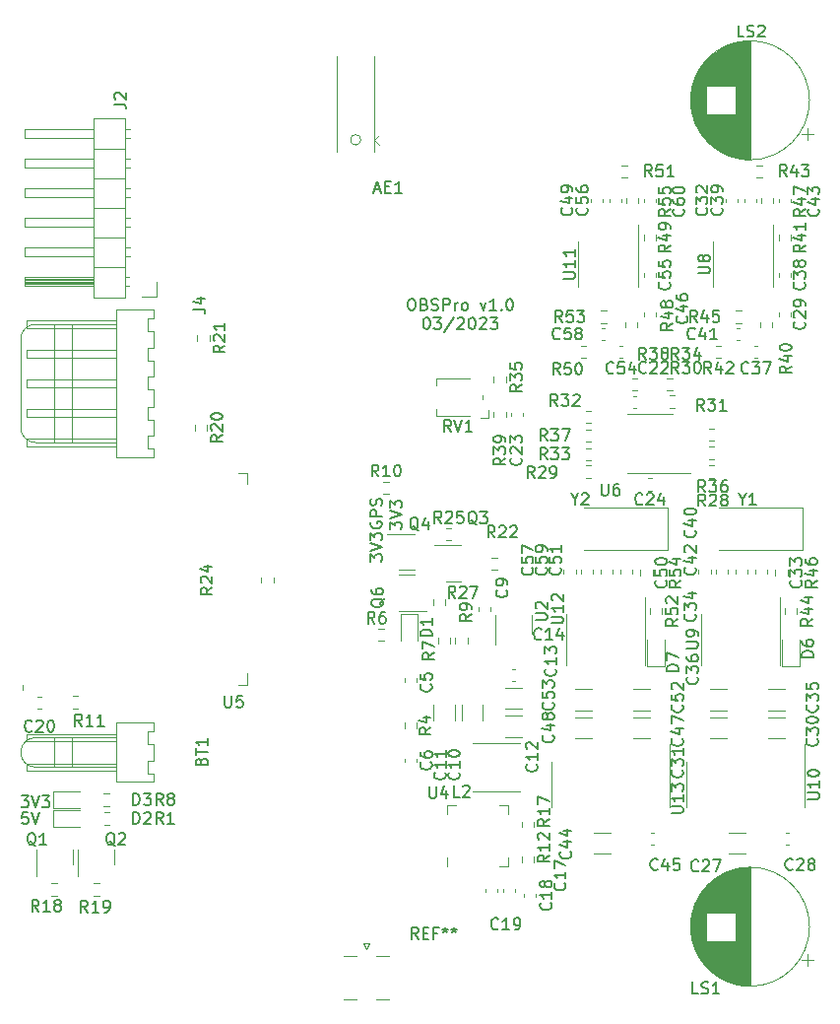
<source format=gto>
%TF.GenerationSoftware,KiCad,Pcbnew,(6.0.11)*%
%TF.CreationDate,2023-03-05T15:40:12+01:00*%
%TF.ProjectId,OBSPro,4f425350-726f-42e6-9b69-6361645f7063,rev?*%
%TF.SameCoordinates,PX7270e00PY2255100*%
%TF.FileFunction,Legend,Top*%
%TF.FilePolarity,Positive*%
%FSLAX46Y46*%
G04 Gerber Fmt 4.6, Leading zero omitted, Abs format (unit mm)*
G04 Created by KiCad (PCBNEW (6.0.11)) date 2023-03-05 15:40:12*
%MOMM*%
%LPD*%
G01*
G04 APERTURE LIST*
%ADD10C,0.150000*%
%ADD11C,0.120000*%
G04 APERTURE END LIST*
D10*
X33714285Y-23747380D02*
X33904761Y-23747380D01*
X34000000Y-23795000D01*
X34095238Y-23890238D01*
X34142857Y-24080714D01*
X34142857Y-24414047D01*
X34095238Y-24604523D01*
X34000000Y-24699761D01*
X33904761Y-24747380D01*
X33714285Y-24747380D01*
X33619047Y-24699761D01*
X33523809Y-24604523D01*
X33476190Y-24414047D01*
X33476190Y-24080714D01*
X33523809Y-23890238D01*
X33619047Y-23795000D01*
X33714285Y-23747380D01*
X34904761Y-24223571D02*
X35047619Y-24271190D01*
X35095238Y-24318809D01*
X35142857Y-24414047D01*
X35142857Y-24556904D01*
X35095238Y-24652142D01*
X35047619Y-24699761D01*
X34952380Y-24747380D01*
X34571428Y-24747380D01*
X34571428Y-23747380D01*
X34904761Y-23747380D01*
X35000000Y-23795000D01*
X35047619Y-23842619D01*
X35095238Y-23937857D01*
X35095238Y-24033095D01*
X35047619Y-24128333D01*
X35000000Y-24175952D01*
X34904761Y-24223571D01*
X34571428Y-24223571D01*
X35523809Y-24699761D02*
X35666666Y-24747380D01*
X35904761Y-24747380D01*
X36000000Y-24699761D01*
X36047619Y-24652142D01*
X36095238Y-24556904D01*
X36095238Y-24461666D01*
X36047619Y-24366428D01*
X36000000Y-24318809D01*
X35904761Y-24271190D01*
X35714285Y-24223571D01*
X35619047Y-24175952D01*
X35571428Y-24128333D01*
X35523809Y-24033095D01*
X35523809Y-23937857D01*
X35571428Y-23842619D01*
X35619047Y-23795000D01*
X35714285Y-23747380D01*
X35952380Y-23747380D01*
X36095238Y-23795000D01*
X36523809Y-24747380D02*
X36523809Y-23747380D01*
X36904761Y-23747380D01*
X37000000Y-23795000D01*
X37047619Y-23842619D01*
X37095238Y-23937857D01*
X37095238Y-24080714D01*
X37047619Y-24175952D01*
X37000000Y-24223571D01*
X36904761Y-24271190D01*
X36523809Y-24271190D01*
X37523809Y-24747380D02*
X37523809Y-24080714D01*
X37523809Y-24271190D02*
X37571428Y-24175952D01*
X37619047Y-24128333D01*
X37714285Y-24080714D01*
X37809523Y-24080714D01*
X38285714Y-24747380D02*
X38190476Y-24699761D01*
X38142857Y-24652142D01*
X38095238Y-24556904D01*
X38095238Y-24271190D01*
X38142857Y-24175952D01*
X38190476Y-24128333D01*
X38285714Y-24080714D01*
X38428571Y-24080714D01*
X38523809Y-24128333D01*
X38571428Y-24175952D01*
X38619047Y-24271190D01*
X38619047Y-24556904D01*
X38571428Y-24652142D01*
X38523809Y-24699761D01*
X38428571Y-24747380D01*
X38285714Y-24747380D01*
X39714285Y-24080714D02*
X39952380Y-24747380D01*
X40190476Y-24080714D01*
X41095238Y-24747380D02*
X40523809Y-24747380D01*
X40809523Y-24747380D02*
X40809523Y-23747380D01*
X40714285Y-23890238D01*
X40619047Y-23985476D01*
X40523809Y-24033095D01*
X41523809Y-24652142D02*
X41571428Y-24699761D01*
X41523809Y-24747380D01*
X41476190Y-24699761D01*
X41523809Y-24652142D01*
X41523809Y-24747380D01*
X42190476Y-23747380D02*
X42285714Y-23747380D01*
X42380952Y-23795000D01*
X42428571Y-23842619D01*
X42476190Y-23937857D01*
X42523809Y-24128333D01*
X42523809Y-24366428D01*
X42476190Y-24556904D01*
X42428571Y-24652142D01*
X42380952Y-24699761D01*
X42285714Y-24747380D01*
X42190476Y-24747380D01*
X42095238Y-24699761D01*
X42047619Y-24652142D01*
X42000000Y-24556904D01*
X41952380Y-24366428D01*
X41952380Y-24128333D01*
X42000000Y-23937857D01*
X42047619Y-23842619D01*
X42095238Y-23795000D01*
X42190476Y-23747380D01*
X35047619Y-25357380D02*
X35142857Y-25357380D01*
X35238095Y-25405000D01*
X35285714Y-25452619D01*
X35333333Y-25547857D01*
X35380952Y-25738333D01*
X35380952Y-25976428D01*
X35333333Y-26166904D01*
X35285714Y-26262142D01*
X35238095Y-26309761D01*
X35142857Y-26357380D01*
X35047619Y-26357380D01*
X34952380Y-26309761D01*
X34904761Y-26262142D01*
X34857142Y-26166904D01*
X34809523Y-25976428D01*
X34809523Y-25738333D01*
X34857142Y-25547857D01*
X34904761Y-25452619D01*
X34952380Y-25405000D01*
X35047619Y-25357380D01*
X35714285Y-25357380D02*
X36333333Y-25357380D01*
X36000000Y-25738333D01*
X36142857Y-25738333D01*
X36238095Y-25785952D01*
X36285714Y-25833571D01*
X36333333Y-25928809D01*
X36333333Y-26166904D01*
X36285714Y-26262142D01*
X36238095Y-26309761D01*
X36142857Y-26357380D01*
X35857142Y-26357380D01*
X35761904Y-26309761D01*
X35714285Y-26262142D01*
X37476190Y-25309761D02*
X36619047Y-26595476D01*
X37761904Y-25452619D02*
X37809523Y-25405000D01*
X37904761Y-25357380D01*
X38142857Y-25357380D01*
X38238095Y-25405000D01*
X38285714Y-25452619D01*
X38333333Y-25547857D01*
X38333333Y-25643095D01*
X38285714Y-25785952D01*
X37714285Y-26357380D01*
X38333333Y-26357380D01*
X38952380Y-25357380D02*
X39047619Y-25357380D01*
X39142857Y-25405000D01*
X39190476Y-25452619D01*
X39238095Y-25547857D01*
X39285714Y-25738333D01*
X39285714Y-25976428D01*
X39238095Y-26166904D01*
X39190476Y-26262142D01*
X39142857Y-26309761D01*
X39047619Y-26357380D01*
X38952380Y-26357380D01*
X38857142Y-26309761D01*
X38809523Y-26262142D01*
X38761904Y-26166904D01*
X38714285Y-25976428D01*
X38714285Y-25738333D01*
X38761904Y-25547857D01*
X38809523Y-25452619D01*
X38857142Y-25405000D01*
X38952380Y-25357380D01*
X39666666Y-25452619D02*
X39714285Y-25405000D01*
X39809523Y-25357380D01*
X40047619Y-25357380D01*
X40142857Y-25405000D01*
X40190476Y-25452619D01*
X40238095Y-25547857D01*
X40238095Y-25643095D01*
X40190476Y-25785952D01*
X39619047Y-26357380D01*
X40238095Y-26357380D01*
X40571428Y-25357380D02*
X41190476Y-25357380D01*
X40857142Y-25738333D01*
X41000000Y-25738333D01*
X41095238Y-25785952D01*
X41142857Y-25833571D01*
X41190476Y-25928809D01*
X41190476Y-26166904D01*
X41142857Y-26262142D01*
X41095238Y-26309761D01*
X41000000Y-26357380D01*
X40714285Y-26357380D01*
X40619047Y-26309761D01*
X40571428Y-26262142D01*
X240357Y-66452380D02*
X859404Y-66452380D01*
X526071Y-66833333D01*
X668928Y-66833333D01*
X764166Y-66880952D01*
X811785Y-66928571D01*
X859404Y-67023809D01*
X859404Y-67261904D01*
X811785Y-67357142D01*
X764166Y-67404761D01*
X668928Y-67452380D01*
X383214Y-67452380D01*
X287976Y-67404761D01*
X240357Y-67357142D01*
X1145119Y-66452380D02*
X1478452Y-67452380D01*
X1811785Y-66452380D01*
X2049880Y-66452380D02*
X2668928Y-66452380D01*
X2335595Y-66833333D01*
X2478452Y-66833333D01*
X2573690Y-66880952D01*
X2621309Y-66928571D01*
X2668928Y-67023809D01*
X2668928Y-67261904D01*
X2621309Y-67357142D01*
X2573690Y-67404761D01*
X2478452Y-67452380D01*
X2192738Y-67452380D01*
X2097500Y-67404761D01*
X2049880Y-67357142D01*
X811785Y-67852380D02*
X335595Y-67852380D01*
X287976Y-68328571D01*
X335595Y-68280952D01*
X430833Y-68233333D01*
X668928Y-68233333D01*
X764166Y-68280952D01*
X811785Y-68328571D01*
X859404Y-68423809D01*
X859404Y-68661904D01*
X811785Y-68757142D01*
X764166Y-68804761D01*
X668928Y-68852380D01*
X430833Y-68852380D01*
X335595Y-68804761D01*
X287976Y-68757142D01*
X1145119Y-67852380D02*
X1478452Y-68852380D01*
X1811785Y-67852380D01*
X31952380Y-43538095D02*
X31952380Y-42919047D01*
X32333333Y-43252380D01*
X32333333Y-43109523D01*
X32380952Y-43014285D01*
X32428571Y-42966666D01*
X32523809Y-42919047D01*
X32761904Y-42919047D01*
X32857142Y-42966666D01*
X32904761Y-43014285D01*
X32952380Y-43109523D01*
X32952380Y-43395238D01*
X32904761Y-43490476D01*
X32857142Y-43538095D01*
X31952380Y-42633333D02*
X32952380Y-42300000D01*
X31952380Y-41966666D01*
X31952380Y-41728571D02*
X31952380Y-41109523D01*
X32333333Y-41442857D01*
X32333333Y-41300000D01*
X32380952Y-41204761D01*
X32428571Y-41157142D01*
X32523809Y-41109523D01*
X32761904Y-41109523D01*
X32857142Y-41157142D01*
X32904761Y-41204761D01*
X32952380Y-41300000D01*
X32952380Y-41585714D01*
X32904761Y-41680952D01*
X32857142Y-41728571D01*
X30252380Y-46314285D02*
X30252380Y-45695238D01*
X30633333Y-46028571D01*
X30633333Y-45885714D01*
X30680952Y-45790476D01*
X30728571Y-45742857D01*
X30823809Y-45695238D01*
X31061904Y-45695238D01*
X31157142Y-45742857D01*
X31204761Y-45790476D01*
X31252380Y-45885714D01*
X31252380Y-46171428D01*
X31204761Y-46266666D01*
X31157142Y-46314285D01*
X30252380Y-45409523D02*
X31252380Y-45076190D01*
X30252380Y-44742857D01*
X30252380Y-44504761D02*
X30252380Y-43885714D01*
X30633333Y-44219047D01*
X30633333Y-44076190D01*
X30680952Y-43980952D01*
X30728571Y-43933333D01*
X30823809Y-43885714D01*
X31061904Y-43885714D01*
X31157142Y-43933333D01*
X31204761Y-43980952D01*
X31252380Y-44076190D01*
X31252380Y-44361904D01*
X31204761Y-44457142D01*
X31157142Y-44504761D01*
X30300000Y-42933333D02*
X30252380Y-43028571D01*
X30252380Y-43171428D01*
X30300000Y-43314285D01*
X30395238Y-43409523D01*
X30490476Y-43457142D01*
X30680952Y-43504761D01*
X30823809Y-43504761D01*
X31014285Y-43457142D01*
X31109523Y-43409523D01*
X31204761Y-43314285D01*
X31252380Y-43171428D01*
X31252380Y-43076190D01*
X31204761Y-42933333D01*
X31157142Y-42885714D01*
X30823809Y-42885714D01*
X30823809Y-43076190D01*
X31252380Y-42457142D02*
X30252380Y-42457142D01*
X30252380Y-42076190D01*
X30300000Y-41980952D01*
X30347619Y-41933333D01*
X30442857Y-41885714D01*
X30585714Y-41885714D01*
X30680952Y-41933333D01*
X30728571Y-41980952D01*
X30776190Y-42076190D01*
X30776190Y-42457142D01*
X31204761Y-41504761D02*
X31252380Y-41361904D01*
X31252380Y-41123809D01*
X31204761Y-41028571D01*
X31157142Y-40980952D01*
X31061904Y-40933333D01*
X30966666Y-40933333D01*
X30871428Y-40980952D01*
X30823809Y-41028571D01*
X30776190Y-41123809D01*
X30728571Y-41314285D01*
X30680952Y-41409523D01*
X30633333Y-41457142D01*
X30538095Y-41504761D01*
X30442857Y-41504761D01*
X30347619Y-41457142D01*
X30300000Y-41409523D01*
X30252380Y-41314285D01*
X30252380Y-41076190D01*
X30300000Y-40933333D01*
%TO.C,REF\u002A\u002A*%
X34366666Y-78752380D02*
X34033333Y-78276190D01*
X33795238Y-78752380D02*
X33795238Y-77752380D01*
X34176190Y-77752380D01*
X34271428Y-77800000D01*
X34319047Y-77847619D01*
X34366666Y-77942857D01*
X34366666Y-78085714D01*
X34319047Y-78180952D01*
X34271428Y-78228571D01*
X34176190Y-78276190D01*
X33795238Y-78276190D01*
X34795238Y-78228571D02*
X35128571Y-78228571D01*
X35271428Y-78752380D02*
X34795238Y-78752380D01*
X34795238Y-77752380D01*
X35271428Y-77752380D01*
X36033333Y-78228571D02*
X35700000Y-78228571D01*
X35700000Y-78752380D02*
X35700000Y-77752380D01*
X36176190Y-77752380D01*
X36700000Y-77752380D02*
X36700000Y-77990476D01*
X36461904Y-77895238D02*
X36700000Y-77990476D01*
X36938095Y-77895238D01*
X36557142Y-78180952D02*
X36700000Y-77990476D01*
X36842857Y-78180952D01*
X37461904Y-77752380D02*
X37461904Y-77990476D01*
X37223809Y-77895238D02*
X37461904Y-77990476D01*
X37700000Y-77895238D01*
X37319047Y-78180952D02*
X37461904Y-77990476D01*
X37604761Y-78180952D01*
%TO.C,U4*%
X35338095Y-65652380D02*
X35338095Y-66461904D01*
X35385714Y-66557142D01*
X35433333Y-66604761D01*
X35528571Y-66652380D01*
X35719047Y-66652380D01*
X35814285Y-66604761D01*
X35861904Y-66557142D01*
X35909523Y-66461904D01*
X35909523Y-65652380D01*
X36814285Y-65985714D02*
X36814285Y-66652380D01*
X36576190Y-65604761D02*
X36338095Y-66319047D01*
X36957142Y-66319047D01*
%TO.C,R52*%
X56682380Y-51242857D02*
X56206190Y-51576190D01*
X56682380Y-51814285D02*
X55682380Y-51814285D01*
X55682380Y-51433333D01*
X55730000Y-51338095D01*
X55777619Y-51290476D01*
X55872857Y-51242857D01*
X56015714Y-51242857D01*
X56110952Y-51290476D01*
X56158571Y-51338095D01*
X56206190Y-51433333D01*
X56206190Y-51814285D01*
X55682380Y-50338095D02*
X55682380Y-50814285D01*
X56158571Y-50861904D01*
X56110952Y-50814285D01*
X56063333Y-50719047D01*
X56063333Y-50480952D01*
X56110952Y-50385714D01*
X56158571Y-50338095D01*
X56253809Y-50290476D01*
X56491904Y-50290476D01*
X56587142Y-50338095D01*
X56634761Y-50385714D01*
X56682380Y-50480952D01*
X56682380Y-50719047D01*
X56634761Y-50814285D01*
X56587142Y-50861904D01*
X55777619Y-49909523D02*
X55730000Y-49861904D01*
X55682380Y-49766666D01*
X55682380Y-49528571D01*
X55730000Y-49433333D01*
X55777619Y-49385714D01*
X55872857Y-49338095D01*
X55968095Y-49338095D01*
X56110952Y-49385714D01*
X56682380Y-49957142D01*
X56682380Y-49338095D01*
%TO.C,C45*%
X54957142Y-72757142D02*
X54909523Y-72804761D01*
X54766666Y-72852380D01*
X54671428Y-72852380D01*
X54528571Y-72804761D01*
X54433333Y-72709523D01*
X54385714Y-72614285D01*
X54338095Y-72423809D01*
X54338095Y-72280952D01*
X54385714Y-72090476D01*
X54433333Y-71995238D01*
X54528571Y-71900000D01*
X54671428Y-71852380D01*
X54766666Y-71852380D01*
X54909523Y-71900000D01*
X54957142Y-71947619D01*
X55814285Y-72185714D02*
X55814285Y-72852380D01*
X55576190Y-71804761D02*
X55338095Y-72519047D01*
X55957142Y-72519047D01*
X56814285Y-71852380D02*
X56338095Y-71852380D01*
X56290476Y-72328571D01*
X56338095Y-72280952D01*
X56433333Y-72233333D01*
X56671428Y-72233333D01*
X56766666Y-72280952D01*
X56814285Y-72328571D01*
X56861904Y-72423809D01*
X56861904Y-72661904D01*
X56814285Y-72757142D01*
X56766666Y-72804761D01*
X56671428Y-72852380D01*
X56433333Y-72852380D01*
X56338095Y-72804761D01*
X56290476Y-72757142D01*
%TO.C,C58*%
X46557142Y-27157142D02*
X46509523Y-27204761D01*
X46366666Y-27252380D01*
X46271428Y-27252380D01*
X46128571Y-27204761D01*
X46033333Y-27109523D01*
X45985714Y-27014285D01*
X45938095Y-26823809D01*
X45938095Y-26680952D01*
X45985714Y-26490476D01*
X46033333Y-26395238D01*
X46128571Y-26300000D01*
X46271428Y-26252380D01*
X46366666Y-26252380D01*
X46509523Y-26300000D01*
X46557142Y-26347619D01*
X47461904Y-26252380D02*
X46985714Y-26252380D01*
X46938095Y-26728571D01*
X46985714Y-26680952D01*
X47080952Y-26633333D01*
X47319047Y-26633333D01*
X47414285Y-26680952D01*
X47461904Y-26728571D01*
X47509523Y-26823809D01*
X47509523Y-27061904D01*
X47461904Y-27157142D01*
X47414285Y-27204761D01*
X47319047Y-27252380D01*
X47080952Y-27252380D01*
X46985714Y-27204761D01*
X46938095Y-27157142D01*
X48080952Y-26680952D02*
X47985714Y-26633333D01*
X47938095Y-26585714D01*
X47890476Y-26490476D01*
X47890476Y-26442857D01*
X47938095Y-26347619D01*
X47985714Y-26300000D01*
X48080952Y-26252380D01*
X48271428Y-26252380D01*
X48366666Y-26300000D01*
X48414285Y-26347619D01*
X48461904Y-26442857D01*
X48461904Y-26490476D01*
X48414285Y-26585714D01*
X48366666Y-26633333D01*
X48271428Y-26680952D01*
X48080952Y-26680952D01*
X47985714Y-26728571D01*
X47938095Y-26776190D01*
X47890476Y-26871428D01*
X47890476Y-27061904D01*
X47938095Y-27157142D01*
X47985714Y-27204761D01*
X48080952Y-27252380D01*
X48271428Y-27252380D01*
X48366666Y-27204761D01*
X48414285Y-27157142D01*
X48461904Y-27061904D01*
X48461904Y-26871428D01*
X48414285Y-26776190D01*
X48366666Y-26728571D01*
X48271428Y-26680952D01*
%TO.C,R18*%
X1757142Y-76382380D02*
X1423809Y-75906190D01*
X1185714Y-76382380D02*
X1185714Y-75382380D01*
X1566666Y-75382380D01*
X1661904Y-75430000D01*
X1709523Y-75477619D01*
X1757142Y-75572857D01*
X1757142Y-75715714D01*
X1709523Y-75810952D01*
X1661904Y-75858571D01*
X1566666Y-75906190D01*
X1185714Y-75906190D01*
X2709523Y-76382380D02*
X2138095Y-76382380D01*
X2423809Y-76382380D02*
X2423809Y-75382380D01*
X2328571Y-75525238D01*
X2233333Y-75620476D01*
X2138095Y-75668095D01*
X3280952Y-75810952D02*
X3185714Y-75763333D01*
X3138095Y-75715714D01*
X3090476Y-75620476D01*
X3090476Y-75572857D01*
X3138095Y-75477619D01*
X3185714Y-75430000D01*
X3280952Y-75382380D01*
X3471428Y-75382380D01*
X3566666Y-75430000D01*
X3614285Y-75477619D01*
X3661904Y-75572857D01*
X3661904Y-75620476D01*
X3614285Y-75715714D01*
X3566666Y-75763333D01*
X3471428Y-75810952D01*
X3280952Y-75810952D01*
X3185714Y-75858571D01*
X3138095Y-75906190D01*
X3090476Y-76001428D01*
X3090476Y-76191904D01*
X3138095Y-76287142D01*
X3185714Y-76334761D01*
X3280952Y-76382380D01*
X3471428Y-76382380D01*
X3566666Y-76334761D01*
X3614285Y-76287142D01*
X3661904Y-76191904D01*
X3661904Y-76001428D01*
X3614285Y-75906190D01*
X3566666Y-75858571D01*
X3471428Y-75810952D01*
%TO.C,R30*%
X56757142Y-30152380D02*
X56423809Y-29676190D01*
X56185714Y-30152380D02*
X56185714Y-29152380D01*
X56566666Y-29152380D01*
X56661904Y-29200000D01*
X56709523Y-29247619D01*
X56757142Y-29342857D01*
X56757142Y-29485714D01*
X56709523Y-29580952D01*
X56661904Y-29628571D01*
X56566666Y-29676190D01*
X56185714Y-29676190D01*
X57090476Y-29152380D02*
X57709523Y-29152380D01*
X57376190Y-29533333D01*
X57519047Y-29533333D01*
X57614285Y-29580952D01*
X57661904Y-29628571D01*
X57709523Y-29723809D01*
X57709523Y-29961904D01*
X57661904Y-30057142D01*
X57614285Y-30104761D01*
X57519047Y-30152380D01*
X57233333Y-30152380D01*
X57138095Y-30104761D01*
X57090476Y-30057142D01*
X58328571Y-29152380D02*
X58423809Y-29152380D01*
X58519047Y-29200000D01*
X58566666Y-29247619D01*
X58614285Y-29342857D01*
X58661904Y-29533333D01*
X58661904Y-29771428D01*
X58614285Y-29961904D01*
X58566666Y-30057142D01*
X58519047Y-30104761D01*
X58423809Y-30152380D01*
X58328571Y-30152380D01*
X58233333Y-30104761D01*
X58185714Y-30057142D01*
X58138095Y-29961904D01*
X58090476Y-29771428D01*
X58090476Y-29533333D01*
X58138095Y-29342857D01*
X58185714Y-29247619D01*
X58233333Y-29200000D01*
X58328571Y-29152380D01*
%TO.C,R40*%
X66452380Y-29542857D02*
X65976190Y-29876190D01*
X66452380Y-30114285D02*
X65452380Y-30114285D01*
X65452380Y-29733333D01*
X65500000Y-29638095D01*
X65547619Y-29590476D01*
X65642857Y-29542857D01*
X65785714Y-29542857D01*
X65880952Y-29590476D01*
X65928571Y-29638095D01*
X65976190Y-29733333D01*
X65976190Y-30114285D01*
X65785714Y-28685714D02*
X66452380Y-28685714D01*
X65404761Y-28923809D02*
X66119047Y-29161904D01*
X66119047Y-28542857D01*
X65452380Y-27971428D02*
X65452380Y-27876190D01*
X65500000Y-27780952D01*
X65547619Y-27733333D01*
X65642857Y-27685714D01*
X65833333Y-27638095D01*
X66071428Y-27638095D01*
X66261904Y-27685714D01*
X66357142Y-27733333D01*
X66404761Y-27780952D01*
X66452380Y-27876190D01*
X66452380Y-27971428D01*
X66404761Y-28066666D01*
X66357142Y-28114285D01*
X66261904Y-28161904D01*
X66071428Y-28209523D01*
X65833333Y-28209523D01*
X65642857Y-28161904D01*
X65547619Y-28114285D01*
X65500000Y-28066666D01*
X65452380Y-27971428D01*
%TO.C,AE1*%
X30633333Y-14366666D02*
X31109523Y-14366666D01*
X30538095Y-14652380D02*
X30871428Y-13652380D01*
X31204761Y-14652380D01*
X31538095Y-14128571D02*
X31871428Y-14128571D01*
X32014285Y-14652380D02*
X31538095Y-14652380D01*
X31538095Y-13652380D01*
X32014285Y-13652380D01*
X32966666Y-14652380D02*
X32395238Y-14652380D01*
X32680952Y-14652380D02*
X32680952Y-13652380D01*
X32585714Y-13795238D01*
X32490476Y-13890476D01*
X32395238Y-13938095D01*
%TO.C,C56*%
X48857142Y-15942857D02*
X48904761Y-15990476D01*
X48952380Y-16133333D01*
X48952380Y-16228571D01*
X48904761Y-16371428D01*
X48809523Y-16466666D01*
X48714285Y-16514285D01*
X48523809Y-16561904D01*
X48380952Y-16561904D01*
X48190476Y-16514285D01*
X48095238Y-16466666D01*
X48000000Y-16371428D01*
X47952380Y-16228571D01*
X47952380Y-16133333D01*
X48000000Y-15990476D01*
X48047619Y-15942857D01*
X47952380Y-15038095D02*
X47952380Y-15514285D01*
X48428571Y-15561904D01*
X48380952Y-15514285D01*
X48333333Y-15419047D01*
X48333333Y-15180952D01*
X48380952Y-15085714D01*
X48428571Y-15038095D01*
X48523809Y-14990476D01*
X48761904Y-14990476D01*
X48857142Y-15038095D01*
X48904761Y-15085714D01*
X48952380Y-15180952D01*
X48952380Y-15419047D01*
X48904761Y-15514285D01*
X48857142Y-15561904D01*
X47952380Y-14133333D02*
X47952380Y-14323809D01*
X48000000Y-14419047D01*
X48047619Y-14466666D01*
X48190476Y-14561904D01*
X48380952Y-14609523D01*
X48761904Y-14609523D01*
X48857142Y-14561904D01*
X48904761Y-14514285D01*
X48952380Y-14419047D01*
X48952380Y-14228571D01*
X48904761Y-14133333D01*
X48857142Y-14085714D01*
X48761904Y-14038095D01*
X48523809Y-14038095D01*
X48428571Y-14085714D01*
X48380952Y-14133333D01*
X48333333Y-14228571D01*
X48333333Y-14419047D01*
X48380952Y-14514285D01*
X48428571Y-14561904D01*
X48523809Y-14609523D01*
%TO.C,R28*%
X59057142Y-41552380D02*
X58723809Y-41076190D01*
X58485714Y-41552380D02*
X58485714Y-40552380D01*
X58866666Y-40552380D01*
X58961904Y-40600000D01*
X59009523Y-40647619D01*
X59057142Y-40742857D01*
X59057142Y-40885714D01*
X59009523Y-40980952D01*
X58961904Y-41028571D01*
X58866666Y-41076190D01*
X58485714Y-41076190D01*
X59438095Y-40647619D02*
X59485714Y-40600000D01*
X59580952Y-40552380D01*
X59819047Y-40552380D01*
X59914285Y-40600000D01*
X59961904Y-40647619D01*
X60009523Y-40742857D01*
X60009523Y-40838095D01*
X59961904Y-40980952D01*
X59390476Y-41552380D01*
X60009523Y-41552380D01*
X60580952Y-40980952D02*
X60485714Y-40933333D01*
X60438095Y-40885714D01*
X60390476Y-40790476D01*
X60390476Y-40742857D01*
X60438095Y-40647619D01*
X60485714Y-40600000D01*
X60580952Y-40552380D01*
X60771428Y-40552380D01*
X60866666Y-40600000D01*
X60914285Y-40647619D01*
X60961904Y-40742857D01*
X60961904Y-40790476D01*
X60914285Y-40885714D01*
X60866666Y-40933333D01*
X60771428Y-40980952D01*
X60580952Y-40980952D01*
X60485714Y-41028571D01*
X60438095Y-41076190D01*
X60390476Y-41171428D01*
X60390476Y-41361904D01*
X60438095Y-41457142D01*
X60485714Y-41504761D01*
X60580952Y-41552380D01*
X60771428Y-41552380D01*
X60866666Y-41504761D01*
X60914285Y-41457142D01*
X60961904Y-41361904D01*
X60961904Y-41171428D01*
X60914285Y-41076190D01*
X60866666Y-41028571D01*
X60771428Y-40980952D01*
%TO.C,C11*%
X36657142Y-64442857D02*
X36704761Y-64490476D01*
X36752380Y-64633333D01*
X36752380Y-64728571D01*
X36704761Y-64871428D01*
X36609523Y-64966666D01*
X36514285Y-65014285D01*
X36323809Y-65061904D01*
X36180952Y-65061904D01*
X35990476Y-65014285D01*
X35895238Y-64966666D01*
X35800000Y-64871428D01*
X35752380Y-64728571D01*
X35752380Y-64633333D01*
X35800000Y-64490476D01*
X35847619Y-64442857D01*
X36752380Y-63490476D02*
X36752380Y-64061904D01*
X36752380Y-63776190D02*
X35752380Y-63776190D01*
X35895238Y-63871428D01*
X35990476Y-63966666D01*
X36038095Y-64061904D01*
X36752380Y-62538095D02*
X36752380Y-63109523D01*
X36752380Y-62823809D02*
X35752380Y-62823809D01*
X35895238Y-62919047D01*
X35990476Y-63014285D01*
X36038095Y-63109523D01*
%TO.C,R47*%
X67652380Y-16042857D02*
X67176190Y-16376190D01*
X67652380Y-16614285D02*
X66652380Y-16614285D01*
X66652380Y-16233333D01*
X66700000Y-16138095D01*
X66747619Y-16090476D01*
X66842857Y-16042857D01*
X66985714Y-16042857D01*
X67080952Y-16090476D01*
X67128571Y-16138095D01*
X67176190Y-16233333D01*
X67176190Y-16614285D01*
X66985714Y-15185714D02*
X67652380Y-15185714D01*
X66604761Y-15423809D02*
X67319047Y-15661904D01*
X67319047Y-15042857D01*
X66652380Y-14757142D02*
X66652380Y-14090476D01*
X67652380Y-14519047D01*
%TO.C,C20*%
X1157142Y-60857142D02*
X1109523Y-60904761D01*
X966666Y-60952380D01*
X871428Y-60952380D01*
X728571Y-60904761D01*
X633333Y-60809523D01*
X585714Y-60714285D01*
X538095Y-60523809D01*
X538095Y-60380952D01*
X585714Y-60190476D01*
X633333Y-60095238D01*
X728571Y-60000000D01*
X871428Y-59952380D01*
X966666Y-59952380D01*
X1109523Y-60000000D01*
X1157142Y-60047619D01*
X1538095Y-60047619D02*
X1585714Y-60000000D01*
X1680952Y-59952380D01*
X1919047Y-59952380D01*
X2014285Y-60000000D01*
X2061904Y-60047619D01*
X2109523Y-60142857D01*
X2109523Y-60238095D01*
X2061904Y-60380952D01*
X1490476Y-60952380D01*
X2109523Y-60952380D01*
X2728571Y-59952380D02*
X2823809Y-59952380D01*
X2919047Y-60000000D01*
X2966666Y-60047619D01*
X3014285Y-60142857D01*
X3061904Y-60333333D01*
X3061904Y-60571428D01*
X3014285Y-60761904D01*
X2966666Y-60857142D01*
X2919047Y-60904761D01*
X2823809Y-60952380D01*
X2728571Y-60952380D01*
X2633333Y-60904761D01*
X2585714Y-60857142D01*
X2538095Y-60761904D01*
X2490476Y-60571428D01*
X2490476Y-60333333D01*
X2538095Y-60142857D01*
X2585714Y-60047619D01*
X2633333Y-60000000D01*
X2728571Y-59952380D01*
%TO.C,R43*%
X66057142Y-13252380D02*
X65723809Y-12776190D01*
X65485714Y-13252380D02*
X65485714Y-12252380D01*
X65866666Y-12252380D01*
X65961904Y-12300000D01*
X66009523Y-12347619D01*
X66057142Y-12442857D01*
X66057142Y-12585714D01*
X66009523Y-12680952D01*
X65961904Y-12728571D01*
X65866666Y-12776190D01*
X65485714Y-12776190D01*
X66914285Y-12585714D02*
X66914285Y-13252380D01*
X66676190Y-12204761D02*
X66438095Y-12919047D01*
X67057142Y-12919047D01*
X67342857Y-12252380D02*
X67961904Y-12252380D01*
X67628571Y-12633333D01*
X67771428Y-12633333D01*
X67866666Y-12680952D01*
X67914285Y-12728571D01*
X67961904Y-12823809D01*
X67961904Y-13061904D01*
X67914285Y-13157142D01*
X67866666Y-13204761D01*
X67771428Y-13252380D01*
X67485714Y-13252380D01*
X67390476Y-13204761D01*
X67342857Y-13157142D01*
%TO.C,C27*%
X58457142Y-72857142D02*
X58409523Y-72904761D01*
X58266666Y-72952380D01*
X58171428Y-72952380D01*
X58028571Y-72904761D01*
X57933333Y-72809523D01*
X57885714Y-72714285D01*
X57838095Y-72523809D01*
X57838095Y-72380952D01*
X57885714Y-72190476D01*
X57933333Y-72095238D01*
X58028571Y-72000000D01*
X58171428Y-71952380D01*
X58266666Y-71952380D01*
X58409523Y-72000000D01*
X58457142Y-72047619D01*
X58838095Y-72047619D02*
X58885714Y-72000000D01*
X58980952Y-71952380D01*
X59219047Y-71952380D01*
X59314285Y-72000000D01*
X59361904Y-72047619D01*
X59409523Y-72142857D01*
X59409523Y-72238095D01*
X59361904Y-72380952D01*
X58790476Y-72952380D01*
X59409523Y-72952380D01*
X59742857Y-71952380D02*
X60409523Y-71952380D01*
X59980952Y-72952380D01*
%TO.C,Q4*%
X34404761Y-43647619D02*
X34309523Y-43600000D01*
X34214285Y-43504761D01*
X34071428Y-43361904D01*
X33976190Y-43314285D01*
X33880952Y-43314285D01*
X33928571Y-43552380D02*
X33833333Y-43504761D01*
X33738095Y-43409523D01*
X33690476Y-43219047D01*
X33690476Y-42885714D01*
X33738095Y-42695238D01*
X33833333Y-42600000D01*
X33928571Y-42552380D01*
X34119047Y-42552380D01*
X34214285Y-42600000D01*
X34309523Y-42695238D01*
X34357142Y-42885714D01*
X34357142Y-43219047D01*
X34309523Y-43409523D01*
X34214285Y-43504761D01*
X34119047Y-43552380D01*
X33928571Y-43552380D01*
X35214285Y-42885714D02*
X35214285Y-43552380D01*
X34976190Y-42504761D02*
X34738095Y-43219047D01*
X35357142Y-43219047D01*
%TO.C,D3*%
X9861904Y-67252380D02*
X9861904Y-66252380D01*
X10100000Y-66252380D01*
X10242857Y-66300000D01*
X10338095Y-66395238D01*
X10385714Y-66490476D01*
X10433333Y-66680952D01*
X10433333Y-66823809D01*
X10385714Y-67014285D01*
X10338095Y-67109523D01*
X10242857Y-67204761D01*
X10100000Y-67252380D01*
X9861904Y-67252380D01*
X10766666Y-66252380D02*
X11385714Y-66252380D01*
X11052380Y-66633333D01*
X11195238Y-66633333D01*
X11290476Y-66680952D01*
X11338095Y-66728571D01*
X11385714Y-66823809D01*
X11385714Y-67061904D01*
X11338095Y-67157142D01*
X11290476Y-67204761D01*
X11195238Y-67252380D01*
X10909523Y-67252380D01*
X10814285Y-67204761D01*
X10766666Y-67157142D01*
%TO.C,R44*%
X68282380Y-51242857D02*
X67806190Y-51576190D01*
X68282380Y-51814285D02*
X67282380Y-51814285D01*
X67282380Y-51433333D01*
X67330000Y-51338095D01*
X67377619Y-51290476D01*
X67472857Y-51242857D01*
X67615714Y-51242857D01*
X67710952Y-51290476D01*
X67758571Y-51338095D01*
X67806190Y-51433333D01*
X67806190Y-51814285D01*
X67615714Y-50385714D02*
X68282380Y-50385714D01*
X67234761Y-50623809D02*
X67949047Y-50861904D01*
X67949047Y-50242857D01*
X67615714Y-49433333D02*
X68282380Y-49433333D01*
X67234761Y-49671428D02*
X67949047Y-49909523D01*
X67949047Y-49290476D01*
%TO.C,R4*%
X35452380Y-60566666D02*
X34976190Y-60900000D01*
X35452380Y-61138095D02*
X34452380Y-61138095D01*
X34452380Y-60757142D01*
X34500000Y-60661904D01*
X34547619Y-60614285D01*
X34642857Y-60566666D01*
X34785714Y-60566666D01*
X34880952Y-60614285D01*
X34928571Y-60661904D01*
X34976190Y-60757142D01*
X34976190Y-61138095D01*
X34785714Y-59709523D02*
X35452380Y-59709523D01*
X34404761Y-59947619D02*
X35119047Y-60185714D01*
X35119047Y-59566666D01*
%TO.C,J4*%
X15052380Y-24633333D02*
X15766666Y-24633333D01*
X15909523Y-24680952D01*
X16004761Y-24776190D01*
X16052380Y-24919047D01*
X16052380Y-25014285D01*
X15385714Y-23728571D02*
X16052380Y-23728571D01*
X15004761Y-23966666D02*
X15719047Y-24204761D01*
X15719047Y-23585714D01*
%TO.C,C17*%
X46957142Y-73942857D02*
X47004761Y-73990476D01*
X47052380Y-74133333D01*
X47052380Y-74228571D01*
X47004761Y-74371428D01*
X46909523Y-74466666D01*
X46814285Y-74514285D01*
X46623809Y-74561904D01*
X46480952Y-74561904D01*
X46290476Y-74514285D01*
X46195238Y-74466666D01*
X46100000Y-74371428D01*
X46052380Y-74228571D01*
X46052380Y-74133333D01*
X46100000Y-73990476D01*
X46147619Y-73942857D01*
X47052380Y-72990476D02*
X47052380Y-73561904D01*
X47052380Y-73276190D02*
X46052380Y-73276190D01*
X46195238Y-73371428D01*
X46290476Y-73466666D01*
X46338095Y-73561904D01*
X46052380Y-72657142D02*
X46052380Y-71990476D01*
X47052380Y-72419047D01*
%TO.C,R32*%
X46357142Y-32952380D02*
X46023809Y-32476190D01*
X45785714Y-32952380D02*
X45785714Y-31952380D01*
X46166666Y-31952380D01*
X46261904Y-32000000D01*
X46309523Y-32047619D01*
X46357142Y-32142857D01*
X46357142Y-32285714D01*
X46309523Y-32380952D01*
X46261904Y-32428571D01*
X46166666Y-32476190D01*
X45785714Y-32476190D01*
X46690476Y-31952380D02*
X47309523Y-31952380D01*
X46976190Y-32333333D01*
X47119047Y-32333333D01*
X47214285Y-32380952D01*
X47261904Y-32428571D01*
X47309523Y-32523809D01*
X47309523Y-32761904D01*
X47261904Y-32857142D01*
X47214285Y-32904761D01*
X47119047Y-32952380D01*
X46833333Y-32952380D01*
X46738095Y-32904761D01*
X46690476Y-32857142D01*
X47690476Y-32047619D02*
X47738095Y-32000000D01*
X47833333Y-31952380D01*
X48071428Y-31952380D01*
X48166666Y-32000000D01*
X48214285Y-32047619D01*
X48261904Y-32142857D01*
X48261904Y-32238095D01*
X48214285Y-32380952D01*
X47642857Y-32952380D01*
X48261904Y-32952380D01*
%TO.C,R54*%
X56952380Y-47942857D02*
X56476190Y-48276190D01*
X56952380Y-48514285D02*
X55952380Y-48514285D01*
X55952380Y-48133333D01*
X56000000Y-48038095D01*
X56047619Y-47990476D01*
X56142857Y-47942857D01*
X56285714Y-47942857D01*
X56380952Y-47990476D01*
X56428571Y-48038095D01*
X56476190Y-48133333D01*
X56476190Y-48514285D01*
X55952380Y-47038095D02*
X55952380Y-47514285D01*
X56428571Y-47561904D01*
X56380952Y-47514285D01*
X56333333Y-47419047D01*
X56333333Y-47180952D01*
X56380952Y-47085714D01*
X56428571Y-47038095D01*
X56523809Y-46990476D01*
X56761904Y-46990476D01*
X56857142Y-47038095D01*
X56904761Y-47085714D01*
X56952380Y-47180952D01*
X56952380Y-47419047D01*
X56904761Y-47514285D01*
X56857142Y-47561904D01*
X56285714Y-46133333D02*
X56952380Y-46133333D01*
X55904761Y-46371428D02*
X56619047Y-46609523D01*
X56619047Y-45990476D01*
%TO.C,C52*%
X57057142Y-58642857D02*
X57104761Y-58690476D01*
X57152380Y-58833333D01*
X57152380Y-58928571D01*
X57104761Y-59071428D01*
X57009523Y-59166666D01*
X56914285Y-59214285D01*
X56723809Y-59261904D01*
X56580952Y-59261904D01*
X56390476Y-59214285D01*
X56295238Y-59166666D01*
X56200000Y-59071428D01*
X56152380Y-58928571D01*
X56152380Y-58833333D01*
X56200000Y-58690476D01*
X56247619Y-58642857D01*
X56152380Y-57738095D02*
X56152380Y-58214285D01*
X56628571Y-58261904D01*
X56580952Y-58214285D01*
X56533333Y-58119047D01*
X56533333Y-57880952D01*
X56580952Y-57785714D01*
X56628571Y-57738095D01*
X56723809Y-57690476D01*
X56961904Y-57690476D01*
X57057142Y-57738095D01*
X57104761Y-57785714D01*
X57152380Y-57880952D01*
X57152380Y-58119047D01*
X57104761Y-58214285D01*
X57057142Y-58261904D01*
X56247619Y-57309523D02*
X56200000Y-57261904D01*
X56152380Y-57166666D01*
X56152380Y-56928571D01*
X56200000Y-56833333D01*
X56247619Y-56785714D01*
X56342857Y-56738095D01*
X56438095Y-56738095D01*
X56580952Y-56785714D01*
X57152380Y-57357142D01*
X57152380Y-56738095D01*
%TO.C,C41*%
X58157142Y-27157142D02*
X58109523Y-27204761D01*
X57966666Y-27252380D01*
X57871428Y-27252380D01*
X57728571Y-27204761D01*
X57633333Y-27109523D01*
X57585714Y-27014285D01*
X57538095Y-26823809D01*
X57538095Y-26680952D01*
X57585714Y-26490476D01*
X57633333Y-26395238D01*
X57728571Y-26300000D01*
X57871428Y-26252380D01*
X57966666Y-26252380D01*
X58109523Y-26300000D01*
X58157142Y-26347619D01*
X59014285Y-26585714D02*
X59014285Y-27252380D01*
X58776190Y-26204761D02*
X58538095Y-26919047D01*
X59157142Y-26919047D01*
X60061904Y-27252380D02*
X59490476Y-27252380D01*
X59776190Y-27252380D02*
X59776190Y-26252380D01*
X59680952Y-26395238D01*
X59585714Y-26490476D01*
X59490476Y-26538095D01*
%TO.C,R6*%
X30633333Y-51652380D02*
X30300000Y-51176190D01*
X30061904Y-51652380D02*
X30061904Y-50652380D01*
X30442857Y-50652380D01*
X30538095Y-50700000D01*
X30585714Y-50747619D01*
X30633333Y-50842857D01*
X30633333Y-50985714D01*
X30585714Y-51080952D01*
X30538095Y-51128571D01*
X30442857Y-51176190D01*
X30061904Y-51176190D01*
X31490476Y-50652380D02*
X31300000Y-50652380D01*
X31204761Y-50700000D01*
X31157142Y-50747619D01*
X31061904Y-50890476D01*
X31014285Y-51080952D01*
X31014285Y-51461904D01*
X31061904Y-51557142D01*
X31109523Y-51604761D01*
X31204761Y-51652380D01*
X31395238Y-51652380D01*
X31490476Y-51604761D01*
X31538095Y-51557142D01*
X31585714Y-51461904D01*
X31585714Y-51223809D01*
X31538095Y-51128571D01*
X31490476Y-51080952D01*
X31395238Y-51033333D01*
X31204761Y-51033333D01*
X31109523Y-51080952D01*
X31061904Y-51128571D01*
X31014285Y-51223809D01*
%TO.C,C19*%
X41257142Y-77857142D02*
X41209523Y-77904761D01*
X41066666Y-77952380D01*
X40971428Y-77952380D01*
X40828571Y-77904761D01*
X40733333Y-77809523D01*
X40685714Y-77714285D01*
X40638095Y-77523809D01*
X40638095Y-77380952D01*
X40685714Y-77190476D01*
X40733333Y-77095238D01*
X40828571Y-77000000D01*
X40971428Y-76952380D01*
X41066666Y-76952380D01*
X41209523Y-77000000D01*
X41257142Y-77047619D01*
X42209523Y-77952380D02*
X41638095Y-77952380D01*
X41923809Y-77952380D02*
X41923809Y-76952380D01*
X41828571Y-77095238D01*
X41733333Y-77190476D01*
X41638095Y-77238095D01*
X42685714Y-77952380D02*
X42876190Y-77952380D01*
X42971428Y-77904761D01*
X43019047Y-77857142D01*
X43114285Y-77714285D01*
X43161904Y-77523809D01*
X43161904Y-77142857D01*
X43114285Y-77047619D01*
X43066666Y-77000000D01*
X42971428Y-76952380D01*
X42780952Y-76952380D01*
X42685714Y-77000000D01*
X42638095Y-77047619D01*
X42590476Y-77142857D01*
X42590476Y-77380952D01*
X42638095Y-77476190D01*
X42685714Y-77523809D01*
X42780952Y-77571428D01*
X42971428Y-77571428D01*
X43066666Y-77523809D01*
X43114285Y-77476190D01*
X43161904Y-77380952D01*
%TO.C,R35*%
X43282380Y-31127857D02*
X42806190Y-31461190D01*
X43282380Y-31699285D02*
X42282380Y-31699285D01*
X42282380Y-31318333D01*
X42330000Y-31223095D01*
X42377619Y-31175476D01*
X42472857Y-31127857D01*
X42615714Y-31127857D01*
X42710952Y-31175476D01*
X42758571Y-31223095D01*
X42806190Y-31318333D01*
X42806190Y-31699285D01*
X42282380Y-30794523D02*
X42282380Y-30175476D01*
X42663333Y-30508809D01*
X42663333Y-30365952D01*
X42710952Y-30270714D01*
X42758571Y-30223095D01*
X42853809Y-30175476D01*
X43091904Y-30175476D01*
X43187142Y-30223095D01*
X43234761Y-30270714D01*
X43282380Y-30365952D01*
X43282380Y-30651666D01*
X43234761Y-30746904D01*
X43187142Y-30794523D01*
X42282380Y-29270714D02*
X42282380Y-29746904D01*
X42758571Y-29794523D01*
X42710952Y-29746904D01*
X42663333Y-29651666D01*
X42663333Y-29413571D01*
X42710952Y-29318333D01*
X42758571Y-29270714D01*
X42853809Y-29223095D01*
X43091904Y-29223095D01*
X43187142Y-29270714D01*
X43234761Y-29318333D01*
X43282380Y-29413571D01*
X43282380Y-29651666D01*
X43234761Y-29746904D01*
X43187142Y-29794523D01*
%TO.C,R33*%
X45457142Y-37552380D02*
X45123809Y-37076190D01*
X44885714Y-37552380D02*
X44885714Y-36552380D01*
X45266666Y-36552380D01*
X45361904Y-36600000D01*
X45409523Y-36647619D01*
X45457142Y-36742857D01*
X45457142Y-36885714D01*
X45409523Y-36980952D01*
X45361904Y-37028571D01*
X45266666Y-37076190D01*
X44885714Y-37076190D01*
X45790476Y-36552380D02*
X46409523Y-36552380D01*
X46076190Y-36933333D01*
X46219047Y-36933333D01*
X46314285Y-36980952D01*
X46361904Y-37028571D01*
X46409523Y-37123809D01*
X46409523Y-37361904D01*
X46361904Y-37457142D01*
X46314285Y-37504761D01*
X46219047Y-37552380D01*
X45933333Y-37552380D01*
X45838095Y-37504761D01*
X45790476Y-37457142D01*
X46742857Y-36552380D02*
X47361904Y-36552380D01*
X47028571Y-36933333D01*
X47171428Y-36933333D01*
X47266666Y-36980952D01*
X47314285Y-37028571D01*
X47361904Y-37123809D01*
X47361904Y-37361904D01*
X47314285Y-37457142D01*
X47266666Y-37504761D01*
X47171428Y-37552380D01*
X46885714Y-37552380D01*
X46790476Y-37504761D01*
X46742857Y-37457142D01*
%TO.C,C24*%
X53657142Y-41357142D02*
X53609523Y-41404761D01*
X53466666Y-41452380D01*
X53371428Y-41452380D01*
X53228571Y-41404761D01*
X53133333Y-41309523D01*
X53085714Y-41214285D01*
X53038095Y-41023809D01*
X53038095Y-40880952D01*
X53085714Y-40690476D01*
X53133333Y-40595238D01*
X53228571Y-40500000D01*
X53371428Y-40452380D01*
X53466666Y-40452380D01*
X53609523Y-40500000D01*
X53657142Y-40547619D01*
X54038095Y-40547619D02*
X54085714Y-40500000D01*
X54180952Y-40452380D01*
X54419047Y-40452380D01*
X54514285Y-40500000D01*
X54561904Y-40547619D01*
X54609523Y-40642857D01*
X54609523Y-40738095D01*
X54561904Y-40880952D01*
X53990476Y-41452380D01*
X54609523Y-41452380D01*
X55466666Y-40785714D02*
X55466666Y-41452380D01*
X55228571Y-40404761D02*
X54990476Y-41119047D01*
X55609523Y-41119047D01*
%TO.C,R29*%
X44357142Y-39152380D02*
X44023809Y-38676190D01*
X43785714Y-39152380D02*
X43785714Y-38152380D01*
X44166666Y-38152380D01*
X44261904Y-38200000D01*
X44309523Y-38247619D01*
X44357142Y-38342857D01*
X44357142Y-38485714D01*
X44309523Y-38580952D01*
X44261904Y-38628571D01*
X44166666Y-38676190D01*
X43785714Y-38676190D01*
X44738095Y-38247619D02*
X44785714Y-38200000D01*
X44880952Y-38152380D01*
X45119047Y-38152380D01*
X45214285Y-38200000D01*
X45261904Y-38247619D01*
X45309523Y-38342857D01*
X45309523Y-38438095D01*
X45261904Y-38580952D01*
X44690476Y-39152380D01*
X45309523Y-39152380D01*
X45785714Y-39152380D02*
X45976190Y-39152380D01*
X46071428Y-39104761D01*
X46119047Y-39057142D01*
X46214285Y-38914285D01*
X46261904Y-38723809D01*
X46261904Y-38342857D01*
X46214285Y-38247619D01*
X46166666Y-38200000D01*
X46071428Y-38152380D01*
X45880952Y-38152380D01*
X45785714Y-38200000D01*
X45738095Y-38247619D01*
X45690476Y-38342857D01*
X45690476Y-38580952D01*
X45738095Y-38676190D01*
X45785714Y-38723809D01*
X45880952Y-38771428D01*
X46071428Y-38771428D01*
X46166666Y-38723809D01*
X46214285Y-38676190D01*
X46261904Y-38580952D01*
%TO.C,C34*%
X58157142Y-50842857D02*
X58204761Y-50890476D01*
X58252380Y-51033333D01*
X58252380Y-51128571D01*
X58204761Y-51271428D01*
X58109523Y-51366666D01*
X58014285Y-51414285D01*
X57823809Y-51461904D01*
X57680952Y-51461904D01*
X57490476Y-51414285D01*
X57395238Y-51366666D01*
X57300000Y-51271428D01*
X57252380Y-51128571D01*
X57252380Y-51033333D01*
X57300000Y-50890476D01*
X57347619Y-50842857D01*
X57252380Y-50509523D02*
X57252380Y-49890476D01*
X57633333Y-50223809D01*
X57633333Y-50080952D01*
X57680952Y-49985714D01*
X57728571Y-49938095D01*
X57823809Y-49890476D01*
X58061904Y-49890476D01*
X58157142Y-49938095D01*
X58204761Y-49985714D01*
X58252380Y-50080952D01*
X58252380Y-50366666D01*
X58204761Y-50461904D01*
X58157142Y-50509523D01*
X57585714Y-49033333D02*
X58252380Y-49033333D01*
X57204761Y-49271428D02*
X57919047Y-49509523D01*
X57919047Y-48890476D01*
%TO.C,R48*%
X56252380Y-25842857D02*
X55776190Y-26176190D01*
X56252380Y-26414285D02*
X55252380Y-26414285D01*
X55252380Y-26033333D01*
X55300000Y-25938095D01*
X55347619Y-25890476D01*
X55442857Y-25842857D01*
X55585714Y-25842857D01*
X55680952Y-25890476D01*
X55728571Y-25938095D01*
X55776190Y-26033333D01*
X55776190Y-26414285D01*
X55585714Y-24985714D02*
X56252380Y-24985714D01*
X55204761Y-25223809D02*
X55919047Y-25461904D01*
X55919047Y-24842857D01*
X55680952Y-24319047D02*
X55633333Y-24414285D01*
X55585714Y-24461904D01*
X55490476Y-24509523D01*
X55442857Y-24509523D01*
X55347619Y-24461904D01*
X55300000Y-24414285D01*
X55252380Y-24319047D01*
X55252380Y-24128571D01*
X55300000Y-24033333D01*
X55347619Y-23985714D01*
X55442857Y-23938095D01*
X55490476Y-23938095D01*
X55585714Y-23985714D01*
X55633333Y-24033333D01*
X55680952Y-24128571D01*
X55680952Y-24319047D01*
X55728571Y-24414285D01*
X55776190Y-24461904D01*
X55871428Y-24509523D01*
X56061904Y-24509523D01*
X56157142Y-24461904D01*
X56204761Y-24414285D01*
X56252380Y-24319047D01*
X56252380Y-24128571D01*
X56204761Y-24033333D01*
X56157142Y-23985714D01*
X56061904Y-23938095D01*
X55871428Y-23938095D01*
X55776190Y-23985714D01*
X55728571Y-24033333D01*
X55680952Y-24128571D01*
%TO.C,Q6*%
X31447619Y-49495238D02*
X31400000Y-49590476D01*
X31304761Y-49685714D01*
X31161904Y-49828571D01*
X31114285Y-49923809D01*
X31114285Y-50019047D01*
X31352380Y-49971428D02*
X31304761Y-50066666D01*
X31209523Y-50161904D01*
X31019047Y-50209523D01*
X30685714Y-50209523D01*
X30495238Y-50161904D01*
X30400000Y-50066666D01*
X30352380Y-49971428D01*
X30352380Y-49780952D01*
X30400000Y-49685714D01*
X30495238Y-49590476D01*
X30685714Y-49542857D01*
X31019047Y-49542857D01*
X31209523Y-49590476D01*
X31304761Y-49685714D01*
X31352380Y-49780952D01*
X31352380Y-49971428D01*
X30352380Y-48685714D02*
X30352380Y-48876190D01*
X30400000Y-48971428D01*
X30447619Y-49019047D01*
X30590476Y-49114285D01*
X30780952Y-49161904D01*
X31161904Y-49161904D01*
X31257142Y-49114285D01*
X31304761Y-49066666D01*
X31352380Y-48971428D01*
X31352380Y-48780952D01*
X31304761Y-48685714D01*
X31257142Y-48638095D01*
X31161904Y-48590476D01*
X30923809Y-48590476D01*
X30828571Y-48638095D01*
X30780952Y-48685714D01*
X30733333Y-48780952D01*
X30733333Y-48971428D01*
X30780952Y-49066666D01*
X30828571Y-49114285D01*
X30923809Y-49161904D01*
%TO.C,R21*%
X17752380Y-27762857D02*
X17276190Y-28096190D01*
X17752380Y-28334285D02*
X16752380Y-28334285D01*
X16752380Y-27953333D01*
X16800000Y-27858095D01*
X16847619Y-27810476D01*
X16942857Y-27762857D01*
X17085714Y-27762857D01*
X17180952Y-27810476D01*
X17228571Y-27858095D01*
X17276190Y-27953333D01*
X17276190Y-28334285D01*
X16847619Y-27381904D02*
X16800000Y-27334285D01*
X16752380Y-27239047D01*
X16752380Y-27000952D01*
X16800000Y-26905714D01*
X16847619Y-26858095D01*
X16942857Y-26810476D01*
X17038095Y-26810476D01*
X17180952Y-26858095D01*
X17752380Y-27429523D01*
X17752380Y-26810476D01*
X17752380Y-25858095D02*
X17752380Y-26429523D01*
X17752380Y-26143809D02*
X16752380Y-26143809D01*
X16895238Y-26239047D01*
X16990476Y-26334285D01*
X17038095Y-26429523D01*
%TO.C,R46*%
X68652380Y-47942857D02*
X68176190Y-48276190D01*
X68652380Y-48514285D02*
X67652380Y-48514285D01*
X67652380Y-48133333D01*
X67700000Y-48038095D01*
X67747619Y-47990476D01*
X67842857Y-47942857D01*
X67985714Y-47942857D01*
X68080952Y-47990476D01*
X68128571Y-48038095D01*
X68176190Y-48133333D01*
X68176190Y-48514285D01*
X67985714Y-47085714D02*
X68652380Y-47085714D01*
X67604761Y-47323809D02*
X68319047Y-47561904D01*
X68319047Y-46942857D01*
X67652380Y-46133333D02*
X67652380Y-46323809D01*
X67700000Y-46419047D01*
X67747619Y-46466666D01*
X67890476Y-46561904D01*
X68080952Y-46609523D01*
X68461904Y-46609523D01*
X68557142Y-46561904D01*
X68604761Y-46514285D01*
X68652380Y-46419047D01*
X68652380Y-46228571D01*
X68604761Y-46133333D01*
X68557142Y-46085714D01*
X68461904Y-46038095D01*
X68223809Y-46038095D01*
X68128571Y-46085714D01*
X68080952Y-46133333D01*
X68033333Y-46228571D01*
X68033333Y-46419047D01*
X68080952Y-46514285D01*
X68128571Y-46561904D01*
X68223809Y-46609523D01*
%TO.C,R19*%
X5957142Y-76452380D02*
X5623809Y-75976190D01*
X5385714Y-76452380D02*
X5385714Y-75452380D01*
X5766666Y-75452380D01*
X5861904Y-75500000D01*
X5909523Y-75547619D01*
X5957142Y-75642857D01*
X5957142Y-75785714D01*
X5909523Y-75880952D01*
X5861904Y-75928571D01*
X5766666Y-75976190D01*
X5385714Y-75976190D01*
X6909523Y-76452380D02*
X6338095Y-76452380D01*
X6623809Y-76452380D02*
X6623809Y-75452380D01*
X6528571Y-75595238D01*
X6433333Y-75690476D01*
X6338095Y-75738095D01*
X7385714Y-76452380D02*
X7576190Y-76452380D01*
X7671428Y-76404761D01*
X7719047Y-76357142D01*
X7814285Y-76214285D01*
X7861904Y-76023809D01*
X7861904Y-75642857D01*
X7814285Y-75547619D01*
X7766666Y-75500000D01*
X7671428Y-75452380D01*
X7480952Y-75452380D01*
X7385714Y-75500000D01*
X7338095Y-75547619D01*
X7290476Y-75642857D01*
X7290476Y-75880952D01*
X7338095Y-75976190D01*
X7385714Y-76023809D01*
X7480952Y-76071428D01*
X7671428Y-76071428D01*
X7766666Y-76023809D01*
X7814285Y-75976190D01*
X7861904Y-75880952D01*
%TO.C,C22*%
X53957142Y-30057142D02*
X53909523Y-30104761D01*
X53766666Y-30152380D01*
X53671428Y-30152380D01*
X53528571Y-30104761D01*
X53433333Y-30009523D01*
X53385714Y-29914285D01*
X53338095Y-29723809D01*
X53338095Y-29580952D01*
X53385714Y-29390476D01*
X53433333Y-29295238D01*
X53528571Y-29200000D01*
X53671428Y-29152380D01*
X53766666Y-29152380D01*
X53909523Y-29200000D01*
X53957142Y-29247619D01*
X54338095Y-29247619D02*
X54385714Y-29200000D01*
X54480952Y-29152380D01*
X54719047Y-29152380D01*
X54814285Y-29200000D01*
X54861904Y-29247619D01*
X54909523Y-29342857D01*
X54909523Y-29438095D01*
X54861904Y-29580952D01*
X54290476Y-30152380D01*
X54909523Y-30152380D01*
X55290476Y-29247619D02*
X55338095Y-29200000D01*
X55433333Y-29152380D01*
X55671428Y-29152380D01*
X55766666Y-29200000D01*
X55814285Y-29247619D01*
X55861904Y-29342857D01*
X55861904Y-29438095D01*
X55814285Y-29580952D01*
X55242857Y-30152380D01*
X55861904Y-30152380D01*
%TO.C,R10*%
X30957142Y-39022380D02*
X30623809Y-38546190D01*
X30385714Y-39022380D02*
X30385714Y-38022380D01*
X30766666Y-38022380D01*
X30861904Y-38070000D01*
X30909523Y-38117619D01*
X30957142Y-38212857D01*
X30957142Y-38355714D01*
X30909523Y-38450952D01*
X30861904Y-38498571D01*
X30766666Y-38546190D01*
X30385714Y-38546190D01*
X31909523Y-39022380D02*
X31338095Y-39022380D01*
X31623809Y-39022380D02*
X31623809Y-38022380D01*
X31528571Y-38165238D01*
X31433333Y-38260476D01*
X31338095Y-38308095D01*
X32528571Y-38022380D02*
X32623809Y-38022380D01*
X32719047Y-38070000D01*
X32766666Y-38117619D01*
X32814285Y-38212857D01*
X32861904Y-38403333D01*
X32861904Y-38641428D01*
X32814285Y-38831904D01*
X32766666Y-38927142D01*
X32719047Y-38974761D01*
X32623809Y-39022380D01*
X32528571Y-39022380D01*
X32433333Y-38974761D01*
X32385714Y-38927142D01*
X32338095Y-38831904D01*
X32290476Y-38641428D01*
X32290476Y-38403333D01*
X32338095Y-38212857D01*
X32385714Y-38117619D01*
X32433333Y-38070000D01*
X32528571Y-38022380D01*
%TO.C,L2*%
X37933333Y-66552380D02*
X37457142Y-66552380D01*
X37457142Y-65552380D01*
X38219047Y-65647619D02*
X38266666Y-65600000D01*
X38361904Y-65552380D01*
X38600000Y-65552380D01*
X38695238Y-65600000D01*
X38742857Y-65647619D01*
X38790476Y-65742857D01*
X38790476Y-65838095D01*
X38742857Y-65980952D01*
X38171428Y-66552380D01*
X38790476Y-66552380D01*
%TO.C,R45*%
X58357142Y-25752380D02*
X58023809Y-25276190D01*
X57785714Y-25752380D02*
X57785714Y-24752380D01*
X58166666Y-24752380D01*
X58261904Y-24800000D01*
X58309523Y-24847619D01*
X58357142Y-24942857D01*
X58357142Y-25085714D01*
X58309523Y-25180952D01*
X58261904Y-25228571D01*
X58166666Y-25276190D01*
X57785714Y-25276190D01*
X59214285Y-25085714D02*
X59214285Y-25752380D01*
X58976190Y-24704761D02*
X58738095Y-25419047D01*
X59357142Y-25419047D01*
X60214285Y-24752380D02*
X59738095Y-24752380D01*
X59690476Y-25228571D01*
X59738095Y-25180952D01*
X59833333Y-25133333D01*
X60071428Y-25133333D01*
X60166666Y-25180952D01*
X60214285Y-25228571D01*
X60261904Y-25323809D01*
X60261904Y-25561904D01*
X60214285Y-25657142D01*
X60166666Y-25704761D01*
X60071428Y-25752380D01*
X59833333Y-25752380D01*
X59738095Y-25704761D01*
X59690476Y-25657142D01*
%TO.C,R34*%
X56757142Y-28952380D02*
X56423809Y-28476190D01*
X56185714Y-28952380D02*
X56185714Y-27952380D01*
X56566666Y-27952380D01*
X56661904Y-28000000D01*
X56709523Y-28047619D01*
X56757142Y-28142857D01*
X56757142Y-28285714D01*
X56709523Y-28380952D01*
X56661904Y-28428571D01*
X56566666Y-28476190D01*
X56185714Y-28476190D01*
X57090476Y-27952380D02*
X57709523Y-27952380D01*
X57376190Y-28333333D01*
X57519047Y-28333333D01*
X57614285Y-28380952D01*
X57661904Y-28428571D01*
X57709523Y-28523809D01*
X57709523Y-28761904D01*
X57661904Y-28857142D01*
X57614285Y-28904761D01*
X57519047Y-28952380D01*
X57233333Y-28952380D01*
X57138095Y-28904761D01*
X57090476Y-28857142D01*
X58566666Y-28285714D02*
X58566666Y-28952380D01*
X58328571Y-27904761D02*
X58090476Y-28619047D01*
X58709523Y-28619047D01*
%TO.C,C59*%
X45357142Y-46842857D02*
X45404761Y-46890476D01*
X45452380Y-47033333D01*
X45452380Y-47128571D01*
X45404761Y-47271428D01*
X45309523Y-47366666D01*
X45214285Y-47414285D01*
X45023809Y-47461904D01*
X44880952Y-47461904D01*
X44690476Y-47414285D01*
X44595238Y-47366666D01*
X44500000Y-47271428D01*
X44452380Y-47128571D01*
X44452380Y-47033333D01*
X44500000Y-46890476D01*
X44547619Y-46842857D01*
X44452380Y-45938095D02*
X44452380Y-46414285D01*
X44928571Y-46461904D01*
X44880952Y-46414285D01*
X44833333Y-46319047D01*
X44833333Y-46080952D01*
X44880952Y-45985714D01*
X44928571Y-45938095D01*
X45023809Y-45890476D01*
X45261904Y-45890476D01*
X45357142Y-45938095D01*
X45404761Y-45985714D01*
X45452380Y-46080952D01*
X45452380Y-46319047D01*
X45404761Y-46414285D01*
X45357142Y-46461904D01*
X45452380Y-45414285D02*
X45452380Y-45223809D01*
X45404761Y-45128571D01*
X45357142Y-45080952D01*
X45214285Y-44985714D01*
X45023809Y-44938095D01*
X44642857Y-44938095D01*
X44547619Y-44985714D01*
X44500000Y-45033333D01*
X44452380Y-45128571D01*
X44452380Y-45319047D01*
X44500000Y-45414285D01*
X44547619Y-45461904D01*
X44642857Y-45509523D01*
X44880952Y-45509523D01*
X44976190Y-45461904D01*
X45023809Y-45414285D01*
X45071428Y-45319047D01*
X45071428Y-45128571D01*
X45023809Y-45033333D01*
X44976190Y-44985714D01*
X44880952Y-44938095D01*
%TO.C,R39*%
X41877380Y-37427857D02*
X41401190Y-37761190D01*
X41877380Y-37999285D02*
X40877380Y-37999285D01*
X40877380Y-37618333D01*
X40925000Y-37523095D01*
X40972619Y-37475476D01*
X41067857Y-37427857D01*
X41210714Y-37427857D01*
X41305952Y-37475476D01*
X41353571Y-37523095D01*
X41401190Y-37618333D01*
X41401190Y-37999285D01*
X40877380Y-37094523D02*
X40877380Y-36475476D01*
X41258333Y-36808809D01*
X41258333Y-36665952D01*
X41305952Y-36570714D01*
X41353571Y-36523095D01*
X41448809Y-36475476D01*
X41686904Y-36475476D01*
X41782142Y-36523095D01*
X41829761Y-36570714D01*
X41877380Y-36665952D01*
X41877380Y-36951666D01*
X41829761Y-37046904D01*
X41782142Y-37094523D01*
X41877380Y-35999285D02*
X41877380Y-35808809D01*
X41829761Y-35713571D01*
X41782142Y-35665952D01*
X41639285Y-35570714D01*
X41448809Y-35523095D01*
X41067857Y-35523095D01*
X40972619Y-35570714D01*
X40925000Y-35618333D01*
X40877380Y-35713571D01*
X40877380Y-35904047D01*
X40925000Y-35999285D01*
X40972619Y-36046904D01*
X41067857Y-36094523D01*
X41305952Y-36094523D01*
X41401190Y-36046904D01*
X41448809Y-35999285D01*
X41496428Y-35904047D01*
X41496428Y-35713571D01*
X41448809Y-35618333D01*
X41401190Y-35570714D01*
X41305952Y-35523095D01*
%TO.C,U13*%
X56152380Y-67938095D02*
X56961904Y-67938095D01*
X57057142Y-67890476D01*
X57104761Y-67842857D01*
X57152380Y-67747619D01*
X57152380Y-67557142D01*
X57104761Y-67461904D01*
X57057142Y-67414285D01*
X56961904Y-67366666D01*
X56152380Y-67366666D01*
X57152380Y-66366666D02*
X57152380Y-66938095D01*
X57152380Y-66652380D02*
X56152380Y-66652380D01*
X56295238Y-66747619D01*
X56390476Y-66842857D01*
X56438095Y-66938095D01*
X56152380Y-66033333D02*
X56152380Y-65414285D01*
X56533333Y-65747619D01*
X56533333Y-65604761D01*
X56580952Y-65509523D01*
X56628571Y-65461904D01*
X56723809Y-65414285D01*
X56961904Y-65414285D01*
X57057142Y-65461904D01*
X57104761Y-65509523D01*
X57152380Y-65604761D01*
X57152380Y-65890476D01*
X57104761Y-65985714D01*
X57057142Y-66033333D01*
%TO.C,C51*%
X46557142Y-46842857D02*
X46604761Y-46890476D01*
X46652380Y-47033333D01*
X46652380Y-47128571D01*
X46604761Y-47271428D01*
X46509523Y-47366666D01*
X46414285Y-47414285D01*
X46223809Y-47461904D01*
X46080952Y-47461904D01*
X45890476Y-47414285D01*
X45795238Y-47366666D01*
X45700000Y-47271428D01*
X45652380Y-47128571D01*
X45652380Y-47033333D01*
X45700000Y-46890476D01*
X45747619Y-46842857D01*
X45652380Y-45938095D02*
X45652380Y-46414285D01*
X46128571Y-46461904D01*
X46080952Y-46414285D01*
X46033333Y-46319047D01*
X46033333Y-46080952D01*
X46080952Y-45985714D01*
X46128571Y-45938095D01*
X46223809Y-45890476D01*
X46461904Y-45890476D01*
X46557142Y-45938095D01*
X46604761Y-45985714D01*
X46652380Y-46080952D01*
X46652380Y-46319047D01*
X46604761Y-46414285D01*
X46557142Y-46461904D01*
X46652380Y-44938095D02*
X46652380Y-45509523D01*
X46652380Y-45223809D02*
X45652380Y-45223809D01*
X45795238Y-45319047D01*
X45890476Y-45414285D01*
X45938095Y-45509523D01*
%TO.C,R11*%
X5457142Y-60452380D02*
X5123809Y-59976190D01*
X4885714Y-60452380D02*
X4885714Y-59452380D01*
X5266666Y-59452380D01*
X5361904Y-59500000D01*
X5409523Y-59547619D01*
X5457142Y-59642857D01*
X5457142Y-59785714D01*
X5409523Y-59880952D01*
X5361904Y-59928571D01*
X5266666Y-59976190D01*
X4885714Y-59976190D01*
X6409523Y-60452380D02*
X5838095Y-60452380D01*
X6123809Y-60452380D02*
X6123809Y-59452380D01*
X6028571Y-59595238D01*
X5933333Y-59690476D01*
X5838095Y-59738095D01*
X7361904Y-60452380D02*
X6790476Y-60452380D01*
X7076190Y-60452380D02*
X7076190Y-59452380D01*
X6980952Y-59595238D01*
X6885714Y-59690476D01*
X6790476Y-59738095D01*
%TO.C,R55*%
X56052380Y-16042857D02*
X55576190Y-16376190D01*
X56052380Y-16614285D02*
X55052380Y-16614285D01*
X55052380Y-16233333D01*
X55100000Y-16138095D01*
X55147619Y-16090476D01*
X55242857Y-16042857D01*
X55385714Y-16042857D01*
X55480952Y-16090476D01*
X55528571Y-16138095D01*
X55576190Y-16233333D01*
X55576190Y-16614285D01*
X55052380Y-15138095D02*
X55052380Y-15614285D01*
X55528571Y-15661904D01*
X55480952Y-15614285D01*
X55433333Y-15519047D01*
X55433333Y-15280952D01*
X55480952Y-15185714D01*
X55528571Y-15138095D01*
X55623809Y-15090476D01*
X55861904Y-15090476D01*
X55957142Y-15138095D01*
X56004761Y-15185714D01*
X56052380Y-15280952D01*
X56052380Y-15519047D01*
X56004761Y-15614285D01*
X55957142Y-15661904D01*
X55052380Y-14185714D02*
X55052380Y-14661904D01*
X55528571Y-14709523D01*
X55480952Y-14661904D01*
X55433333Y-14566666D01*
X55433333Y-14328571D01*
X55480952Y-14233333D01*
X55528571Y-14185714D01*
X55623809Y-14138095D01*
X55861904Y-14138095D01*
X55957142Y-14185714D01*
X56004761Y-14233333D01*
X56052380Y-14328571D01*
X56052380Y-14566666D01*
X56004761Y-14661904D01*
X55957142Y-14709523D01*
%TO.C,D1*%
X35552380Y-52738095D02*
X34552380Y-52738095D01*
X34552380Y-52500000D01*
X34600000Y-52357142D01*
X34695238Y-52261904D01*
X34790476Y-52214285D01*
X34980952Y-52166666D01*
X35123809Y-52166666D01*
X35314285Y-52214285D01*
X35409523Y-52261904D01*
X35504761Y-52357142D01*
X35552380Y-52500000D01*
X35552380Y-52738095D01*
X35552380Y-51214285D02*
X35552380Y-51785714D01*
X35552380Y-51500000D02*
X34552380Y-51500000D01*
X34695238Y-51595238D01*
X34790476Y-51690476D01*
X34838095Y-51785714D01*
%TO.C,R53*%
X46757142Y-25752380D02*
X46423809Y-25276190D01*
X46185714Y-25752380D02*
X46185714Y-24752380D01*
X46566666Y-24752380D01*
X46661904Y-24800000D01*
X46709523Y-24847619D01*
X46757142Y-24942857D01*
X46757142Y-25085714D01*
X46709523Y-25180952D01*
X46661904Y-25228571D01*
X46566666Y-25276190D01*
X46185714Y-25276190D01*
X47661904Y-24752380D02*
X47185714Y-24752380D01*
X47138095Y-25228571D01*
X47185714Y-25180952D01*
X47280952Y-25133333D01*
X47519047Y-25133333D01*
X47614285Y-25180952D01*
X47661904Y-25228571D01*
X47709523Y-25323809D01*
X47709523Y-25561904D01*
X47661904Y-25657142D01*
X47614285Y-25704761D01*
X47519047Y-25752380D01*
X47280952Y-25752380D01*
X47185714Y-25704761D01*
X47138095Y-25657142D01*
X48042857Y-24752380D02*
X48661904Y-24752380D01*
X48328571Y-25133333D01*
X48471428Y-25133333D01*
X48566666Y-25180952D01*
X48614285Y-25228571D01*
X48661904Y-25323809D01*
X48661904Y-25561904D01*
X48614285Y-25657142D01*
X48566666Y-25704761D01*
X48471428Y-25752380D01*
X48185714Y-25752380D01*
X48090476Y-25704761D01*
X48042857Y-25657142D01*
%TO.C,D6*%
X68352380Y-54538095D02*
X67352380Y-54538095D01*
X67352380Y-54300000D01*
X67400000Y-54157142D01*
X67495238Y-54061904D01*
X67590476Y-54014285D01*
X67780952Y-53966666D01*
X67923809Y-53966666D01*
X68114285Y-54014285D01*
X68209523Y-54061904D01*
X68304761Y-54157142D01*
X68352380Y-54300000D01*
X68352380Y-54538095D01*
X67352380Y-53109523D02*
X67352380Y-53300000D01*
X67400000Y-53395238D01*
X67447619Y-53442857D01*
X67590476Y-53538095D01*
X67780952Y-53585714D01*
X68161904Y-53585714D01*
X68257142Y-53538095D01*
X68304761Y-53490476D01*
X68352380Y-53395238D01*
X68352380Y-53204761D01*
X68304761Y-53109523D01*
X68257142Y-53061904D01*
X68161904Y-53014285D01*
X67923809Y-53014285D01*
X67828571Y-53061904D01*
X67780952Y-53109523D01*
X67733333Y-53204761D01*
X67733333Y-53395238D01*
X67780952Y-53490476D01*
X67828571Y-53538095D01*
X67923809Y-53585714D01*
%TO.C,R8*%
X12433333Y-67252380D02*
X12100000Y-66776190D01*
X11861904Y-67252380D02*
X11861904Y-66252380D01*
X12242857Y-66252380D01*
X12338095Y-66300000D01*
X12385714Y-66347619D01*
X12433333Y-66442857D01*
X12433333Y-66585714D01*
X12385714Y-66680952D01*
X12338095Y-66728571D01*
X12242857Y-66776190D01*
X11861904Y-66776190D01*
X13004761Y-66680952D02*
X12909523Y-66633333D01*
X12861904Y-66585714D01*
X12814285Y-66490476D01*
X12814285Y-66442857D01*
X12861904Y-66347619D01*
X12909523Y-66300000D01*
X13004761Y-66252380D01*
X13195238Y-66252380D01*
X13290476Y-66300000D01*
X13338095Y-66347619D01*
X13385714Y-66442857D01*
X13385714Y-66490476D01*
X13338095Y-66585714D01*
X13290476Y-66633333D01*
X13195238Y-66680952D01*
X13004761Y-66680952D01*
X12909523Y-66728571D01*
X12861904Y-66776190D01*
X12814285Y-66871428D01*
X12814285Y-67061904D01*
X12861904Y-67157142D01*
X12909523Y-67204761D01*
X13004761Y-67252380D01*
X13195238Y-67252380D01*
X13290476Y-67204761D01*
X13338095Y-67157142D01*
X13385714Y-67061904D01*
X13385714Y-66871428D01*
X13338095Y-66776190D01*
X13290476Y-66728571D01*
X13195238Y-66680952D01*
%TO.C,C32*%
X59157142Y-15942857D02*
X59204761Y-15990476D01*
X59252380Y-16133333D01*
X59252380Y-16228571D01*
X59204761Y-16371428D01*
X59109523Y-16466666D01*
X59014285Y-16514285D01*
X58823809Y-16561904D01*
X58680952Y-16561904D01*
X58490476Y-16514285D01*
X58395238Y-16466666D01*
X58300000Y-16371428D01*
X58252380Y-16228571D01*
X58252380Y-16133333D01*
X58300000Y-15990476D01*
X58347619Y-15942857D01*
X58252380Y-15609523D02*
X58252380Y-14990476D01*
X58633333Y-15323809D01*
X58633333Y-15180952D01*
X58680952Y-15085714D01*
X58728571Y-15038095D01*
X58823809Y-14990476D01*
X59061904Y-14990476D01*
X59157142Y-15038095D01*
X59204761Y-15085714D01*
X59252380Y-15180952D01*
X59252380Y-15466666D01*
X59204761Y-15561904D01*
X59157142Y-15609523D01*
X58347619Y-14609523D02*
X58300000Y-14561904D01*
X58252380Y-14466666D01*
X58252380Y-14228571D01*
X58300000Y-14133333D01*
X58347619Y-14085714D01*
X58442857Y-14038095D01*
X58538095Y-14038095D01*
X58680952Y-14085714D01*
X59252380Y-14657142D01*
X59252380Y-14038095D01*
%TO.C,C48*%
X45957142Y-61242857D02*
X46004761Y-61290476D01*
X46052380Y-61433333D01*
X46052380Y-61528571D01*
X46004761Y-61671428D01*
X45909523Y-61766666D01*
X45814285Y-61814285D01*
X45623809Y-61861904D01*
X45480952Y-61861904D01*
X45290476Y-61814285D01*
X45195238Y-61766666D01*
X45100000Y-61671428D01*
X45052380Y-61528571D01*
X45052380Y-61433333D01*
X45100000Y-61290476D01*
X45147619Y-61242857D01*
X45385714Y-60385714D02*
X46052380Y-60385714D01*
X45004761Y-60623809D02*
X45719047Y-60861904D01*
X45719047Y-60242857D01*
X45480952Y-59719047D02*
X45433333Y-59814285D01*
X45385714Y-59861904D01*
X45290476Y-59909523D01*
X45242857Y-59909523D01*
X45147619Y-59861904D01*
X45100000Y-59814285D01*
X45052380Y-59719047D01*
X45052380Y-59528571D01*
X45100000Y-59433333D01*
X45147619Y-59385714D01*
X45242857Y-59338095D01*
X45290476Y-59338095D01*
X45385714Y-59385714D01*
X45433333Y-59433333D01*
X45480952Y-59528571D01*
X45480952Y-59719047D01*
X45528571Y-59814285D01*
X45576190Y-59861904D01*
X45671428Y-59909523D01*
X45861904Y-59909523D01*
X45957142Y-59861904D01*
X46004761Y-59814285D01*
X46052380Y-59719047D01*
X46052380Y-59528571D01*
X46004761Y-59433333D01*
X45957142Y-59385714D01*
X45861904Y-59338095D01*
X45671428Y-59338095D01*
X45576190Y-59385714D01*
X45528571Y-59433333D01*
X45480952Y-59528571D01*
%TO.C,R38*%
X53957142Y-28952380D02*
X53623809Y-28476190D01*
X53385714Y-28952380D02*
X53385714Y-27952380D01*
X53766666Y-27952380D01*
X53861904Y-28000000D01*
X53909523Y-28047619D01*
X53957142Y-28142857D01*
X53957142Y-28285714D01*
X53909523Y-28380952D01*
X53861904Y-28428571D01*
X53766666Y-28476190D01*
X53385714Y-28476190D01*
X54290476Y-27952380D02*
X54909523Y-27952380D01*
X54576190Y-28333333D01*
X54719047Y-28333333D01*
X54814285Y-28380952D01*
X54861904Y-28428571D01*
X54909523Y-28523809D01*
X54909523Y-28761904D01*
X54861904Y-28857142D01*
X54814285Y-28904761D01*
X54719047Y-28952380D01*
X54433333Y-28952380D01*
X54338095Y-28904761D01*
X54290476Y-28857142D01*
X55480952Y-28380952D02*
X55385714Y-28333333D01*
X55338095Y-28285714D01*
X55290476Y-28190476D01*
X55290476Y-28142857D01*
X55338095Y-28047619D01*
X55385714Y-28000000D01*
X55480952Y-27952380D01*
X55671428Y-27952380D01*
X55766666Y-28000000D01*
X55814285Y-28047619D01*
X55861904Y-28142857D01*
X55861904Y-28190476D01*
X55814285Y-28285714D01*
X55766666Y-28333333D01*
X55671428Y-28380952D01*
X55480952Y-28380952D01*
X55385714Y-28428571D01*
X55338095Y-28476190D01*
X55290476Y-28571428D01*
X55290476Y-28761904D01*
X55338095Y-28857142D01*
X55385714Y-28904761D01*
X55480952Y-28952380D01*
X55671428Y-28952380D01*
X55766666Y-28904761D01*
X55814285Y-28857142D01*
X55861904Y-28761904D01*
X55861904Y-28571428D01*
X55814285Y-28476190D01*
X55766666Y-28428571D01*
X55671428Y-28380952D01*
%TO.C,R42*%
X59557142Y-30182380D02*
X59223809Y-29706190D01*
X58985714Y-30182380D02*
X58985714Y-29182380D01*
X59366666Y-29182380D01*
X59461904Y-29230000D01*
X59509523Y-29277619D01*
X59557142Y-29372857D01*
X59557142Y-29515714D01*
X59509523Y-29610952D01*
X59461904Y-29658571D01*
X59366666Y-29706190D01*
X58985714Y-29706190D01*
X60414285Y-29515714D02*
X60414285Y-30182380D01*
X60176190Y-29134761D02*
X59938095Y-29849047D01*
X60557142Y-29849047D01*
X60890476Y-29277619D02*
X60938095Y-29230000D01*
X61033333Y-29182380D01*
X61271428Y-29182380D01*
X61366666Y-29230000D01*
X61414285Y-29277619D01*
X61461904Y-29372857D01*
X61461904Y-29468095D01*
X61414285Y-29610952D01*
X60842857Y-30182380D01*
X61461904Y-30182380D01*
%TO.C,C5*%
X35457142Y-56866666D02*
X35504761Y-56914285D01*
X35552380Y-57057142D01*
X35552380Y-57152380D01*
X35504761Y-57295238D01*
X35409523Y-57390476D01*
X35314285Y-57438095D01*
X35123809Y-57485714D01*
X34980952Y-57485714D01*
X34790476Y-57438095D01*
X34695238Y-57390476D01*
X34600000Y-57295238D01*
X34552380Y-57152380D01*
X34552380Y-57057142D01*
X34600000Y-56914285D01*
X34647619Y-56866666D01*
X34552380Y-55961904D02*
X34552380Y-56438095D01*
X35028571Y-56485714D01*
X34980952Y-56438095D01*
X34933333Y-56342857D01*
X34933333Y-56104761D01*
X34980952Y-56009523D01*
X35028571Y-55961904D01*
X35123809Y-55914285D01*
X35361904Y-55914285D01*
X35457142Y-55961904D01*
X35504761Y-56009523D01*
X35552380Y-56104761D01*
X35552380Y-56342857D01*
X35504761Y-56438095D01*
X35457142Y-56485714D01*
%TO.C,R31*%
X58957142Y-33352380D02*
X58623809Y-32876190D01*
X58385714Y-33352380D02*
X58385714Y-32352380D01*
X58766666Y-32352380D01*
X58861904Y-32400000D01*
X58909523Y-32447619D01*
X58957142Y-32542857D01*
X58957142Y-32685714D01*
X58909523Y-32780952D01*
X58861904Y-32828571D01*
X58766666Y-32876190D01*
X58385714Y-32876190D01*
X59290476Y-32352380D02*
X59909523Y-32352380D01*
X59576190Y-32733333D01*
X59719047Y-32733333D01*
X59814285Y-32780952D01*
X59861904Y-32828571D01*
X59909523Y-32923809D01*
X59909523Y-33161904D01*
X59861904Y-33257142D01*
X59814285Y-33304761D01*
X59719047Y-33352380D01*
X59433333Y-33352380D01*
X59338095Y-33304761D01*
X59290476Y-33257142D01*
X60861904Y-33352380D02*
X60290476Y-33352380D01*
X60576190Y-33352380D02*
X60576190Y-32352380D01*
X60480952Y-32495238D01*
X60385714Y-32590476D01*
X60290476Y-32638095D01*
%TO.C,J2*%
X8252380Y-7033333D02*
X8966666Y-7033333D01*
X9109523Y-7080952D01*
X9204761Y-7176190D01*
X9252380Y-7319047D01*
X9252380Y-7414285D01*
X8347619Y-6604761D02*
X8300000Y-6557142D01*
X8252380Y-6461904D01*
X8252380Y-6223809D01*
X8300000Y-6128571D01*
X8347619Y-6080952D01*
X8442857Y-6033333D01*
X8538095Y-6033333D01*
X8680952Y-6080952D01*
X9252380Y-6652380D01*
X9252380Y-6033333D01*
%TO.C,C18*%
X45757142Y-75642857D02*
X45804761Y-75690476D01*
X45852380Y-75833333D01*
X45852380Y-75928571D01*
X45804761Y-76071428D01*
X45709523Y-76166666D01*
X45614285Y-76214285D01*
X45423809Y-76261904D01*
X45280952Y-76261904D01*
X45090476Y-76214285D01*
X44995238Y-76166666D01*
X44900000Y-76071428D01*
X44852380Y-75928571D01*
X44852380Y-75833333D01*
X44900000Y-75690476D01*
X44947619Y-75642857D01*
X45852380Y-74690476D02*
X45852380Y-75261904D01*
X45852380Y-74976190D02*
X44852380Y-74976190D01*
X44995238Y-75071428D01*
X45090476Y-75166666D01*
X45138095Y-75261904D01*
X45280952Y-74119047D02*
X45233333Y-74214285D01*
X45185714Y-74261904D01*
X45090476Y-74309523D01*
X45042857Y-74309523D01*
X44947619Y-74261904D01*
X44900000Y-74214285D01*
X44852380Y-74119047D01*
X44852380Y-73928571D01*
X44900000Y-73833333D01*
X44947619Y-73785714D01*
X45042857Y-73738095D01*
X45090476Y-73738095D01*
X45185714Y-73785714D01*
X45233333Y-73833333D01*
X45280952Y-73928571D01*
X45280952Y-74119047D01*
X45328571Y-74214285D01*
X45376190Y-74261904D01*
X45471428Y-74309523D01*
X45661904Y-74309523D01*
X45757142Y-74261904D01*
X45804761Y-74214285D01*
X45852380Y-74119047D01*
X45852380Y-73928571D01*
X45804761Y-73833333D01*
X45757142Y-73785714D01*
X45661904Y-73738095D01*
X45471428Y-73738095D01*
X45376190Y-73785714D01*
X45328571Y-73833333D01*
X45280952Y-73928571D01*
%TO.C,Q3*%
X39404761Y-43147619D02*
X39309523Y-43100000D01*
X39214285Y-43004761D01*
X39071428Y-42861904D01*
X38976190Y-42814285D01*
X38880952Y-42814285D01*
X38928571Y-43052380D02*
X38833333Y-43004761D01*
X38738095Y-42909523D01*
X38690476Y-42719047D01*
X38690476Y-42385714D01*
X38738095Y-42195238D01*
X38833333Y-42100000D01*
X38928571Y-42052380D01*
X39119047Y-42052380D01*
X39214285Y-42100000D01*
X39309523Y-42195238D01*
X39357142Y-42385714D01*
X39357142Y-42719047D01*
X39309523Y-42909523D01*
X39214285Y-43004761D01*
X39119047Y-43052380D01*
X38928571Y-43052380D01*
X39690476Y-42052380D02*
X40309523Y-42052380D01*
X39976190Y-42433333D01*
X40119047Y-42433333D01*
X40214285Y-42480952D01*
X40261904Y-42528571D01*
X40309523Y-42623809D01*
X40309523Y-42861904D01*
X40261904Y-42957142D01*
X40214285Y-43004761D01*
X40119047Y-43052380D01*
X39833333Y-43052380D01*
X39738095Y-43004761D01*
X39690476Y-42957142D01*
%TO.C,U12*%
X45852380Y-51638095D02*
X46661904Y-51638095D01*
X46757142Y-51590476D01*
X46804761Y-51542857D01*
X46852380Y-51447619D01*
X46852380Y-51257142D01*
X46804761Y-51161904D01*
X46757142Y-51114285D01*
X46661904Y-51066666D01*
X45852380Y-51066666D01*
X46852380Y-50066666D02*
X46852380Y-50638095D01*
X46852380Y-50352380D02*
X45852380Y-50352380D01*
X45995238Y-50447619D01*
X46090476Y-50542857D01*
X46138095Y-50638095D01*
X45947619Y-49685714D02*
X45900000Y-49638095D01*
X45852380Y-49542857D01*
X45852380Y-49304761D01*
X45900000Y-49209523D01*
X45947619Y-49161904D01*
X46042857Y-49114285D01*
X46138095Y-49114285D01*
X46280952Y-49161904D01*
X46852380Y-49733333D01*
X46852380Y-49114285D01*
%TO.C,R36*%
X59057142Y-40352380D02*
X58723809Y-39876190D01*
X58485714Y-40352380D02*
X58485714Y-39352380D01*
X58866666Y-39352380D01*
X58961904Y-39400000D01*
X59009523Y-39447619D01*
X59057142Y-39542857D01*
X59057142Y-39685714D01*
X59009523Y-39780952D01*
X58961904Y-39828571D01*
X58866666Y-39876190D01*
X58485714Y-39876190D01*
X59390476Y-39352380D02*
X60009523Y-39352380D01*
X59676190Y-39733333D01*
X59819047Y-39733333D01*
X59914285Y-39780952D01*
X59961904Y-39828571D01*
X60009523Y-39923809D01*
X60009523Y-40161904D01*
X59961904Y-40257142D01*
X59914285Y-40304761D01*
X59819047Y-40352380D01*
X59533333Y-40352380D01*
X59438095Y-40304761D01*
X59390476Y-40257142D01*
X60866666Y-39352380D02*
X60676190Y-39352380D01*
X60580952Y-39400000D01*
X60533333Y-39447619D01*
X60438095Y-39590476D01*
X60390476Y-39780952D01*
X60390476Y-40161904D01*
X60438095Y-40257142D01*
X60485714Y-40304761D01*
X60580952Y-40352380D01*
X60771428Y-40352380D01*
X60866666Y-40304761D01*
X60914285Y-40257142D01*
X60961904Y-40161904D01*
X60961904Y-39923809D01*
X60914285Y-39828571D01*
X60866666Y-39780952D01*
X60771428Y-39733333D01*
X60580952Y-39733333D01*
X60485714Y-39780952D01*
X60438095Y-39828571D01*
X60390476Y-39923809D01*
%TO.C,R27*%
X37557142Y-49452380D02*
X37223809Y-48976190D01*
X36985714Y-49452380D02*
X36985714Y-48452380D01*
X37366666Y-48452380D01*
X37461904Y-48500000D01*
X37509523Y-48547619D01*
X37557142Y-48642857D01*
X37557142Y-48785714D01*
X37509523Y-48880952D01*
X37461904Y-48928571D01*
X37366666Y-48976190D01*
X36985714Y-48976190D01*
X37938095Y-48547619D02*
X37985714Y-48500000D01*
X38080952Y-48452380D01*
X38319047Y-48452380D01*
X38414285Y-48500000D01*
X38461904Y-48547619D01*
X38509523Y-48642857D01*
X38509523Y-48738095D01*
X38461904Y-48880952D01*
X37890476Y-49452380D01*
X38509523Y-49452380D01*
X38842857Y-48452380D02*
X39509523Y-48452380D01*
X39080952Y-49452380D01*
%TO.C,C6*%
X35457142Y-63566666D02*
X35504761Y-63614285D01*
X35552380Y-63757142D01*
X35552380Y-63852380D01*
X35504761Y-63995238D01*
X35409523Y-64090476D01*
X35314285Y-64138095D01*
X35123809Y-64185714D01*
X34980952Y-64185714D01*
X34790476Y-64138095D01*
X34695238Y-64090476D01*
X34600000Y-63995238D01*
X34552380Y-63852380D01*
X34552380Y-63757142D01*
X34600000Y-63614285D01*
X34647619Y-63566666D01*
X34552380Y-62709523D02*
X34552380Y-62900000D01*
X34600000Y-62995238D01*
X34647619Y-63042857D01*
X34790476Y-63138095D01*
X34980952Y-63185714D01*
X35361904Y-63185714D01*
X35457142Y-63138095D01*
X35504761Y-63090476D01*
X35552380Y-62995238D01*
X35552380Y-62804761D01*
X35504761Y-62709523D01*
X35457142Y-62661904D01*
X35361904Y-62614285D01*
X35123809Y-62614285D01*
X35028571Y-62661904D01*
X34980952Y-62709523D01*
X34933333Y-62804761D01*
X34933333Y-62995238D01*
X34980952Y-63090476D01*
X35028571Y-63138095D01*
X35123809Y-63185714D01*
%TO.C,D7*%
X56752380Y-55738095D02*
X55752380Y-55738095D01*
X55752380Y-55500000D01*
X55800000Y-55357142D01*
X55895238Y-55261904D01*
X55990476Y-55214285D01*
X56180952Y-55166666D01*
X56323809Y-55166666D01*
X56514285Y-55214285D01*
X56609523Y-55261904D01*
X56704761Y-55357142D01*
X56752380Y-55500000D01*
X56752380Y-55738095D01*
X55752380Y-54833333D02*
X55752380Y-54166666D01*
X56752380Y-54595238D01*
%TO.C,C49*%
X47557142Y-15942857D02*
X47604761Y-15990476D01*
X47652380Y-16133333D01*
X47652380Y-16228571D01*
X47604761Y-16371428D01*
X47509523Y-16466666D01*
X47414285Y-16514285D01*
X47223809Y-16561904D01*
X47080952Y-16561904D01*
X46890476Y-16514285D01*
X46795238Y-16466666D01*
X46700000Y-16371428D01*
X46652380Y-16228571D01*
X46652380Y-16133333D01*
X46700000Y-15990476D01*
X46747619Y-15942857D01*
X46985714Y-15085714D02*
X47652380Y-15085714D01*
X46604761Y-15323809D02*
X47319047Y-15561904D01*
X47319047Y-14942857D01*
X47652380Y-14514285D02*
X47652380Y-14323809D01*
X47604761Y-14228571D01*
X47557142Y-14180952D01*
X47414285Y-14085714D01*
X47223809Y-14038095D01*
X46842857Y-14038095D01*
X46747619Y-14085714D01*
X46700000Y-14133333D01*
X46652380Y-14228571D01*
X46652380Y-14419047D01*
X46700000Y-14514285D01*
X46747619Y-14561904D01*
X46842857Y-14609523D01*
X47080952Y-14609523D01*
X47176190Y-14561904D01*
X47223809Y-14514285D01*
X47271428Y-14419047D01*
X47271428Y-14228571D01*
X47223809Y-14133333D01*
X47176190Y-14085714D01*
X47080952Y-14038095D01*
%TO.C,LS1*%
X58457142Y-83452380D02*
X57980952Y-83452380D01*
X57980952Y-82452380D01*
X58742857Y-83404761D02*
X58885714Y-83452380D01*
X59123809Y-83452380D01*
X59219047Y-83404761D01*
X59266666Y-83357142D01*
X59314285Y-83261904D01*
X59314285Y-83166666D01*
X59266666Y-83071428D01*
X59219047Y-83023809D01*
X59123809Y-82976190D01*
X58933333Y-82928571D01*
X58838095Y-82880952D01*
X58790476Y-82833333D01*
X58742857Y-82738095D01*
X58742857Y-82642857D01*
X58790476Y-82547619D01*
X58838095Y-82500000D01*
X58933333Y-82452380D01*
X59171428Y-82452380D01*
X59314285Y-82500000D01*
X60266666Y-83452380D02*
X59695238Y-83452380D01*
X59980952Y-83452380D02*
X59980952Y-82452380D01*
X59885714Y-82595238D01*
X59790476Y-82690476D01*
X59695238Y-82738095D01*
%TO.C,C55*%
X55957142Y-22342857D02*
X56004761Y-22390476D01*
X56052380Y-22533333D01*
X56052380Y-22628571D01*
X56004761Y-22771428D01*
X55909523Y-22866666D01*
X55814285Y-22914285D01*
X55623809Y-22961904D01*
X55480952Y-22961904D01*
X55290476Y-22914285D01*
X55195238Y-22866666D01*
X55100000Y-22771428D01*
X55052380Y-22628571D01*
X55052380Y-22533333D01*
X55100000Y-22390476D01*
X55147619Y-22342857D01*
X55052380Y-21438095D02*
X55052380Y-21914285D01*
X55528571Y-21961904D01*
X55480952Y-21914285D01*
X55433333Y-21819047D01*
X55433333Y-21580952D01*
X55480952Y-21485714D01*
X55528571Y-21438095D01*
X55623809Y-21390476D01*
X55861904Y-21390476D01*
X55957142Y-21438095D01*
X56004761Y-21485714D01*
X56052380Y-21580952D01*
X56052380Y-21819047D01*
X56004761Y-21914285D01*
X55957142Y-21961904D01*
X55052380Y-20485714D02*
X55052380Y-20961904D01*
X55528571Y-21009523D01*
X55480952Y-20961904D01*
X55433333Y-20866666D01*
X55433333Y-20628571D01*
X55480952Y-20533333D01*
X55528571Y-20485714D01*
X55623809Y-20438095D01*
X55861904Y-20438095D01*
X55957142Y-20485714D01*
X56004761Y-20533333D01*
X56052380Y-20628571D01*
X56052380Y-20866666D01*
X56004761Y-20961904D01*
X55957142Y-21009523D01*
%TO.C,C31*%
X57057142Y-64242857D02*
X57104761Y-64290476D01*
X57152380Y-64433333D01*
X57152380Y-64528571D01*
X57104761Y-64671428D01*
X57009523Y-64766666D01*
X56914285Y-64814285D01*
X56723809Y-64861904D01*
X56580952Y-64861904D01*
X56390476Y-64814285D01*
X56295238Y-64766666D01*
X56200000Y-64671428D01*
X56152380Y-64528571D01*
X56152380Y-64433333D01*
X56200000Y-64290476D01*
X56247619Y-64242857D01*
X56152380Y-63909523D02*
X56152380Y-63290476D01*
X56533333Y-63623809D01*
X56533333Y-63480952D01*
X56580952Y-63385714D01*
X56628571Y-63338095D01*
X56723809Y-63290476D01*
X56961904Y-63290476D01*
X57057142Y-63338095D01*
X57104761Y-63385714D01*
X57152380Y-63480952D01*
X57152380Y-63766666D01*
X57104761Y-63861904D01*
X57057142Y-63909523D01*
X57152380Y-62338095D02*
X57152380Y-62909523D01*
X57152380Y-62623809D02*
X56152380Y-62623809D01*
X56295238Y-62719047D01*
X56390476Y-62814285D01*
X56438095Y-62909523D01*
%TO.C,BT1*%
X15728571Y-63485714D02*
X15776190Y-63342857D01*
X15823809Y-63295238D01*
X15919047Y-63247619D01*
X16061904Y-63247619D01*
X16157142Y-63295238D01*
X16204761Y-63342857D01*
X16252380Y-63438095D01*
X16252380Y-63819047D01*
X15252380Y-63819047D01*
X15252380Y-63485714D01*
X15300000Y-63390476D01*
X15347619Y-63342857D01*
X15442857Y-63295238D01*
X15538095Y-63295238D01*
X15633333Y-63342857D01*
X15680952Y-63390476D01*
X15728571Y-63485714D01*
X15728571Y-63819047D01*
X15252380Y-62961904D02*
X15252380Y-62390476D01*
X16252380Y-62676190D02*
X15252380Y-62676190D01*
X16252380Y-61533333D02*
X16252380Y-62104761D01*
X16252380Y-61819047D02*
X15252380Y-61819047D01*
X15395238Y-61914285D01*
X15490476Y-62009523D01*
X15538095Y-62104761D01*
%TO.C,Y1*%
X62223809Y-40976190D02*
X62223809Y-41452380D01*
X61890476Y-40452380D02*
X62223809Y-40976190D01*
X62557142Y-40452380D01*
X63414285Y-41452380D02*
X62842857Y-41452380D01*
X63128571Y-41452380D02*
X63128571Y-40452380D01*
X63033333Y-40595238D01*
X62938095Y-40690476D01*
X62842857Y-40738095D01*
%TO.C,R7*%
X35752380Y-54166666D02*
X35276190Y-54500000D01*
X35752380Y-54738095D02*
X34752380Y-54738095D01*
X34752380Y-54357142D01*
X34800000Y-54261904D01*
X34847619Y-54214285D01*
X34942857Y-54166666D01*
X35085714Y-54166666D01*
X35180952Y-54214285D01*
X35228571Y-54261904D01*
X35276190Y-54357142D01*
X35276190Y-54738095D01*
X34752380Y-53833333D02*
X34752380Y-53166666D01*
X35752380Y-53595238D01*
%TO.C,Q2*%
X8304761Y-70747619D02*
X8209523Y-70700000D01*
X8114285Y-70604761D01*
X7971428Y-70461904D01*
X7876190Y-70414285D01*
X7780952Y-70414285D01*
X7828571Y-70652380D02*
X7733333Y-70604761D01*
X7638095Y-70509523D01*
X7590476Y-70319047D01*
X7590476Y-69985714D01*
X7638095Y-69795238D01*
X7733333Y-69700000D01*
X7828571Y-69652380D01*
X8019047Y-69652380D01*
X8114285Y-69700000D01*
X8209523Y-69795238D01*
X8257142Y-69985714D01*
X8257142Y-70319047D01*
X8209523Y-70509523D01*
X8114285Y-70604761D01*
X8019047Y-70652380D01*
X7828571Y-70652380D01*
X8638095Y-69747619D02*
X8685714Y-69700000D01*
X8780952Y-69652380D01*
X9019047Y-69652380D01*
X9114285Y-69700000D01*
X9161904Y-69747619D01*
X9209523Y-69842857D01*
X9209523Y-69938095D01*
X9161904Y-70080952D01*
X8590476Y-70652380D01*
X9209523Y-70652380D01*
%TO.C,C37*%
X62757142Y-30087142D02*
X62709523Y-30134761D01*
X62566666Y-30182380D01*
X62471428Y-30182380D01*
X62328571Y-30134761D01*
X62233333Y-30039523D01*
X62185714Y-29944285D01*
X62138095Y-29753809D01*
X62138095Y-29610952D01*
X62185714Y-29420476D01*
X62233333Y-29325238D01*
X62328571Y-29230000D01*
X62471428Y-29182380D01*
X62566666Y-29182380D01*
X62709523Y-29230000D01*
X62757142Y-29277619D01*
X63090476Y-29182380D02*
X63709523Y-29182380D01*
X63376190Y-29563333D01*
X63519047Y-29563333D01*
X63614285Y-29610952D01*
X63661904Y-29658571D01*
X63709523Y-29753809D01*
X63709523Y-29991904D01*
X63661904Y-30087142D01*
X63614285Y-30134761D01*
X63519047Y-30182380D01*
X63233333Y-30182380D01*
X63138095Y-30134761D01*
X63090476Y-30087142D01*
X64042857Y-29182380D02*
X64709523Y-29182380D01*
X64280952Y-30182380D01*
%TO.C,C28*%
X66557142Y-72757142D02*
X66509523Y-72804761D01*
X66366666Y-72852380D01*
X66271428Y-72852380D01*
X66128571Y-72804761D01*
X66033333Y-72709523D01*
X65985714Y-72614285D01*
X65938095Y-72423809D01*
X65938095Y-72280952D01*
X65985714Y-72090476D01*
X66033333Y-71995238D01*
X66128571Y-71900000D01*
X66271428Y-71852380D01*
X66366666Y-71852380D01*
X66509523Y-71900000D01*
X66557142Y-71947619D01*
X66938095Y-71947619D02*
X66985714Y-71900000D01*
X67080952Y-71852380D01*
X67319047Y-71852380D01*
X67414285Y-71900000D01*
X67461904Y-71947619D01*
X67509523Y-72042857D01*
X67509523Y-72138095D01*
X67461904Y-72280952D01*
X66890476Y-72852380D01*
X67509523Y-72852380D01*
X68080952Y-72280952D02*
X67985714Y-72233333D01*
X67938095Y-72185714D01*
X67890476Y-72090476D01*
X67890476Y-72042857D01*
X67938095Y-71947619D01*
X67985714Y-71900000D01*
X68080952Y-71852380D01*
X68271428Y-71852380D01*
X68366666Y-71900000D01*
X68414285Y-71947619D01*
X68461904Y-72042857D01*
X68461904Y-72090476D01*
X68414285Y-72185714D01*
X68366666Y-72233333D01*
X68271428Y-72280952D01*
X68080952Y-72280952D01*
X67985714Y-72328571D01*
X67938095Y-72376190D01*
X67890476Y-72471428D01*
X67890476Y-72661904D01*
X67938095Y-72757142D01*
X67985714Y-72804761D01*
X68080952Y-72852380D01*
X68271428Y-72852380D01*
X68366666Y-72804761D01*
X68414285Y-72757142D01*
X68461904Y-72661904D01*
X68461904Y-72471428D01*
X68414285Y-72376190D01*
X68366666Y-72328571D01*
X68271428Y-72280952D01*
%TO.C,U11*%
X46852380Y-22038095D02*
X47661904Y-22038095D01*
X47757142Y-21990476D01*
X47804761Y-21942857D01*
X47852380Y-21847619D01*
X47852380Y-21657142D01*
X47804761Y-21561904D01*
X47757142Y-21514285D01*
X47661904Y-21466666D01*
X46852380Y-21466666D01*
X47852380Y-20466666D02*
X47852380Y-21038095D01*
X47852380Y-20752380D02*
X46852380Y-20752380D01*
X46995238Y-20847619D01*
X47090476Y-20942857D01*
X47138095Y-21038095D01*
X47852380Y-19514285D02*
X47852380Y-20085714D01*
X47852380Y-19800000D02*
X46852380Y-19800000D01*
X46995238Y-19895238D01*
X47090476Y-19990476D01*
X47138095Y-20085714D01*
%TO.C,R37*%
X45457142Y-35952380D02*
X45123809Y-35476190D01*
X44885714Y-35952380D02*
X44885714Y-34952380D01*
X45266666Y-34952380D01*
X45361904Y-35000000D01*
X45409523Y-35047619D01*
X45457142Y-35142857D01*
X45457142Y-35285714D01*
X45409523Y-35380952D01*
X45361904Y-35428571D01*
X45266666Y-35476190D01*
X44885714Y-35476190D01*
X45790476Y-34952380D02*
X46409523Y-34952380D01*
X46076190Y-35333333D01*
X46219047Y-35333333D01*
X46314285Y-35380952D01*
X46361904Y-35428571D01*
X46409523Y-35523809D01*
X46409523Y-35761904D01*
X46361904Y-35857142D01*
X46314285Y-35904761D01*
X46219047Y-35952380D01*
X45933333Y-35952380D01*
X45838095Y-35904761D01*
X45790476Y-35857142D01*
X46742857Y-34952380D02*
X47409523Y-34952380D01*
X46980952Y-35952380D01*
%TO.C,C35*%
X68657142Y-58642857D02*
X68704761Y-58690476D01*
X68752380Y-58833333D01*
X68752380Y-58928571D01*
X68704761Y-59071428D01*
X68609523Y-59166666D01*
X68514285Y-59214285D01*
X68323809Y-59261904D01*
X68180952Y-59261904D01*
X67990476Y-59214285D01*
X67895238Y-59166666D01*
X67800000Y-59071428D01*
X67752380Y-58928571D01*
X67752380Y-58833333D01*
X67800000Y-58690476D01*
X67847619Y-58642857D01*
X67752380Y-58309523D02*
X67752380Y-57690476D01*
X68133333Y-58023809D01*
X68133333Y-57880952D01*
X68180952Y-57785714D01*
X68228571Y-57738095D01*
X68323809Y-57690476D01*
X68561904Y-57690476D01*
X68657142Y-57738095D01*
X68704761Y-57785714D01*
X68752380Y-57880952D01*
X68752380Y-58166666D01*
X68704761Y-58261904D01*
X68657142Y-58309523D01*
X67752380Y-56785714D02*
X67752380Y-57261904D01*
X68228571Y-57309523D01*
X68180952Y-57261904D01*
X68133333Y-57166666D01*
X68133333Y-56928571D01*
X68180952Y-56833333D01*
X68228571Y-56785714D01*
X68323809Y-56738095D01*
X68561904Y-56738095D01*
X68657142Y-56785714D01*
X68704761Y-56833333D01*
X68752380Y-56928571D01*
X68752380Y-57166666D01*
X68704761Y-57261904D01*
X68657142Y-57309523D01*
%TO.C,C54*%
X51157142Y-30087142D02*
X51109523Y-30134761D01*
X50966666Y-30182380D01*
X50871428Y-30182380D01*
X50728571Y-30134761D01*
X50633333Y-30039523D01*
X50585714Y-29944285D01*
X50538095Y-29753809D01*
X50538095Y-29610952D01*
X50585714Y-29420476D01*
X50633333Y-29325238D01*
X50728571Y-29230000D01*
X50871428Y-29182380D01*
X50966666Y-29182380D01*
X51109523Y-29230000D01*
X51157142Y-29277619D01*
X52061904Y-29182380D02*
X51585714Y-29182380D01*
X51538095Y-29658571D01*
X51585714Y-29610952D01*
X51680952Y-29563333D01*
X51919047Y-29563333D01*
X52014285Y-29610952D01*
X52061904Y-29658571D01*
X52109523Y-29753809D01*
X52109523Y-29991904D01*
X52061904Y-30087142D01*
X52014285Y-30134761D01*
X51919047Y-30182380D01*
X51680952Y-30182380D01*
X51585714Y-30134761D01*
X51538095Y-30087142D01*
X52966666Y-29515714D02*
X52966666Y-30182380D01*
X52728571Y-29134761D02*
X52490476Y-29849047D01*
X53109523Y-29849047D01*
%TO.C,C36*%
X58357142Y-56242857D02*
X58404761Y-56290476D01*
X58452380Y-56433333D01*
X58452380Y-56528571D01*
X58404761Y-56671428D01*
X58309523Y-56766666D01*
X58214285Y-56814285D01*
X58023809Y-56861904D01*
X57880952Y-56861904D01*
X57690476Y-56814285D01*
X57595238Y-56766666D01*
X57500000Y-56671428D01*
X57452380Y-56528571D01*
X57452380Y-56433333D01*
X57500000Y-56290476D01*
X57547619Y-56242857D01*
X57452380Y-55909523D02*
X57452380Y-55290476D01*
X57833333Y-55623809D01*
X57833333Y-55480952D01*
X57880952Y-55385714D01*
X57928571Y-55338095D01*
X58023809Y-55290476D01*
X58261904Y-55290476D01*
X58357142Y-55338095D01*
X58404761Y-55385714D01*
X58452380Y-55480952D01*
X58452380Y-55766666D01*
X58404761Y-55861904D01*
X58357142Y-55909523D01*
X57452380Y-54433333D02*
X57452380Y-54623809D01*
X57500000Y-54719047D01*
X57547619Y-54766666D01*
X57690476Y-54861904D01*
X57880952Y-54909523D01*
X58261904Y-54909523D01*
X58357142Y-54861904D01*
X58404761Y-54814285D01*
X58452380Y-54719047D01*
X58452380Y-54528571D01*
X58404761Y-54433333D01*
X58357142Y-54385714D01*
X58261904Y-54338095D01*
X58023809Y-54338095D01*
X57928571Y-54385714D01*
X57880952Y-54433333D01*
X57833333Y-54528571D01*
X57833333Y-54719047D01*
X57880952Y-54814285D01*
X57928571Y-54861904D01*
X58023809Y-54909523D01*
%TO.C,U6*%
X50138095Y-39652380D02*
X50138095Y-40461904D01*
X50185714Y-40557142D01*
X50233333Y-40604761D01*
X50328571Y-40652380D01*
X50519047Y-40652380D01*
X50614285Y-40604761D01*
X50661904Y-40557142D01*
X50709523Y-40461904D01*
X50709523Y-39652380D01*
X51614285Y-39652380D02*
X51423809Y-39652380D01*
X51328571Y-39700000D01*
X51280952Y-39747619D01*
X51185714Y-39890476D01*
X51138095Y-40080952D01*
X51138095Y-40461904D01*
X51185714Y-40557142D01*
X51233333Y-40604761D01*
X51328571Y-40652380D01*
X51519047Y-40652380D01*
X51614285Y-40604761D01*
X51661904Y-40557142D01*
X51709523Y-40461904D01*
X51709523Y-40223809D01*
X51661904Y-40128571D01*
X51614285Y-40080952D01*
X51519047Y-40033333D01*
X51328571Y-40033333D01*
X51233333Y-40080952D01*
X51185714Y-40128571D01*
X51138095Y-40223809D01*
%TO.C,R50*%
X46557142Y-30252380D02*
X46223809Y-29776190D01*
X45985714Y-30252380D02*
X45985714Y-29252380D01*
X46366666Y-29252380D01*
X46461904Y-29300000D01*
X46509523Y-29347619D01*
X46557142Y-29442857D01*
X46557142Y-29585714D01*
X46509523Y-29680952D01*
X46461904Y-29728571D01*
X46366666Y-29776190D01*
X45985714Y-29776190D01*
X47461904Y-29252380D02*
X46985714Y-29252380D01*
X46938095Y-29728571D01*
X46985714Y-29680952D01*
X47080952Y-29633333D01*
X47319047Y-29633333D01*
X47414285Y-29680952D01*
X47461904Y-29728571D01*
X47509523Y-29823809D01*
X47509523Y-30061904D01*
X47461904Y-30157142D01*
X47414285Y-30204761D01*
X47319047Y-30252380D01*
X47080952Y-30252380D01*
X46985714Y-30204761D01*
X46938095Y-30157142D01*
X48128571Y-29252380D02*
X48223809Y-29252380D01*
X48319047Y-29300000D01*
X48366666Y-29347619D01*
X48414285Y-29442857D01*
X48461904Y-29633333D01*
X48461904Y-29871428D01*
X48414285Y-30061904D01*
X48366666Y-30157142D01*
X48319047Y-30204761D01*
X48223809Y-30252380D01*
X48128571Y-30252380D01*
X48033333Y-30204761D01*
X47985714Y-30157142D01*
X47938095Y-30061904D01*
X47890476Y-29871428D01*
X47890476Y-29633333D01*
X47938095Y-29442857D01*
X47985714Y-29347619D01*
X48033333Y-29300000D01*
X48128571Y-29252380D01*
%TO.C,R1*%
X12433333Y-68852380D02*
X12100000Y-68376190D01*
X11861904Y-68852380D02*
X11861904Y-67852380D01*
X12242857Y-67852380D01*
X12338095Y-67900000D01*
X12385714Y-67947619D01*
X12433333Y-68042857D01*
X12433333Y-68185714D01*
X12385714Y-68280952D01*
X12338095Y-68328571D01*
X12242857Y-68376190D01*
X11861904Y-68376190D01*
X13385714Y-68852380D02*
X12814285Y-68852380D01*
X13100000Y-68852380D02*
X13100000Y-67852380D01*
X13004761Y-67995238D01*
X12909523Y-68090476D01*
X12814285Y-68138095D01*
%TO.C,C43*%
X68757142Y-16042857D02*
X68804761Y-16090476D01*
X68852380Y-16233333D01*
X68852380Y-16328571D01*
X68804761Y-16471428D01*
X68709523Y-16566666D01*
X68614285Y-16614285D01*
X68423809Y-16661904D01*
X68280952Y-16661904D01*
X68090476Y-16614285D01*
X67995238Y-16566666D01*
X67900000Y-16471428D01*
X67852380Y-16328571D01*
X67852380Y-16233333D01*
X67900000Y-16090476D01*
X67947619Y-16042857D01*
X68185714Y-15185714D02*
X68852380Y-15185714D01*
X67804761Y-15423809D02*
X68519047Y-15661904D01*
X68519047Y-15042857D01*
X67852380Y-14757142D02*
X67852380Y-14138095D01*
X68233333Y-14471428D01*
X68233333Y-14328571D01*
X68280952Y-14233333D01*
X68328571Y-14185714D01*
X68423809Y-14138095D01*
X68661904Y-14138095D01*
X68757142Y-14185714D01*
X68804761Y-14233333D01*
X68852380Y-14328571D01*
X68852380Y-14614285D01*
X68804761Y-14709523D01*
X68757142Y-14757142D01*
%TO.C,R12*%
X45652380Y-71542857D02*
X45176190Y-71876190D01*
X45652380Y-72114285D02*
X44652380Y-72114285D01*
X44652380Y-71733333D01*
X44700000Y-71638095D01*
X44747619Y-71590476D01*
X44842857Y-71542857D01*
X44985714Y-71542857D01*
X45080952Y-71590476D01*
X45128571Y-71638095D01*
X45176190Y-71733333D01*
X45176190Y-72114285D01*
X45652380Y-70590476D02*
X45652380Y-71161904D01*
X45652380Y-70876190D02*
X44652380Y-70876190D01*
X44795238Y-70971428D01*
X44890476Y-71066666D01*
X44938095Y-71161904D01*
X44747619Y-70209523D02*
X44700000Y-70161904D01*
X44652380Y-70066666D01*
X44652380Y-69828571D01*
X44700000Y-69733333D01*
X44747619Y-69685714D01*
X44842857Y-69638095D01*
X44938095Y-69638095D01*
X45080952Y-69685714D01*
X45652380Y-70257142D01*
X45652380Y-69638095D01*
%TO.C,C23*%
X43182142Y-37427857D02*
X43229761Y-37475476D01*
X43277380Y-37618333D01*
X43277380Y-37713571D01*
X43229761Y-37856428D01*
X43134523Y-37951666D01*
X43039285Y-37999285D01*
X42848809Y-38046904D01*
X42705952Y-38046904D01*
X42515476Y-37999285D01*
X42420238Y-37951666D01*
X42325000Y-37856428D01*
X42277380Y-37713571D01*
X42277380Y-37618333D01*
X42325000Y-37475476D01*
X42372619Y-37427857D01*
X42372619Y-37046904D02*
X42325000Y-36999285D01*
X42277380Y-36904047D01*
X42277380Y-36665952D01*
X42325000Y-36570714D01*
X42372619Y-36523095D01*
X42467857Y-36475476D01*
X42563095Y-36475476D01*
X42705952Y-36523095D01*
X43277380Y-37094523D01*
X43277380Y-36475476D01*
X42277380Y-36142142D02*
X42277380Y-35523095D01*
X42658333Y-35856428D01*
X42658333Y-35713571D01*
X42705952Y-35618333D01*
X42753571Y-35570714D01*
X42848809Y-35523095D01*
X43086904Y-35523095D01*
X43182142Y-35570714D01*
X43229761Y-35618333D01*
X43277380Y-35713571D01*
X43277380Y-35999285D01*
X43229761Y-36094523D01*
X43182142Y-36142142D01*
%TO.C,R20*%
X17552380Y-35462857D02*
X17076190Y-35796190D01*
X17552380Y-36034285D02*
X16552380Y-36034285D01*
X16552380Y-35653333D01*
X16600000Y-35558095D01*
X16647619Y-35510476D01*
X16742857Y-35462857D01*
X16885714Y-35462857D01*
X16980952Y-35510476D01*
X17028571Y-35558095D01*
X17076190Y-35653333D01*
X17076190Y-36034285D01*
X16647619Y-35081904D02*
X16600000Y-35034285D01*
X16552380Y-34939047D01*
X16552380Y-34700952D01*
X16600000Y-34605714D01*
X16647619Y-34558095D01*
X16742857Y-34510476D01*
X16838095Y-34510476D01*
X16980952Y-34558095D01*
X17552380Y-35129523D01*
X17552380Y-34510476D01*
X16552380Y-33891428D02*
X16552380Y-33796190D01*
X16600000Y-33700952D01*
X16647619Y-33653333D01*
X16742857Y-33605714D01*
X16933333Y-33558095D01*
X17171428Y-33558095D01*
X17361904Y-33605714D01*
X17457142Y-33653333D01*
X17504761Y-33700952D01*
X17552380Y-33796190D01*
X17552380Y-33891428D01*
X17504761Y-33986666D01*
X17457142Y-34034285D01*
X17361904Y-34081904D01*
X17171428Y-34129523D01*
X16933333Y-34129523D01*
X16742857Y-34081904D01*
X16647619Y-34034285D01*
X16600000Y-33986666D01*
X16552380Y-33891428D01*
%TO.C,U5*%
X17738095Y-57852380D02*
X17738095Y-58661904D01*
X17785714Y-58757142D01*
X17833333Y-58804761D01*
X17928571Y-58852380D01*
X18119047Y-58852380D01*
X18214285Y-58804761D01*
X18261904Y-58757142D01*
X18309523Y-58661904D01*
X18309523Y-57852380D01*
X19261904Y-57852380D02*
X18785714Y-57852380D01*
X18738095Y-58328571D01*
X18785714Y-58280952D01*
X18880952Y-58233333D01*
X19119047Y-58233333D01*
X19214285Y-58280952D01*
X19261904Y-58328571D01*
X19309523Y-58423809D01*
X19309523Y-58661904D01*
X19261904Y-58757142D01*
X19214285Y-58804761D01*
X19119047Y-58852380D01*
X18880952Y-58852380D01*
X18785714Y-58804761D01*
X18738095Y-58757142D01*
%TO.C,C57*%
X44157142Y-46842857D02*
X44204761Y-46890476D01*
X44252380Y-47033333D01*
X44252380Y-47128571D01*
X44204761Y-47271428D01*
X44109523Y-47366666D01*
X44014285Y-47414285D01*
X43823809Y-47461904D01*
X43680952Y-47461904D01*
X43490476Y-47414285D01*
X43395238Y-47366666D01*
X43300000Y-47271428D01*
X43252380Y-47128571D01*
X43252380Y-47033333D01*
X43300000Y-46890476D01*
X43347619Y-46842857D01*
X43252380Y-45938095D02*
X43252380Y-46414285D01*
X43728571Y-46461904D01*
X43680952Y-46414285D01*
X43633333Y-46319047D01*
X43633333Y-46080952D01*
X43680952Y-45985714D01*
X43728571Y-45938095D01*
X43823809Y-45890476D01*
X44061904Y-45890476D01*
X44157142Y-45938095D01*
X44204761Y-45985714D01*
X44252380Y-46080952D01*
X44252380Y-46319047D01*
X44204761Y-46414285D01*
X44157142Y-46461904D01*
X43252380Y-45557142D02*
X43252380Y-44890476D01*
X44252380Y-45319047D01*
%TO.C,C46*%
X57457142Y-25242857D02*
X57504761Y-25290476D01*
X57552380Y-25433333D01*
X57552380Y-25528571D01*
X57504761Y-25671428D01*
X57409523Y-25766666D01*
X57314285Y-25814285D01*
X57123809Y-25861904D01*
X56980952Y-25861904D01*
X56790476Y-25814285D01*
X56695238Y-25766666D01*
X56600000Y-25671428D01*
X56552380Y-25528571D01*
X56552380Y-25433333D01*
X56600000Y-25290476D01*
X56647619Y-25242857D01*
X56885714Y-24385714D02*
X57552380Y-24385714D01*
X56504761Y-24623809D02*
X57219047Y-24861904D01*
X57219047Y-24242857D01*
X56552380Y-23433333D02*
X56552380Y-23623809D01*
X56600000Y-23719047D01*
X56647619Y-23766666D01*
X56790476Y-23861904D01*
X56980952Y-23909523D01*
X57361904Y-23909523D01*
X57457142Y-23861904D01*
X57504761Y-23814285D01*
X57552380Y-23719047D01*
X57552380Y-23528571D01*
X57504761Y-23433333D01*
X57457142Y-23385714D01*
X57361904Y-23338095D01*
X57123809Y-23338095D01*
X57028571Y-23385714D01*
X56980952Y-23433333D01*
X56933333Y-23528571D01*
X56933333Y-23719047D01*
X56980952Y-23814285D01*
X57028571Y-23861904D01*
X57123809Y-23909523D01*
%TO.C,C39*%
X60457142Y-15942857D02*
X60504761Y-15990476D01*
X60552380Y-16133333D01*
X60552380Y-16228571D01*
X60504761Y-16371428D01*
X60409523Y-16466666D01*
X60314285Y-16514285D01*
X60123809Y-16561904D01*
X59980952Y-16561904D01*
X59790476Y-16514285D01*
X59695238Y-16466666D01*
X59600000Y-16371428D01*
X59552380Y-16228571D01*
X59552380Y-16133333D01*
X59600000Y-15990476D01*
X59647619Y-15942857D01*
X59552380Y-15609523D02*
X59552380Y-14990476D01*
X59933333Y-15323809D01*
X59933333Y-15180952D01*
X59980952Y-15085714D01*
X60028571Y-15038095D01*
X60123809Y-14990476D01*
X60361904Y-14990476D01*
X60457142Y-15038095D01*
X60504761Y-15085714D01*
X60552380Y-15180952D01*
X60552380Y-15466666D01*
X60504761Y-15561904D01*
X60457142Y-15609523D01*
X60552380Y-14514285D02*
X60552380Y-14323809D01*
X60504761Y-14228571D01*
X60457142Y-14180952D01*
X60314285Y-14085714D01*
X60123809Y-14038095D01*
X59742857Y-14038095D01*
X59647619Y-14085714D01*
X59600000Y-14133333D01*
X59552380Y-14228571D01*
X59552380Y-14419047D01*
X59600000Y-14514285D01*
X59647619Y-14561904D01*
X59742857Y-14609523D01*
X59980952Y-14609523D01*
X60076190Y-14561904D01*
X60123809Y-14514285D01*
X60171428Y-14419047D01*
X60171428Y-14228571D01*
X60123809Y-14133333D01*
X60076190Y-14085714D01*
X59980952Y-14038095D01*
%TO.C,R49*%
X56052380Y-19142857D02*
X55576190Y-19476190D01*
X56052380Y-19714285D02*
X55052380Y-19714285D01*
X55052380Y-19333333D01*
X55100000Y-19238095D01*
X55147619Y-19190476D01*
X55242857Y-19142857D01*
X55385714Y-19142857D01*
X55480952Y-19190476D01*
X55528571Y-19238095D01*
X55576190Y-19333333D01*
X55576190Y-19714285D01*
X55385714Y-18285714D02*
X56052380Y-18285714D01*
X55004761Y-18523809D02*
X55719047Y-18761904D01*
X55719047Y-18142857D01*
X56052380Y-17714285D02*
X56052380Y-17523809D01*
X56004761Y-17428571D01*
X55957142Y-17380952D01*
X55814285Y-17285714D01*
X55623809Y-17238095D01*
X55242857Y-17238095D01*
X55147619Y-17285714D01*
X55100000Y-17333333D01*
X55052380Y-17428571D01*
X55052380Y-17619047D01*
X55100000Y-17714285D01*
X55147619Y-17761904D01*
X55242857Y-17809523D01*
X55480952Y-17809523D01*
X55576190Y-17761904D01*
X55623809Y-17714285D01*
X55671428Y-17619047D01*
X55671428Y-17428571D01*
X55623809Y-17333333D01*
X55576190Y-17285714D01*
X55480952Y-17238095D01*
%TO.C,LS2*%
X62357142Y-1252380D02*
X61880952Y-1252380D01*
X61880952Y-252380D01*
X62642857Y-1204761D02*
X62785714Y-1252380D01*
X63023809Y-1252380D01*
X63119047Y-1204761D01*
X63166666Y-1157142D01*
X63214285Y-1061904D01*
X63214285Y-966666D01*
X63166666Y-871428D01*
X63119047Y-823809D01*
X63023809Y-776190D01*
X62833333Y-728571D01*
X62738095Y-680952D01*
X62690476Y-633333D01*
X62642857Y-538095D01*
X62642857Y-442857D01*
X62690476Y-347619D01*
X62738095Y-300000D01*
X62833333Y-252380D01*
X63071428Y-252380D01*
X63214285Y-300000D01*
X63595238Y-347619D02*
X63642857Y-300000D01*
X63738095Y-252380D01*
X63976190Y-252380D01*
X64071428Y-300000D01*
X64119047Y-347619D01*
X64166666Y-442857D01*
X64166666Y-538095D01*
X64119047Y-680952D01*
X63547619Y-1252380D01*
X64166666Y-1252380D01*
%TO.C,C10*%
X37857142Y-64442857D02*
X37904761Y-64490476D01*
X37952380Y-64633333D01*
X37952380Y-64728571D01*
X37904761Y-64871428D01*
X37809523Y-64966666D01*
X37714285Y-65014285D01*
X37523809Y-65061904D01*
X37380952Y-65061904D01*
X37190476Y-65014285D01*
X37095238Y-64966666D01*
X37000000Y-64871428D01*
X36952380Y-64728571D01*
X36952380Y-64633333D01*
X37000000Y-64490476D01*
X37047619Y-64442857D01*
X37952380Y-63490476D02*
X37952380Y-64061904D01*
X37952380Y-63776190D02*
X36952380Y-63776190D01*
X37095238Y-63871428D01*
X37190476Y-63966666D01*
X37238095Y-64061904D01*
X36952380Y-62871428D02*
X36952380Y-62776190D01*
X37000000Y-62680952D01*
X37047619Y-62633333D01*
X37142857Y-62585714D01*
X37333333Y-62538095D01*
X37571428Y-62538095D01*
X37761904Y-62585714D01*
X37857142Y-62633333D01*
X37904761Y-62680952D01*
X37952380Y-62776190D01*
X37952380Y-62871428D01*
X37904761Y-62966666D01*
X37857142Y-63014285D01*
X37761904Y-63061904D01*
X37571428Y-63109523D01*
X37333333Y-63109523D01*
X37142857Y-63061904D01*
X37047619Y-63014285D01*
X37000000Y-62966666D01*
X36952380Y-62871428D01*
%TO.C,U2*%
X44452380Y-51361904D02*
X45261904Y-51361904D01*
X45357142Y-51314285D01*
X45404761Y-51266666D01*
X45452380Y-51171428D01*
X45452380Y-50980952D01*
X45404761Y-50885714D01*
X45357142Y-50838095D01*
X45261904Y-50790476D01*
X44452380Y-50790476D01*
X44547619Y-50361904D02*
X44500000Y-50314285D01*
X44452380Y-50219047D01*
X44452380Y-49980952D01*
X44500000Y-49885714D01*
X44547619Y-49838095D01*
X44642857Y-49790476D01*
X44738095Y-49790476D01*
X44880952Y-49838095D01*
X45452380Y-50409523D01*
X45452380Y-49790476D01*
%TO.C,C38*%
X67557142Y-22342857D02*
X67604761Y-22390476D01*
X67652380Y-22533333D01*
X67652380Y-22628571D01*
X67604761Y-22771428D01*
X67509523Y-22866666D01*
X67414285Y-22914285D01*
X67223809Y-22961904D01*
X67080952Y-22961904D01*
X66890476Y-22914285D01*
X66795238Y-22866666D01*
X66700000Y-22771428D01*
X66652380Y-22628571D01*
X66652380Y-22533333D01*
X66700000Y-22390476D01*
X66747619Y-22342857D01*
X66652380Y-22009523D02*
X66652380Y-21390476D01*
X67033333Y-21723809D01*
X67033333Y-21580952D01*
X67080952Y-21485714D01*
X67128571Y-21438095D01*
X67223809Y-21390476D01*
X67461904Y-21390476D01*
X67557142Y-21438095D01*
X67604761Y-21485714D01*
X67652380Y-21580952D01*
X67652380Y-21866666D01*
X67604761Y-21961904D01*
X67557142Y-22009523D01*
X67080952Y-20819047D02*
X67033333Y-20914285D01*
X66985714Y-20961904D01*
X66890476Y-21009523D01*
X66842857Y-21009523D01*
X66747619Y-20961904D01*
X66700000Y-20914285D01*
X66652380Y-20819047D01*
X66652380Y-20628571D01*
X66700000Y-20533333D01*
X66747619Y-20485714D01*
X66842857Y-20438095D01*
X66890476Y-20438095D01*
X66985714Y-20485714D01*
X67033333Y-20533333D01*
X67080952Y-20628571D01*
X67080952Y-20819047D01*
X67128571Y-20914285D01*
X67176190Y-20961904D01*
X67271428Y-21009523D01*
X67461904Y-21009523D01*
X67557142Y-20961904D01*
X67604761Y-20914285D01*
X67652380Y-20819047D01*
X67652380Y-20628571D01*
X67604761Y-20533333D01*
X67557142Y-20485714D01*
X67461904Y-20438095D01*
X67271428Y-20438095D01*
X67176190Y-20485714D01*
X67128571Y-20533333D01*
X67080952Y-20628571D01*
%TO.C,C13*%
X46157142Y-55542857D02*
X46204761Y-55590476D01*
X46252380Y-55733333D01*
X46252380Y-55828571D01*
X46204761Y-55971428D01*
X46109523Y-56066666D01*
X46014285Y-56114285D01*
X45823809Y-56161904D01*
X45680952Y-56161904D01*
X45490476Y-56114285D01*
X45395238Y-56066666D01*
X45300000Y-55971428D01*
X45252380Y-55828571D01*
X45252380Y-55733333D01*
X45300000Y-55590476D01*
X45347619Y-55542857D01*
X46252380Y-54590476D02*
X46252380Y-55161904D01*
X46252380Y-54876190D02*
X45252380Y-54876190D01*
X45395238Y-54971428D01*
X45490476Y-55066666D01*
X45538095Y-55161904D01*
X45252380Y-54257142D02*
X45252380Y-53638095D01*
X45633333Y-53971428D01*
X45633333Y-53828571D01*
X45680952Y-53733333D01*
X45728571Y-53685714D01*
X45823809Y-53638095D01*
X46061904Y-53638095D01*
X46157142Y-53685714D01*
X46204761Y-53733333D01*
X46252380Y-53828571D01*
X46252380Y-54114285D01*
X46204761Y-54209523D01*
X46157142Y-54257142D01*
%TO.C,C53*%
X45957142Y-58442857D02*
X46004761Y-58490476D01*
X46052380Y-58633333D01*
X46052380Y-58728571D01*
X46004761Y-58871428D01*
X45909523Y-58966666D01*
X45814285Y-59014285D01*
X45623809Y-59061904D01*
X45480952Y-59061904D01*
X45290476Y-59014285D01*
X45195238Y-58966666D01*
X45100000Y-58871428D01*
X45052380Y-58728571D01*
X45052380Y-58633333D01*
X45100000Y-58490476D01*
X45147619Y-58442857D01*
X45052380Y-57538095D02*
X45052380Y-58014285D01*
X45528571Y-58061904D01*
X45480952Y-58014285D01*
X45433333Y-57919047D01*
X45433333Y-57680952D01*
X45480952Y-57585714D01*
X45528571Y-57538095D01*
X45623809Y-57490476D01*
X45861904Y-57490476D01*
X45957142Y-57538095D01*
X46004761Y-57585714D01*
X46052380Y-57680952D01*
X46052380Y-57919047D01*
X46004761Y-58014285D01*
X45957142Y-58061904D01*
X45052380Y-57157142D02*
X45052380Y-56538095D01*
X45433333Y-56871428D01*
X45433333Y-56728571D01*
X45480952Y-56633333D01*
X45528571Y-56585714D01*
X45623809Y-56538095D01*
X45861904Y-56538095D01*
X45957142Y-56585714D01*
X46004761Y-56633333D01*
X46052380Y-56728571D01*
X46052380Y-57014285D01*
X46004761Y-57109523D01*
X45957142Y-57157142D01*
%TO.C,U8*%
X58452380Y-21561904D02*
X59261904Y-21561904D01*
X59357142Y-21514285D01*
X59404761Y-21466666D01*
X59452380Y-21371428D01*
X59452380Y-21180952D01*
X59404761Y-21085714D01*
X59357142Y-21038095D01*
X59261904Y-20990476D01*
X58452380Y-20990476D01*
X58880952Y-20371428D02*
X58833333Y-20466666D01*
X58785714Y-20514285D01*
X58690476Y-20561904D01*
X58642857Y-20561904D01*
X58547619Y-20514285D01*
X58500000Y-20466666D01*
X58452380Y-20371428D01*
X58452380Y-20180952D01*
X58500000Y-20085714D01*
X58547619Y-20038095D01*
X58642857Y-19990476D01*
X58690476Y-19990476D01*
X58785714Y-20038095D01*
X58833333Y-20085714D01*
X58880952Y-20180952D01*
X58880952Y-20371428D01*
X58928571Y-20466666D01*
X58976190Y-20514285D01*
X59071428Y-20561904D01*
X59261904Y-20561904D01*
X59357142Y-20514285D01*
X59404761Y-20466666D01*
X59452380Y-20371428D01*
X59452380Y-20180952D01*
X59404761Y-20085714D01*
X59357142Y-20038095D01*
X59261904Y-19990476D01*
X59071428Y-19990476D01*
X58976190Y-20038095D01*
X58928571Y-20085714D01*
X58880952Y-20180952D01*
%TO.C,Q1*%
X1504761Y-70747619D02*
X1409523Y-70700000D01*
X1314285Y-70604761D01*
X1171428Y-70461904D01*
X1076190Y-70414285D01*
X980952Y-70414285D01*
X1028571Y-70652380D02*
X933333Y-70604761D01*
X838095Y-70509523D01*
X790476Y-70319047D01*
X790476Y-69985714D01*
X838095Y-69795238D01*
X933333Y-69700000D01*
X1028571Y-69652380D01*
X1219047Y-69652380D01*
X1314285Y-69700000D01*
X1409523Y-69795238D01*
X1457142Y-69985714D01*
X1457142Y-70319047D01*
X1409523Y-70509523D01*
X1314285Y-70604761D01*
X1219047Y-70652380D01*
X1028571Y-70652380D01*
X2409523Y-70652380D02*
X1838095Y-70652380D01*
X2123809Y-70652380D02*
X2123809Y-69652380D01*
X2028571Y-69795238D01*
X1933333Y-69890476D01*
X1838095Y-69938095D01*
%TO.C,D2*%
X9861904Y-68852380D02*
X9861904Y-67852380D01*
X10100000Y-67852380D01*
X10242857Y-67900000D01*
X10338095Y-67995238D01*
X10385714Y-68090476D01*
X10433333Y-68280952D01*
X10433333Y-68423809D01*
X10385714Y-68614285D01*
X10338095Y-68709523D01*
X10242857Y-68804761D01*
X10100000Y-68852380D01*
X9861904Y-68852380D01*
X10814285Y-67947619D02*
X10861904Y-67900000D01*
X10957142Y-67852380D01*
X11195238Y-67852380D01*
X11290476Y-67900000D01*
X11338095Y-67947619D01*
X11385714Y-68042857D01*
X11385714Y-68138095D01*
X11338095Y-68280952D01*
X10766666Y-68852380D01*
X11385714Y-68852380D01*
%TO.C,C40*%
X58157142Y-43642857D02*
X58204761Y-43690476D01*
X58252380Y-43833333D01*
X58252380Y-43928571D01*
X58204761Y-44071428D01*
X58109523Y-44166666D01*
X58014285Y-44214285D01*
X57823809Y-44261904D01*
X57680952Y-44261904D01*
X57490476Y-44214285D01*
X57395238Y-44166666D01*
X57300000Y-44071428D01*
X57252380Y-43928571D01*
X57252380Y-43833333D01*
X57300000Y-43690476D01*
X57347619Y-43642857D01*
X57585714Y-42785714D02*
X58252380Y-42785714D01*
X57204761Y-43023809D02*
X57919047Y-43261904D01*
X57919047Y-42642857D01*
X57252380Y-42071428D02*
X57252380Y-41976190D01*
X57300000Y-41880952D01*
X57347619Y-41833333D01*
X57442857Y-41785714D01*
X57633333Y-41738095D01*
X57871428Y-41738095D01*
X58061904Y-41785714D01*
X58157142Y-41833333D01*
X58204761Y-41880952D01*
X58252380Y-41976190D01*
X58252380Y-42071428D01*
X58204761Y-42166666D01*
X58157142Y-42214285D01*
X58061904Y-42261904D01*
X57871428Y-42309523D01*
X57633333Y-42309523D01*
X57442857Y-42261904D01*
X57347619Y-42214285D01*
X57300000Y-42166666D01*
X57252380Y-42071428D01*
%TO.C,RV1*%
X37204761Y-35152380D02*
X36871428Y-34676190D01*
X36633333Y-35152380D02*
X36633333Y-34152380D01*
X37014285Y-34152380D01*
X37109523Y-34200000D01*
X37157142Y-34247619D01*
X37204761Y-34342857D01*
X37204761Y-34485714D01*
X37157142Y-34580952D01*
X37109523Y-34628571D01*
X37014285Y-34676190D01*
X36633333Y-34676190D01*
X37490476Y-34152380D02*
X37823809Y-35152380D01*
X38157142Y-34152380D01*
X39014285Y-35152380D02*
X38442857Y-35152380D01*
X38728571Y-35152380D02*
X38728571Y-34152380D01*
X38633333Y-34295238D01*
X38538095Y-34390476D01*
X38442857Y-34438095D01*
%TO.C,C14*%
X44957142Y-52957142D02*
X44909523Y-53004761D01*
X44766666Y-53052380D01*
X44671428Y-53052380D01*
X44528571Y-53004761D01*
X44433333Y-52909523D01*
X44385714Y-52814285D01*
X44338095Y-52623809D01*
X44338095Y-52480952D01*
X44385714Y-52290476D01*
X44433333Y-52195238D01*
X44528571Y-52100000D01*
X44671428Y-52052380D01*
X44766666Y-52052380D01*
X44909523Y-52100000D01*
X44957142Y-52147619D01*
X45909523Y-53052380D02*
X45338095Y-53052380D01*
X45623809Y-53052380D02*
X45623809Y-52052380D01*
X45528571Y-52195238D01*
X45433333Y-52290476D01*
X45338095Y-52338095D01*
X46766666Y-52385714D02*
X46766666Y-53052380D01*
X46528571Y-52004761D02*
X46290476Y-52719047D01*
X46909523Y-52719047D01*
%TO.C,U9*%
X57452380Y-53761904D02*
X58261904Y-53761904D01*
X58357142Y-53714285D01*
X58404761Y-53666666D01*
X58452380Y-53571428D01*
X58452380Y-53380952D01*
X58404761Y-53285714D01*
X58357142Y-53238095D01*
X58261904Y-53190476D01*
X57452380Y-53190476D01*
X58452380Y-52666666D02*
X58452380Y-52476190D01*
X58404761Y-52380952D01*
X58357142Y-52333333D01*
X58214285Y-52238095D01*
X58023809Y-52190476D01*
X57642857Y-52190476D01*
X57547619Y-52238095D01*
X57500000Y-52285714D01*
X57452380Y-52380952D01*
X57452380Y-52571428D01*
X57500000Y-52666666D01*
X57547619Y-52714285D01*
X57642857Y-52761904D01*
X57880952Y-52761904D01*
X57976190Y-52714285D01*
X58023809Y-52666666D01*
X58071428Y-52571428D01*
X58071428Y-52380952D01*
X58023809Y-52285714D01*
X57976190Y-52238095D01*
X57880952Y-52190476D01*
%TO.C,C42*%
X58157142Y-46842857D02*
X58204761Y-46890476D01*
X58252380Y-47033333D01*
X58252380Y-47128571D01*
X58204761Y-47271428D01*
X58109523Y-47366666D01*
X58014285Y-47414285D01*
X57823809Y-47461904D01*
X57680952Y-47461904D01*
X57490476Y-47414285D01*
X57395238Y-47366666D01*
X57300000Y-47271428D01*
X57252380Y-47128571D01*
X57252380Y-47033333D01*
X57300000Y-46890476D01*
X57347619Y-46842857D01*
X57585714Y-45985714D02*
X58252380Y-45985714D01*
X57204761Y-46223809D02*
X57919047Y-46461904D01*
X57919047Y-45842857D01*
X57347619Y-45509523D02*
X57300000Y-45461904D01*
X57252380Y-45366666D01*
X57252380Y-45128571D01*
X57300000Y-45033333D01*
X57347619Y-44985714D01*
X57442857Y-44938095D01*
X57538095Y-44938095D01*
X57680952Y-44985714D01*
X58252380Y-45557142D01*
X58252380Y-44938095D01*
%TO.C,C47*%
X57057142Y-61542857D02*
X57104761Y-61590476D01*
X57152380Y-61733333D01*
X57152380Y-61828571D01*
X57104761Y-61971428D01*
X57009523Y-62066666D01*
X56914285Y-62114285D01*
X56723809Y-62161904D01*
X56580952Y-62161904D01*
X56390476Y-62114285D01*
X56295238Y-62066666D01*
X56200000Y-61971428D01*
X56152380Y-61828571D01*
X56152380Y-61733333D01*
X56200000Y-61590476D01*
X56247619Y-61542857D01*
X56485714Y-60685714D02*
X57152380Y-60685714D01*
X56104761Y-60923809D02*
X56819047Y-61161904D01*
X56819047Y-60542857D01*
X56152380Y-60257142D02*
X56152380Y-59590476D01*
X57152380Y-60019047D01*
%TO.C,R17*%
X45652380Y-68442857D02*
X45176190Y-68776190D01*
X45652380Y-69014285D02*
X44652380Y-69014285D01*
X44652380Y-68633333D01*
X44700000Y-68538095D01*
X44747619Y-68490476D01*
X44842857Y-68442857D01*
X44985714Y-68442857D01*
X45080952Y-68490476D01*
X45128571Y-68538095D01*
X45176190Y-68633333D01*
X45176190Y-69014285D01*
X45652380Y-67490476D02*
X45652380Y-68061904D01*
X45652380Y-67776190D02*
X44652380Y-67776190D01*
X44795238Y-67871428D01*
X44890476Y-67966666D01*
X44938095Y-68061904D01*
X44652380Y-67157142D02*
X44652380Y-66490476D01*
X45652380Y-66919047D01*
%TO.C,C9*%
X41957142Y-48766666D02*
X42004761Y-48814285D01*
X42052380Y-48957142D01*
X42052380Y-49052380D01*
X42004761Y-49195238D01*
X41909523Y-49290476D01*
X41814285Y-49338095D01*
X41623809Y-49385714D01*
X41480952Y-49385714D01*
X41290476Y-49338095D01*
X41195238Y-49290476D01*
X41100000Y-49195238D01*
X41052380Y-49052380D01*
X41052380Y-48957142D01*
X41100000Y-48814285D01*
X41147619Y-48766666D01*
X42052380Y-48290476D02*
X42052380Y-48100000D01*
X42004761Y-48004761D01*
X41957142Y-47957142D01*
X41814285Y-47861904D01*
X41623809Y-47814285D01*
X41242857Y-47814285D01*
X41147619Y-47861904D01*
X41100000Y-47909523D01*
X41052380Y-48004761D01*
X41052380Y-48195238D01*
X41100000Y-48290476D01*
X41147619Y-48338095D01*
X41242857Y-48385714D01*
X41480952Y-48385714D01*
X41576190Y-48338095D01*
X41623809Y-48290476D01*
X41671428Y-48195238D01*
X41671428Y-48004761D01*
X41623809Y-47909523D01*
X41576190Y-47861904D01*
X41480952Y-47814285D01*
%TO.C,C50*%
X55657142Y-47942857D02*
X55704761Y-47990476D01*
X55752380Y-48133333D01*
X55752380Y-48228571D01*
X55704761Y-48371428D01*
X55609523Y-48466666D01*
X55514285Y-48514285D01*
X55323809Y-48561904D01*
X55180952Y-48561904D01*
X54990476Y-48514285D01*
X54895238Y-48466666D01*
X54800000Y-48371428D01*
X54752380Y-48228571D01*
X54752380Y-48133333D01*
X54800000Y-47990476D01*
X54847619Y-47942857D01*
X54752380Y-47038095D02*
X54752380Y-47514285D01*
X55228571Y-47561904D01*
X55180952Y-47514285D01*
X55133333Y-47419047D01*
X55133333Y-47180952D01*
X55180952Y-47085714D01*
X55228571Y-47038095D01*
X55323809Y-46990476D01*
X55561904Y-46990476D01*
X55657142Y-47038095D01*
X55704761Y-47085714D01*
X55752380Y-47180952D01*
X55752380Y-47419047D01*
X55704761Y-47514285D01*
X55657142Y-47561904D01*
X54752380Y-46371428D02*
X54752380Y-46276190D01*
X54800000Y-46180952D01*
X54847619Y-46133333D01*
X54942857Y-46085714D01*
X55133333Y-46038095D01*
X55371428Y-46038095D01*
X55561904Y-46085714D01*
X55657142Y-46133333D01*
X55704761Y-46180952D01*
X55752380Y-46276190D01*
X55752380Y-46371428D01*
X55704761Y-46466666D01*
X55657142Y-46514285D01*
X55561904Y-46561904D01*
X55371428Y-46609523D01*
X55133333Y-46609523D01*
X54942857Y-46561904D01*
X54847619Y-46514285D01*
X54800000Y-46466666D01*
X54752380Y-46371428D01*
%TO.C,C60*%
X57157142Y-16042857D02*
X57204761Y-16090476D01*
X57252380Y-16233333D01*
X57252380Y-16328571D01*
X57204761Y-16471428D01*
X57109523Y-16566666D01*
X57014285Y-16614285D01*
X56823809Y-16661904D01*
X56680952Y-16661904D01*
X56490476Y-16614285D01*
X56395238Y-16566666D01*
X56300000Y-16471428D01*
X56252380Y-16328571D01*
X56252380Y-16233333D01*
X56300000Y-16090476D01*
X56347619Y-16042857D01*
X56252380Y-15185714D02*
X56252380Y-15376190D01*
X56300000Y-15471428D01*
X56347619Y-15519047D01*
X56490476Y-15614285D01*
X56680952Y-15661904D01*
X57061904Y-15661904D01*
X57157142Y-15614285D01*
X57204761Y-15566666D01*
X57252380Y-15471428D01*
X57252380Y-15280952D01*
X57204761Y-15185714D01*
X57157142Y-15138095D01*
X57061904Y-15090476D01*
X56823809Y-15090476D01*
X56728571Y-15138095D01*
X56680952Y-15185714D01*
X56633333Y-15280952D01*
X56633333Y-15471428D01*
X56680952Y-15566666D01*
X56728571Y-15614285D01*
X56823809Y-15661904D01*
X56252380Y-14471428D02*
X56252380Y-14376190D01*
X56300000Y-14280952D01*
X56347619Y-14233333D01*
X56442857Y-14185714D01*
X56633333Y-14138095D01*
X56871428Y-14138095D01*
X57061904Y-14185714D01*
X57157142Y-14233333D01*
X57204761Y-14280952D01*
X57252380Y-14376190D01*
X57252380Y-14471428D01*
X57204761Y-14566666D01*
X57157142Y-14614285D01*
X57061904Y-14661904D01*
X56871428Y-14709523D01*
X56633333Y-14709523D01*
X56442857Y-14661904D01*
X56347619Y-14614285D01*
X56300000Y-14566666D01*
X56252380Y-14471428D01*
%TO.C,R51*%
X54457142Y-13252380D02*
X54123809Y-12776190D01*
X53885714Y-13252380D02*
X53885714Y-12252380D01*
X54266666Y-12252380D01*
X54361904Y-12300000D01*
X54409523Y-12347619D01*
X54457142Y-12442857D01*
X54457142Y-12585714D01*
X54409523Y-12680952D01*
X54361904Y-12728571D01*
X54266666Y-12776190D01*
X53885714Y-12776190D01*
X55361904Y-12252380D02*
X54885714Y-12252380D01*
X54838095Y-12728571D01*
X54885714Y-12680952D01*
X54980952Y-12633333D01*
X55219047Y-12633333D01*
X55314285Y-12680952D01*
X55361904Y-12728571D01*
X55409523Y-12823809D01*
X55409523Y-13061904D01*
X55361904Y-13157142D01*
X55314285Y-13204761D01*
X55219047Y-13252380D01*
X54980952Y-13252380D01*
X54885714Y-13204761D01*
X54838095Y-13157142D01*
X56361904Y-13252380D02*
X55790476Y-13252380D01*
X56076190Y-13252380D02*
X56076190Y-12252380D01*
X55980952Y-12395238D01*
X55885714Y-12490476D01*
X55790476Y-12538095D01*
%TO.C,R25*%
X36357142Y-43022380D02*
X36023809Y-42546190D01*
X35785714Y-43022380D02*
X35785714Y-42022380D01*
X36166666Y-42022380D01*
X36261904Y-42070000D01*
X36309523Y-42117619D01*
X36357142Y-42212857D01*
X36357142Y-42355714D01*
X36309523Y-42450952D01*
X36261904Y-42498571D01*
X36166666Y-42546190D01*
X35785714Y-42546190D01*
X36738095Y-42117619D02*
X36785714Y-42070000D01*
X36880952Y-42022380D01*
X37119047Y-42022380D01*
X37214285Y-42070000D01*
X37261904Y-42117619D01*
X37309523Y-42212857D01*
X37309523Y-42308095D01*
X37261904Y-42450952D01*
X36690476Y-43022380D01*
X37309523Y-43022380D01*
X38214285Y-42022380D02*
X37738095Y-42022380D01*
X37690476Y-42498571D01*
X37738095Y-42450952D01*
X37833333Y-42403333D01*
X38071428Y-42403333D01*
X38166666Y-42450952D01*
X38214285Y-42498571D01*
X38261904Y-42593809D01*
X38261904Y-42831904D01*
X38214285Y-42927142D01*
X38166666Y-42974761D01*
X38071428Y-43022380D01*
X37833333Y-43022380D01*
X37738095Y-42974761D01*
X37690476Y-42927142D01*
%TO.C,C44*%
X47457142Y-71242857D02*
X47504761Y-71290476D01*
X47552380Y-71433333D01*
X47552380Y-71528571D01*
X47504761Y-71671428D01*
X47409523Y-71766666D01*
X47314285Y-71814285D01*
X47123809Y-71861904D01*
X46980952Y-71861904D01*
X46790476Y-71814285D01*
X46695238Y-71766666D01*
X46600000Y-71671428D01*
X46552380Y-71528571D01*
X46552380Y-71433333D01*
X46600000Y-71290476D01*
X46647619Y-71242857D01*
X46885714Y-70385714D02*
X47552380Y-70385714D01*
X46504761Y-70623809D02*
X47219047Y-70861904D01*
X47219047Y-70242857D01*
X46885714Y-69433333D02*
X47552380Y-69433333D01*
X46504761Y-69671428D02*
X47219047Y-69909523D01*
X47219047Y-69290476D01*
%TO.C,C30*%
X68657142Y-61542857D02*
X68704761Y-61590476D01*
X68752380Y-61733333D01*
X68752380Y-61828571D01*
X68704761Y-61971428D01*
X68609523Y-62066666D01*
X68514285Y-62114285D01*
X68323809Y-62161904D01*
X68180952Y-62161904D01*
X67990476Y-62114285D01*
X67895238Y-62066666D01*
X67800000Y-61971428D01*
X67752380Y-61828571D01*
X67752380Y-61733333D01*
X67800000Y-61590476D01*
X67847619Y-61542857D01*
X67752380Y-61209523D02*
X67752380Y-60590476D01*
X68133333Y-60923809D01*
X68133333Y-60780952D01*
X68180952Y-60685714D01*
X68228571Y-60638095D01*
X68323809Y-60590476D01*
X68561904Y-60590476D01*
X68657142Y-60638095D01*
X68704761Y-60685714D01*
X68752380Y-60780952D01*
X68752380Y-61066666D01*
X68704761Y-61161904D01*
X68657142Y-61209523D01*
X67752380Y-59971428D02*
X67752380Y-59876190D01*
X67800000Y-59780952D01*
X67847619Y-59733333D01*
X67942857Y-59685714D01*
X68133333Y-59638095D01*
X68371428Y-59638095D01*
X68561904Y-59685714D01*
X68657142Y-59733333D01*
X68704761Y-59780952D01*
X68752380Y-59876190D01*
X68752380Y-59971428D01*
X68704761Y-60066666D01*
X68657142Y-60114285D01*
X68561904Y-60161904D01*
X68371428Y-60209523D01*
X68133333Y-60209523D01*
X67942857Y-60161904D01*
X67847619Y-60114285D01*
X67800000Y-60066666D01*
X67752380Y-59971428D01*
%TO.C,C33*%
X67257142Y-47942857D02*
X67304761Y-47990476D01*
X67352380Y-48133333D01*
X67352380Y-48228571D01*
X67304761Y-48371428D01*
X67209523Y-48466666D01*
X67114285Y-48514285D01*
X66923809Y-48561904D01*
X66780952Y-48561904D01*
X66590476Y-48514285D01*
X66495238Y-48466666D01*
X66400000Y-48371428D01*
X66352380Y-48228571D01*
X66352380Y-48133333D01*
X66400000Y-47990476D01*
X66447619Y-47942857D01*
X66352380Y-47609523D02*
X66352380Y-46990476D01*
X66733333Y-47323809D01*
X66733333Y-47180952D01*
X66780952Y-47085714D01*
X66828571Y-47038095D01*
X66923809Y-46990476D01*
X67161904Y-46990476D01*
X67257142Y-47038095D01*
X67304761Y-47085714D01*
X67352380Y-47180952D01*
X67352380Y-47466666D01*
X67304761Y-47561904D01*
X67257142Y-47609523D01*
X66352380Y-46657142D02*
X66352380Y-46038095D01*
X66733333Y-46371428D01*
X66733333Y-46228571D01*
X66780952Y-46133333D01*
X66828571Y-46085714D01*
X66923809Y-46038095D01*
X67161904Y-46038095D01*
X67257142Y-46085714D01*
X67304761Y-46133333D01*
X67352380Y-46228571D01*
X67352380Y-46514285D01*
X67304761Y-46609523D01*
X67257142Y-46657142D01*
%TO.C,C29*%
X67557142Y-25742857D02*
X67604761Y-25790476D01*
X67652380Y-25933333D01*
X67652380Y-26028571D01*
X67604761Y-26171428D01*
X67509523Y-26266666D01*
X67414285Y-26314285D01*
X67223809Y-26361904D01*
X67080952Y-26361904D01*
X66890476Y-26314285D01*
X66795238Y-26266666D01*
X66700000Y-26171428D01*
X66652380Y-26028571D01*
X66652380Y-25933333D01*
X66700000Y-25790476D01*
X66747619Y-25742857D01*
X66747619Y-25361904D02*
X66700000Y-25314285D01*
X66652380Y-25219047D01*
X66652380Y-24980952D01*
X66700000Y-24885714D01*
X66747619Y-24838095D01*
X66842857Y-24790476D01*
X66938095Y-24790476D01*
X67080952Y-24838095D01*
X67652380Y-25409523D01*
X67652380Y-24790476D01*
X67652380Y-24314285D02*
X67652380Y-24123809D01*
X67604761Y-24028571D01*
X67557142Y-23980952D01*
X67414285Y-23885714D01*
X67223809Y-23838095D01*
X66842857Y-23838095D01*
X66747619Y-23885714D01*
X66700000Y-23933333D01*
X66652380Y-24028571D01*
X66652380Y-24219047D01*
X66700000Y-24314285D01*
X66747619Y-24361904D01*
X66842857Y-24409523D01*
X67080952Y-24409523D01*
X67176190Y-24361904D01*
X67223809Y-24314285D01*
X67271428Y-24219047D01*
X67271428Y-24028571D01*
X67223809Y-23933333D01*
X67176190Y-23885714D01*
X67080952Y-23838095D01*
%TO.C,C12*%
X44557142Y-63742857D02*
X44604761Y-63790476D01*
X44652380Y-63933333D01*
X44652380Y-64028571D01*
X44604761Y-64171428D01*
X44509523Y-64266666D01*
X44414285Y-64314285D01*
X44223809Y-64361904D01*
X44080952Y-64361904D01*
X43890476Y-64314285D01*
X43795238Y-64266666D01*
X43700000Y-64171428D01*
X43652380Y-64028571D01*
X43652380Y-63933333D01*
X43700000Y-63790476D01*
X43747619Y-63742857D01*
X44652380Y-62790476D02*
X44652380Y-63361904D01*
X44652380Y-63076190D02*
X43652380Y-63076190D01*
X43795238Y-63171428D01*
X43890476Y-63266666D01*
X43938095Y-63361904D01*
X43747619Y-62409523D02*
X43700000Y-62361904D01*
X43652380Y-62266666D01*
X43652380Y-62028571D01*
X43700000Y-61933333D01*
X43747619Y-61885714D01*
X43842857Y-61838095D01*
X43938095Y-61838095D01*
X44080952Y-61885714D01*
X44652380Y-62457142D01*
X44652380Y-61838095D01*
%TO.C,R41*%
X67652380Y-19142857D02*
X67176190Y-19476190D01*
X67652380Y-19714285D02*
X66652380Y-19714285D01*
X66652380Y-19333333D01*
X66700000Y-19238095D01*
X66747619Y-19190476D01*
X66842857Y-19142857D01*
X66985714Y-19142857D01*
X67080952Y-19190476D01*
X67128571Y-19238095D01*
X67176190Y-19333333D01*
X67176190Y-19714285D01*
X66985714Y-18285714D02*
X67652380Y-18285714D01*
X66604761Y-18523809D02*
X67319047Y-18761904D01*
X67319047Y-18142857D01*
X67652380Y-17238095D02*
X67652380Y-17809523D01*
X67652380Y-17523809D02*
X66652380Y-17523809D01*
X66795238Y-17619047D01*
X66890476Y-17714285D01*
X66938095Y-17809523D01*
%TO.C,R24*%
X16652380Y-48542857D02*
X16176190Y-48876190D01*
X16652380Y-49114285D02*
X15652380Y-49114285D01*
X15652380Y-48733333D01*
X15700000Y-48638095D01*
X15747619Y-48590476D01*
X15842857Y-48542857D01*
X15985714Y-48542857D01*
X16080952Y-48590476D01*
X16128571Y-48638095D01*
X16176190Y-48733333D01*
X16176190Y-49114285D01*
X15747619Y-48161904D02*
X15700000Y-48114285D01*
X15652380Y-48019047D01*
X15652380Y-47780952D01*
X15700000Y-47685714D01*
X15747619Y-47638095D01*
X15842857Y-47590476D01*
X15938095Y-47590476D01*
X16080952Y-47638095D01*
X16652380Y-48209523D01*
X16652380Y-47590476D01*
X15985714Y-46733333D02*
X16652380Y-46733333D01*
X15604761Y-46971428D02*
X16319047Y-47209523D01*
X16319047Y-46590476D01*
%TO.C,R9*%
X38952380Y-50866666D02*
X38476190Y-51200000D01*
X38952380Y-51438095D02*
X37952380Y-51438095D01*
X37952380Y-51057142D01*
X38000000Y-50961904D01*
X38047619Y-50914285D01*
X38142857Y-50866666D01*
X38285714Y-50866666D01*
X38380952Y-50914285D01*
X38428571Y-50961904D01*
X38476190Y-51057142D01*
X38476190Y-51438095D01*
X38952380Y-50390476D02*
X38952380Y-50200000D01*
X38904761Y-50104761D01*
X38857142Y-50057142D01*
X38714285Y-49961904D01*
X38523809Y-49914285D01*
X38142857Y-49914285D01*
X38047619Y-49961904D01*
X38000000Y-50009523D01*
X37952380Y-50104761D01*
X37952380Y-50295238D01*
X38000000Y-50390476D01*
X38047619Y-50438095D01*
X38142857Y-50485714D01*
X38380952Y-50485714D01*
X38476190Y-50438095D01*
X38523809Y-50390476D01*
X38571428Y-50295238D01*
X38571428Y-50104761D01*
X38523809Y-50009523D01*
X38476190Y-49961904D01*
X38380952Y-49914285D01*
%TO.C,R22*%
X40957142Y-44252380D02*
X40623809Y-43776190D01*
X40385714Y-44252380D02*
X40385714Y-43252380D01*
X40766666Y-43252380D01*
X40861904Y-43300000D01*
X40909523Y-43347619D01*
X40957142Y-43442857D01*
X40957142Y-43585714D01*
X40909523Y-43680952D01*
X40861904Y-43728571D01*
X40766666Y-43776190D01*
X40385714Y-43776190D01*
X41338095Y-43347619D02*
X41385714Y-43300000D01*
X41480952Y-43252380D01*
X41719047Y-43252380D01*
X41814285Y-43300000D01*
X41861904Y-43347619D01*
X41909523Y-43442857D01*
X41909523Y-43538095D01*
X41861904Y-43680952D01*
X41290476Y-44252380D01*
X41909523Y-44252380D01*
X42290476Y-43347619D02*
X42338095Y-43300000D01*
X42433333Y-43252380D01*
X42671428Y-43252380D01*
X42766666Y-43300000D01*
X42814285Y-43347619D01*
X42861904Y-43442857D01*
X42861904Y-43538095D01*
X42814285Y-43680952D01*
X42242857Y-44252380D01*
X42861904Y-44252380D01*
%TO.C,U10*%
X67852380Y-66738095D02*
X68661904Y-66738095D01*
X68757142Y-66690476D01*
X68804761Y-66642857D01*
X68852380Y-66547619D01*
X68852380Y-66357142D01*
X68804761Y-66261904D01*
X68757142Y-66214285D01*
X68661904Y-66166666D01*
X67852380Y-66166666D01*
X68852380Y-65166666D02*
X68852380Y-65738095D01*
X68852380Y-65452380D02*
X67852380Y-65452380D01*
X67995238Y-65547619D01*
X68090476Y-65642857D01*
X68138095Y-65738095D01*
X67852380Y-64547619D02*
X67852380Y-64452380D01*
X67900000Y-64357142D01*
X67947619Y-64309523D01*
X68042857Y-64261904D01*
X68233333Y-64214285D01*
X68471428Y-64214285D01*
X68661904Y-64261904D01*
X68757142Y-64309523D01*
X68804761Y-64357142D01*
X68852380Y-64452380D01*
X68852380Y-64547619D01*
X68804761Y-64642857D01*
X68757142Y-64690476D01*
X68661904Y-64738095D01*
X68471428Y-64785714D01*
X68233333Y-64785714D01*
X68042857Y-64738095D01*
X67947619Y-64690476D01*
X67900000Y-64642857D01*
X67852380Y-64547619D01*
%TO.C,Y2*%
X47823809Y-40976190D02*
X47823809Y-41452380D01*
X47490476Y-40452380D02*
X47823809Y-40976190D01*
X48157142Y-40452380D01*
X48442857Y-40547619D02*
X48490476Y-40500000D01*
X48585714Y-40452380D01*
X48823809Y-40452380D01*
X48919047Y-40500000D01*
X48966666Y-40547619D01*
X49014285Y-40642857D01*
X49014285Y-40738095D01*
X48966666Y-40880952D01*
X48395238Y-41452380D01*
X49014285Y-41452380D01*
D11*
%TO.C,REF\u002A\u002A*%
X27950000Y-80190000D02*
X29060000Y-80190000D01*
X30150000Y-79140000D02*
X29650000Y-79140000D01*
X30740000Y-83900000D02*
X31850000Y-83900000D01*
X29900000Y-79640000D02*
X30150000Y-79140000D01*
X29650000Y-79140000D02*
X29900000Y-79640000D01*
X27950000Y-83900000D02*
X29060000Y-83900000D01*
X30740000Y-80190000D02*
X31850000Y-80190000D01*
%TO.C,U4*%
X42110000Y-68015000D02*
X42110000Y-67290000D01*
X36890000Y-68015000D02*
X36890000Y-67290000D01*
X42110000Y-67290000D02*
X41385000Y-67290000D01*
X42110000Y-71785000D02*
X42110000Y-72510000D01*
X36890000Y-67290000D02*
X37615000Y-67290000D01*
X42110000Y-72510000D02*
X41385000Y-72510000D01*
X36890000Y-71785000D02*
X36890000Y-72510000D01*
%TO.C,R52*%
X54277500Y-50362742D02*
X54277500Y-50837258D01*
X55322500Y-50362742D02*
X55322500Y-50837258D01*
%TO.C,C45*%
X54646267Y-69590000D02*
X54353733Y-69590000D01*
X54646267Y-70610000D02*
X54353733Y-70610000D01*
%TO.C,C58*%
X50153733Y-27310000D02*
X50446267Y-27310000D01*
X50153733Y-26290000D02*
X50446267Y-26290000D01*
%TO.C,R18*%
X3337258Y-73977500D02*
X2862742Y-73977500D01*
X3337258Y-75022500D02*
X2862742Y-75022500D01*
%TO.C,R30*%
X56437258Y-32077500D02*
X55962742Y-32077500D01*
X56437258Y-33122500D02*
X55962742Y-33122500D01*
%TO.C,R40*%
X63777500Y-25762742D02*
X63777500Y-26237258D01*
X64822500Y-25762742D02*
X64822500Y-26237258D01*
%TO.C,AE1*%
X27400000Y-11100000D02*
X27400000Y-2900000D01*
X30600000Y-10100000D02*
X31000000Y-9700000D01*
X30600000Y-2900000D02*
X30600000Y-11100000D01*
X30600000Y-10100000D02*
X31000000Y-10500000D01*
X29447214Y-10100000D02*
G75*
G03*
X29447214Y-10100000I-447214J0D01*
G01*
%TO.C,C56*%
X51810000Y-15153733D02*
X51810000Y-15446267D01*
X50790000Y-15153733D02*
X50790000Y-15446267D01*
%TO.C,R28*%
X59362742Y-38077500D02*
X59837258Y-38077500D01*
X59362742Y-39122500D02*
X59837258Y-39122500D01*
%TO.C,C11*%
X35690000Y-60011252D02*
X35690000Y-58588748D01*
X37510000Y-60011252D02*
X37510000Y-58588748D01*
%TO.C,R47*%
X64922500Y-15062742D02*
X64922500Y-15537258D01*
X63877500Y-15062742D02*
X63877500Y-15537258D01*
%TO.C,C20*%
X1940580Y-57910000D02*
X1659420Y-57910000D01*
X1940580Y-58930000D02*
X1659420Y-58930000D01*
%TO.C,R43*%
X63937258Y-13322500D02*
X63462742Y-13322500D01*
X63937258Y-12277500D02*
X63462742Y-12277500D01*
%TO.C,C27*%
X62511252Y-69590000D02*
X61088748Y-69590000D01*
X62511252Y-71410000D02*
X61088748Y-71410000D01*
%TO.C,Q4*%
X33400000Y-47060000D02*
X32750000Y-47060000D01*
X33400000Y-47060000D02*
X34050000Y-47060000D01*
X33400000Y-43940000D02*
X31725000Y-43940000D01*
X33400000Y-43940000D02*
X34050000Y-43940000D01*
%TO.C,D3*%
X3002500Y-67535000D02*
X5287500Y-67535000D01*
X3002500Y-66065000D02*
X3002500Y-67535000D01*
X5287500Y-66065000D02*
X3002500Y-66065000D01*
%TO.C,R44*%
X65877500Y-50362742D02*
X65877500Y-50837258D01*
X66922500Y-50362742D02*
X66922500Y-50837258D01*
%TO.C,R4*%
X34222500Y-60162742D02*
X34222500Y-60637258D01*
X33177500Y-60162742D02*
X33177500Y-60637258D01*
%TO.C,J4*%
X6500000Y-22680000D02*
X500000Y-22680000D01*
X500000Y-19380000D02*
X6500000Y-19380000D01*
X6500000Y-15060000D02*
X500000Y-15060000D01*
X500000Y-21920000D02*
X6500000Y-21920000D01*
X500000Y-9980000D02*
X500000Y-9220000D01*
X9557071Y-19380000D02*
X9160000Y-19380000D01*
X6500000Y-8270000D02*
X6500000Y-23630000D01*
X6500000Y-22500000D02*
X500000Y-22500000D01*
X500000Y-15060000D02*
X500000Y-14300000D01*
X9557071Y-16840000D02*
X9160000Y-16840000D01*
X9160000Y-8270000D02*
X6500000Y-8270000D01*
X9160000Y-13410000D02*
X6500000Y-13410000D01*
X9557071Y-15060000D02*
X9160000Y-15060000D01*
X11870000Y-22300000D02*
X11870000Y-23570000D01*
X500000Y-11760000D02*
X6500000Y-11760000D01*
X11870000Y-23570000D02*
X10600000Y-23570000D01*
X6500000Y-22620000D02*
X500000Y-22620000D01*
X500000Y-17600000D02*
X500000Y-16840000D01*
X6500000Y-9980000D02*
X500000Y-9980000D01*
X9490000Y-22680000D02*
X9160000Y-22680000D01*
X9160000Y-18490000D02*
X6500000Y-18490000D01*
X6500000Y-22020000D02*
X500000Y-22020000D01*
X9557071Y-17600000D02*
X9160000Y-17600000D01*
X9557071Y-11760000D02*
X9160000Y-11760000D01*
X6500000Y-20140000D02*
X500000Y-20140000D01*
X6500000Y-22380000D02*
X500000Y-22380000D01*
X9160000Y-23630000D02*
X9160000Y-8270000D01*
X6500000Y-23630000D02*
X9160000Y-23630000D01*
X9557071Y-9980000D02*
X9160000Y-9980000D01*
X9557071Y-9220000D02*
X9160000Y-9220000D01*
X500000Y-12520000D02*
X500000Y-11760000D01*
X6500000Y-22260000D02*
X500000Y-22260000D01*
X9557071Y-14300000D02*
X9160000Y-14300000D01*
X6500000Y-12520000D02*
X500000Y-12520000D01*
X500000Y-20140000D02*
X500000Y-19380000D01*
X9490000Y-21920000D02*
X9160000Y-21920000D01*
X6500000Y-17600000D02*
X500000Y-17600000D01*
X6500000Y-22140000D02*
X500000Y-22140000D01*
X500000Y-16840000D02*
X6500000Y-16840000D01*
X500000Y-22680000D02*
X500000Y-21920000D01*
X9160000Y-15950000D02*
X6500000Y-15950000D01*
X500000Y-9220000D02*
X6500000Y-9220000D01*
X9160000Y-21030000D02*
X6500000Y-21030000D01*
X9557071Y-12520000D02*
X9160000Y-12520000D01*
X9160000Y-10870000D02*
X6500000Y-10870000D01*
X9557071Y-20140000D02*
X9160000Y-20140000D01*
X500000Y-14300000D02*
X6500000Y-14300000D01*
%TO.C,C17*%
X43490000Y-74859420D02*
X43490000Y-75140580D01*
X44510000Y-74859420D02*
X44510000Y-75140580D01*
%TO.C,R32*%
X48762742Y-34422500D02*
X49237258Y-34422500D01*
X48762742Y-33377500D02*
X49237258Y-33377500D01*
%TO.C,R54*%
X53477500Y-47537258D02*
X53477500Y-47062742D01*
X54522500Y-47537258D02*
X54522500Y-47062742D01*
%TO.C,C52*%
X54311252Y-59110000D02*
X52888748Y-59110000D01*
X54311252Y-57290000D02*
X52888748Y-57290000D01*
%TO.C,C41*%
X61753733Y-27310000D02*
X62046267Y-27310000D01*
X61753733Y-26290000D02*
X62046267Y-26290000D01*
%TO.C,R6*%
X31437258Y-52077500D02*
X30962742Y-52077500D01*
X31437258Y-53122500D02*
X30962742Y-53122500D01*
%TO.C,C19*%
X40190000Y-74459420D02*
X40190000Y-74740580D01*
X41210000Y-74459420D02*
X41210000Y-74740580D01*
%TO.C,R35*%
X40877500Y-30462742D02*
X40877500Y-30937258D01*
X41922500Y-30462742D02*
X41922500Y-30937258D01*
%TO.C,R33*%
X48762742Y-36577500D02*
X49237258Y-36577500D01*
X48762742Y-37622500D02*
X49237258Y-37622500D01*
%TO.C,C24*%
X54153733Y-39190000D02*
X54446267Y-39190000D01*
X54153733Y-40210000D02*
X54446267Y-40210000D01*
%TO.C,R29*%
X49237258Y-39122500D02*
X48762742Y-39122500D01*
X49237258Y-38077500D02*
X48762742Y-38077500D01*
%TO.C,C34*%
X61690000Y-47346267D02*
X61690000Y-47053733D01*
X62710000Y-47346267D02*
X62710000Y-47053733D01*
%TO.C,R48*%
X52177500Y-25762742D02*
X52177500Y-26237258D01*
X53222500Y-25762742D02*
X53222500Y-26237258D01*
%TO.C,Q6*%
X33400000Y-50560000D02*
X35075000Y-50560000D01*
X33400000Y-47440000D02*
X32750000Y-47440000D01*
X33400000Y-47440000D02*
X34050000Y-47440000D01*
X33400000Y-50560000D02*
X32750000Y-50560000D01*
%TO.C,R21*%
X16422500Y-27357258D02*
X16422500Y-26882742D01*
X15377500Y-27357258D02*
X15377500Y-26882742D01*
%TO.C,R46*%
X65077500Y-47537258D02*
X65077500Y-47062742D01*
X66122500Y-47537258D02*
X66122500Y-47062742D01*
%TO.C,R19*%
X6462742Y-75022500D02*
X6937258Y-75022500D01*
X6462742Y-73977500D02*
X6937258Y-73977500D01*
%TO.C,C22*%
X53146267Y-33110000D02*
X52853733Y-33110000D01*
X53146267Y-32090000D02*
X52853733Y-32090000D01*
%TO.C,R10*%
X31362742Y-40522500D02*
X31837258Y-40522500D01*
X31362742Y-39477500D02*
X31837258Y-39477500D01*
%TO.C,L2*%
X43100000Y-66110000D02*
X39100000Y-66110000D01*
X39100000Y-61890000D02*
X43100000Y-61890000D01*
%TO.C,R45*%
X61662742Y-25822500D02*
X62137258Y-25822500D01*
X61662742Y-24777500D02*
X62137258Y-24777500D01*
%TO.C,R34*%
X56237258Y-30577500D02*
X55762742Y-30577500D01*
X56237258Y-31622500D02*
X55762742Y-31622500D01*
%TO.C,C59*%
X48390000Y-47346267D02*
X48390000Y-47053733D01*
X49410000Y-47346267D02*
X49410000Y-47053733D01*
%TO.C,R39*%
X41922500Y-33462742D02*
X41922500Y-33937258D01*
X40877500Y-33462742D02*
X40877500Y-33937258D01*
%TO.C,U13*%
X45840000Y-65500000D02*
X45840000Y-67450000D01*
X55960000Y-65500000D02*
X55960000Y-67450000D01*
X45840000Y-65500000D02*
X45840000Y-63550000D01*
X55960000Y-65500000D02*
X55960000Y-62050000D01*
%TO.C,C51*%
X51110000Y-47346267D02*
X51110000Y-47053733D01*
X50090000Y-47346267D02*
X50090000Y-47053733D01*
%TO.C,R11*%
X4662742Y-58942500D02*
X5137258Y-58942500D01*
X4662742Y-57897500D02*
X5137258Y-57897500D01*
%TO.C,R55*%
X52277500Y-15062742D02*
X52277500Y-15537258D01*
X53322500Y-15062742D02*
X53322500Y-15537258D01*
%TO.C,D1*%
X32865000Y-50815000D02*
X32865000Y-53100000D01*
X34335000Y-50815000D02*
X32865000Y-50815000D01*
X34335000Y-53100000D02*
X34335000Y-50815000D01*
%TO.C,R53*%
X50062742Y-25822500D02*
X50537258Y-25822500D01*
X50062742Y-24777500D02*
X50537258Y-24777500D01*
%TO.C,D6*%
X67135000Y-55285000D02*
X67135000Y-53000000D01*
X65665000Y-55285000D02*
X67135000Y-55285000D01*
X65665000Y-53000000D02*
X65665000Y-55285000D01*
%TO.C,R8*%
X7824758Y-67322500D02*
X7350242Y-67322500D01*
X7824758Y-66277500D02*
X7350242Y-66277500D01*
%TO.C,C32*%
X61810000Y-15153733D02*
X61810000Y-15446267D01*
X60790000Y-15153733D02*
X60790000Y-15446267D01*
%TO.C,C48*%
X49311252Y-59690000D02*
X47888748Y-59690000D01*
X49311252Y-61510000D02*
X47888748Y-61510000D01*
%TO.C,R38*%
X53237258Y-31622500D02*
X52762742Y-31622500D01*
X53237258Y-30577500D02*
X52762742Y-30577500D01*
%TO.C,R42*%
X60437258Y-27777500D02*
X59962742Y-27777500D01*
X60437258Y-28822500D02*
X59962742Y-28822500D01*
%TO.C,C5*%
X34210000Y-56640580D02*
X34210000Y-56359420D01*
X33190000Y-56640580D02*
X33190000Y-56359420D01*
%TO.C,R31*%
X59362742Y-35922500D02*
X59837258Y-35922500D01*
X59362742Y-34877500D02*
X59837258Y-34877500D01*
%TO.C,J2*%
X8400000Y-36100000D02*
X1470000Y-36100000D01*
X700000Y-30720000D02*
X8400000Y-30720000D01*
X11100000Y-29050000D02*
X11100000Y-27950000D01*
X11100000Y-33030000D02*
X11600000Y-33030000D01*
X11600000Y-35530000D02*
X11100000Y-35530000D01*
X11600000Y-24670000D02*
X11600000Y-25410000D01*
X700000Y-25640000D02*
X8400000Y-25640000D01*
X11600000Y-26510000D02*
X11100000Y-26510000D01*
X8400000Y-31320000D02*
X700000Y-31320000D01*
X11100000Y-31550000D02*
X11600000Y-31550000D01*
X700000Y-36400000D02*
X700000Y-35800000D01*
X700000Y-26240000D02*
X700000Y-25640000D01*
X11100000Y-35530000D02*
X11100000Y-36630000D01*
X700000Y-28780000D02*
X700000Y-28180000D01*
X3100000Y-36100000D02*
X3100000Y-25940000D01*
X11600000Y-30450000D02*
X11100000Y-30450000D01*
X11600000Y-30450000D02*
X11600000Y-29050000D01*
X700000Y-35800000D02*
X8400000Y-35800000D01*
X11100000Y-25410000D02*
X11600000Y-25410000D01*
X11100000Y-34130000D02*
X11100000Y-33030000D01*
X700000Y-31320000D02*
X700000Y-30720000D01*
X8400000Y-28780000D02*
X700000Y-28780000D01*
X11100000Y-27950000D02*
X11600000Y-27950000D01*
X8400000Y-33860000D02*
X700000Y-33860000D01*
X4600000Y-36100000D02*
X4600000Y-25940000D01*
X8400000Y-36400000D02*
X700000Y-36400000D01*
X11600000Y-29050000D02*
X11100000Y-29050000D01*
X11600000Y-31550000D02*
X11600000Y-33030000D01*
X8400000Y-24670000D02*
X11600000Y-24670000D01*
X11600000Y-26510000D02*
X11600000Y-27950000D01*
X11100000Y-36630000D02*
X11600000Y-36630000D01*
X11600000Y-35530000D02*
X11600000Y-34130000D01*
X11600000Y-34130000D02*
X11100000Y-34130000D01*
X700000Y-33260000D02*
X8400000Y-33260000D01*
X11600000Y-36630000D02*
X11600000Y-37370000D01*
X11100000Y-26510000D02*
X11100000Y-25410000D01*
X8400000Y-26240000D02*
X700000Y-26240000D01*
X8400000Y-25940000D02*
X1470000Y-25940000D01*
X11600000Y-37370000D02*
X8400000Y-37370000D01*
X200000Y-34830000D02*
X200000Y-27210000D01*
X700000Y-28180000D02*
X8400000Y-28180000D01*
X11100000Y-30450000D02*
X11100000Y-31550000D01*
X8400000Y-37370000D02*
X8400000Y-24670000D01*
X700000Y-33860000D02*
X700000Y-33260000D01*
X200000Y-34830000D02*
G75*
G03*
X1470000Y-36100000I1269999J-1D01*
G01*
X1470000Y-25940000D02*
G75*
G03*
X200000Y-27210000I0J-1270000D01*
G01*
%TO.C,C18*%
X42710000Y-74459420D02*
X42710000Y-74740580D01*
X41690000Y-74459420D02*
X41690000Y-74740580D01*
%TO.C,Q3*%
X37400000Y-44940000D02*
X38050000Y-44940000D01*
X37400000Y-48060000D02*
X36750000Y-48060000D01*
X37400000Y-44940000D02*
X35725000Y-44940000D01*
X37400000Y-48060000D02*
X38050000Y-48060000D01*
%TO.C,U12*%
X47115000Y-53000000D02*
X47115000Y-50800000D01*
X53885000Y-53000000D02*
X53885000Y-49400000D01*
X47115000Y-53000000D02*
X47115000Y-55200000D01*
X53885000Y-53000000D02*
X53885000Y-55200000D01*
%TO.C,R36*%
X59837258Y-37522500D02*
X59362742Y-37522500D01*
X59837258Y-36477500D02*
X59362742Y-36477500D01*
%TO.C,R27*%
X36722500Y-49562742D02*
X36722500Y-50037258D01*
X35677500Y-49562742D02*
X35677500Y-50037258D01*
%TO.C,C6*%
X33190000Y-63259420D02*
X33190000Y-63540580D01*
X34210000Y-63259420D02*
X34210000Y-63540580D01*
%TO.C,D7*%
X54065000Y-53000000D02*
X54065000Y-55285000D01*
X55535000Y-55285000D02*
X55535000Y-53000000D01*
X54065000Y-55285000D02*
X55535000Y-55285000D01*
%TO.C,C49*%
X49190000Y-15153733D02*
X49190000Y-15446267D01*
X50210000Y-15153733D02*
X50210000Y-15446267D01*
%TO.C,LS1*%
X61099000Y-82454000D02*
X61099000Y-78941000D01*
X60539000Y-82204000D02*
X60539000Y-78941000D01*
X60699000Y-76459000D02*
X60699000Y-73116000D01*
X60379000Y-76459000D02*
X60379000Y-73283000D01*
X61579000Y-82607000D02*
X61579000Y-78941000D01*
X60579000Y-76459000D02*
X60579000Y-73175000D01*
X59419000Y-76459000D02*
X59419000Y-73984000D01*
X59179000Y-81178000D02*
X59179000Y-78941000D01*
X60779000Y-76459000D02*
X60779000Y-73079000D01*
X59579000Y-81558000D02*
X59579000Y-78941000D01*
X59219000Y-76459000D02*
X59219000Y-74180000D01*
X60499000Y-76459000D02*
X60499000Y-73217000D01*
X60659000Y-76459000D02*
X60659000Y-73136000D01*
X61059000Y-82438000D02*
X61059000Y-78941000D01*
X58139000Y-79546000D02*
X58139000Y-75854000D01*
X61459000Y-76459000D02*
X61459000Y-72826000D01*
X62700000Y-82777000D02*
X62700000Y-72623000D01*
X59059000Y-81047000D02*
X59059000Y-74353000D01*
X59899000Y-81810000D02*
X59899000Y-78941000D01*
X58899000Y-80856000D02*
X58899000Y-74544000D01*
X61819000Y-82665000D02*
X61819000Y-72735000D01*
X61619000Y-76459000D02*
X61619000Y-72782000D01*
X60419000Y-82140000D02*
X60419000Y-78941000D01*
X59179000Y-76459000D02*
X59179000Y-74222000D01*
X62820000Y-82780000D02*
X62820000Y-72620000D01*
X60099000Y-81947000D02*
X60099000Y-78941000D01*
X62099000Y-82718000D02*
X62099000Y-72682000D01*
X59099000Y-81092000D02*
X59099000Y-74308000D01*
X59979000Y-76459000D02*
X59979000Y-73534000D01*
X58459000Y-80210000D02*
X58459000Y-75190000D01*
X59939000Y-76459000D02*
X59939000Y-73562000D01*
X59379000Y-81379000D02*
X59379000Y-78941000D01*
X60699000Y-82284000D02*
X60699000Y-78941000D01*
X58539000Y-80345000D02*
X58539000Y-75055000D01*
X60219000Y-82023000D02*
X60219000Y-78941000D01*
X61779000Y-82656000D02*
X61779000Y-72744000D01*
X57939000Y-78930000D02*
X57939000Y-76470000D01*
X61379000Y-76459000D02*
X61379000Y-72850000D01*
X59499000Y-76459000D02*
X59499000Y-73911000D01*
X57859000Y-78562000D02*
X57859000Y-76838000D01*
X61739000Y-82647000D02*
X61739000Y-72753000D01*
X60539000Y-76459000D02*
X60539000Y-73196000D01*
X60339000Y-82095000D02*
X60339000Y-78941000D01*
X60019000Y-76459000D02*
X60019000Y-73506000D01*
X62380000Y-82754000D02*
X62380000Y-72646000D01*
X59539000Y-81524000D02*
X59539000Y-78941000D01*
X60259000Y-82047000D02*
X60259000Y-78941000D01*
X61179000Y-82483000D02*
X61179000Y-78941000D01*
X60899000Y-82374000D02*
X60899000Y-78941000D01*
X67879646Y-81075000D02*
X67879646Y-80075000D01*
X60179000Y-76459000D02*
X60179000Y-73402000D01*
X59019000Y-81001000D02*
X59019000Y-74399000D01*
X58059000Y-79330000D02*
X58059000Y-76070000D01*
X59299000Y-76459000D02*
X59299000Y-74099000D01*
X60139000Y-76459000D02*
X60139000Y-73427000D01*
X62780000Y-82779000D02*
X62780000Y-72621000D01*
X62900000Y-82780000D02*
X62900000Y-72620000D01*
X58939000Y-80906000D02*
X58939000Y-74494000D01*
X60379000Y-82117000D02*
X60379000Y-78941000D01*
X61419000Y-82562000D02*
X61419000Y-78941000D01*
X61899000Y-82682000D02*
X61899000Y-72718000D01*
X58179000Y-79644000D02*
X58179000Y-75756000D01*
X60419000Y-76459000D02*
X60419000Y-73260000D01*
X62179000Y-82730000D02*
X62179000Y-72670000D01*
X60579000Y-82225000D02*
X60579000Y-78941000D01*
X59659000Y-76459000D02*
X59659000Y-73775000D01*
X60979000Y-82407000D02*
X60979000Y-78941000D01*
X59699000Y-81657000D02*
X59699000Y-78941000D01*
X59859000Y-76459000D02*
X59859000Y-73620000D01*
X62300000Y-82745000D02*
X62300000Y-72655000D01*
X58419000Y-80139000D02*
X58419000Y-75261000D01*
X57819000Y-78299000D02*
X57819000Y-77101000D01*
X58219000Y-79737000D02*
X58219000Y-75663000D01*
X62019000Y-82704000D02*
X62019000Y-72696000D01*
X61259000Y-76459000D02*
X61259000Y-72889000D01*
X60739000Y-76459000D02*
X60739000Y-73097000D01*
X58739000Y-80645000D02*
X58739000Y-74755000D01*
X60939000Y-76459000D02*
X60939000Y-73010000D01*
X59899000Y-76459000D02*
X59899000Y-73590000D01*
X59219000Y-81220000D02*
X59219000Y-78941000D01*
X61659000Y-82628000D02*
X61659000Y-72772000D01*
X61299000Y-76459000D02*
X61299000Y-72876000D01*
X60259000Y-76459000D02*
X60259000Y-73353000D01*
X61219000Y-76459000D02*
X61219000Y-72903000D01*
X59819000Y-81750000D02*
X59819000Y-78941000D01*
X62620000Y-82773000D02*
X62620000Y-72627000D01*
X62059000Y-82711000D02*
X62059000Y-72689000D01*
X61019000Y-76459000D02*
X61019000Y-72977000D01*
X59819000Y-76459000D02*
X59819000Y-73650000D01*
X60619000Y-76459000D02*
X60619000Y-73155000D01*
X62260000Y-82740000D02*
X62260000Y-72660000D01*
X61619000Y-82618000D02*
X61619000Y-78941000D01*
X59339000Y-81340000D02*
X59339000Y-78941000D01*
X60459000Y-82162000D02*
X60459000Y-78941000D01*
X62540000Y-82768000D02*
X62540000Y-72632000D01*
X60099000Y-76459000D02*
X60099000Y-73453000D01*
X61219000Y-82497000D02*
X61219000Y-78941000D01*
X61339000Y-82537000D02*
X61339000Y-78941000D01*
X61179000Y-76459000D02*
X61179000Y-72917000D01*
X60979000Y-76459000D02*
X60979000Y-72993000D01*
X60739000Y-82303000D02*
X60739000Y-78941000D01*
X68379646Y-80575000D02*
X67379646Y-80575000D01*
X62340000Y-82750000D02*
X62340000Y-72650000D01*
X58579000Y-80409000D02*
X58579000Y-74991000D01*
X62660000Y-82775000D02*
X62660000Y-72625000D01*
X59499000Y-81489000D02*
X59499000Y-78941000D01*
X60939000Y-82390000D02*
X60939000Y-78941000D01*
X60899000Y-76459000D02*
X60899000Y-73026000D01*
X60499000Y-82183000D02*
X60499000Y-78941000D01*
X60139000Y-81973000D02*
X60139000Y-78941000D01*
X59299000Y-81301000D02*
X59299000Y-78941000D01*
X60859000Y-82357000D02*
X60859000Y-78941000D01*
X62580000Y-82770000D02*
X62580000Y-72630000D01*
X59659000Y-81625000D02*
X59659000Y-78941000D01*
X61019000Y-82423000D02*
X61019000Y-78941000D01*
X61139000Y-76459000D02*
X61139000Y-72932000D01*
X61859000Y-82674000D02*
X61859000Y-72726000D01*
X60819000Y-82339000D02*
X60819000Y-78941000D01*
X60339000Y-76459000D02*
X60339000Y-73305000D01*
X60859000Y-76459000D02*
X60859000Y-73043000D01*
X61939000Y-82690000D02*
X61939000Y-72710000D01*
X60059000Y-76459000D02*
X60059000Y-73479000D01*
X58499000Y-80279000D02*
X58499000Y-75121000D01*
X59459000Y-76459000D02*
X59459000Y-73947000D01*
X61499000Y-76459000D02*
X61499000Y-72815000D01*
X59539000Y-76459000D02*
X59539000Y-73876000D01*
X58859000Y-80806000D02*
X58859000Y-74594000D01*
X59459000Y-81453000D02*
X59459000Y-78941000D01*
X60219000Y-76459000D02*
X60219000Y-73377000D01*
X61139000Y-82468000D02*
X61139000Y-78941000D01*
X61979000Y-82697000D02*
X61979000Y-72703000D01*
X58979000Y-80954000D02*
X58979000Y-74446000D01*
X60299000Y-82071000D02*
X60299000Y-78941000D01*
X62139000Y-82724000D02*
X62139000Y-72676000D01*
X59579000Y-76459000D02*
X59579000Y-73842000D01*
X58099000Y-79442000D02*
X58099000Y-75958000D01*
X59419000Y-81416000D02*
X59419000Y-78941000D01*
X62500000Y-82765000D02*
X62500000Y-72635000D01*
X59739000Y-76459000D02*
X59739000Y-73711000D01*
X60179000Y-81998000D02*
X60179000Y-78941000D01*
X59619000Y-81592000D02*
X59619000Y-78941000D01*
X59779000Y-81720000D02*
X59779000Y-78941000D01*
X59259000Y-81261000D02*
X59259000Y-78941000D01*
X58619000Y-80470000D02*
X58619000Y-74930000D01*
X62860000Y-82780000D02*
X62860000Y-72620000D01*
X62420000Y-82758000D02*
X62420000Y-72642000D01*
X61099000Y-76459000D02*
X61099000Y-72946000D01*
X59939000Y-81838000D02*
X59939000Y-78941000D01*
X59379000Y-76459000D02*
X59379000Y-74021000D01*
X59619000Y-76459000D02*
X59619000Y-73808000D01*
X59859000Y-81780000D02*
X59859000Y-78941000D01*
X59259000Y-76459000D02*
X59259000Y-74139000D01*
X61059000Y-76459000D02*
X61059000Y-72962000D01*
X61339000Y-76459000D02*
X61339000Y-72863000D01*
X57979000Y-79078000D02*
X57979000Y-76322000D01*
X61699000Y-82638000D02*
X61699000Y-72762000D01*
X61459000Y-82574000D02*
X61459000Y-78941000D01*
X58339000Y-79989000D02*
X58339000Y-75411000D01*
X60299000Y-76459000D02*
X60299000Y-73329000D01*
X60459000Y-76459000D02*
X60459000Y-73238000D01*
X61379000Y-82550000D02*
X61379000Y-78941000D01*
X60019000Y-81894000D02*
X60019000Y-78941000D01*
X59339000Y-76459000D02*
X59339000Y-74060000D01*
X61419000Y-76459000D02*
X61419000Y-72838000D01*
X58659000Y-80530000D02*
X58659000Y-74870000D01*
X60059000Y-81921000D02*
X60059000Y-78941000D01*
X59699000Y-76459000D02*
X59699000Y-73743000D01*
X58699000Y-80589000D02*
X58699000Y-74811000D01*
X59139000Y-81136000D02*
X59139000Y-74264000D01*
X60819000Y-76459000D02*
X60819000Y-73061000D01*
X62740000Y-82778000D02*
X62740000Y-72622000D01*
X58779000Y-80700000D02*
X58779000Y-74700000D01*
X61499000Y-82585000D02*
X61499000Y-78941000D01*
X61299000Y-82524000D02*
X61299000Y-78941000D01*
X59979000Y-81866000D02*
X59979000Y-78941000D01*
X60779000Y-82321000D02*
X60779000Y-78941000D01*
X57899000Y-78762000D02*
X57899000Y-76638000D01*
X61539000Y-76459000D02*
X61539000Y-72803000D01*
X58019000Y-79210000D02*
X58019000Y-76190000D01*
X62460000Y-82762000D02*
X62460000Y-72638000D01*
X58259000Y-79825000D02*
X58259000Y-75575000D01*
X58379000Y-80065000D02*
X58379000Y-75335000D01*
X61539000Y-82597000D02*
X61539000Y-78941000D01*
X58299000Y-79909000D02*
X58299000Y-75491000D01*
X61259000Y-82511000D02*
X61259000Y-78941000D01*
X60659000Y-82264000D02*
X60659000Y-78941000D01*
X59739000Y-81689000D02*
X59739000Y-78941000D01*
X58819000Y-80754000D02*
X58819000Y-74646000D01*
X61579000Y-76459000D02*
X61579000Y-72793000D01*
X62220000Y-82735000D02*
X62220000Y-72665000D01*
X59779000Y-76459000D02*
X59779000Y-73680000D01*
X60619000Y-82245000D02*
X60619000Y-78941000D01*
X68020000Y-77700000D02*
G75*
G03*
X68020000Y-77700000I-5120000J0D01*
G01*
%TO.C,C55*%
X53790000Y-21553733D02*
X53790000Y-21846267D01*
X54810000Y-21553733D02*
X54810000Y-21846267D01*
%TO.C,C31*%
X60911252Y-59690000D02*
X59488748Y-59690000D01*
X60911252Y-61510000D02*
X59488748Y-61510000D01*
%TO.C,BT1*%
X11600000Y-63420000D02*
X11600000Y-62020000D01*
X11100000Y-64520000D02*
X11600000Y-64520000D01*
X11600000Y-62020000D02*
X11100000Y-62020000D01*
X8400000Y-61450000D02*
X1470000Y-61450000D01*
X8400000Y-65260000D02*
X8400000Y-60180000D01*
X700000Y-64290000D02*
X700000Y-63690000D01*
X11600000Y-63420000D02*
X11100000Y-63420000D01*
X11600000Y-60180000D02*
X11600000Y-60920000D01*
X3100000Y-63990000D02*
X3100000Y-61450000D01*
X11600000Y-65260000D02*
X8400000Y-65260000D01*
X11100000Y-63420000D02*
X11100000Y-64520000D01*
X700000Y-61150000D02*
X8400000Y-61150000D01*
X8400000Y-63990000D02*
X1470000Y-63990000D01*
X11600000Y-64520000D02*
X11600000Y-65260000D01*
X11100000Y-62020000D02*
X11100000Y-60920000D01*
X4600000Y-63990000D02*
X4600000Y-61450000D01*
X8400000Y-61750000D02*
X700000Y-61750000D01*
X8400000Y-64290000D02*
X700000Y-64290000D01*
X700000Y-61750000D02*
X700000Y-61150000D01*
X11100000Y-60920000D02*
X11600000Y-60920000D01*
X700000Y-63690000D02*
X8400000Y-63690000D01*
X8400000Y-60180000D02*
X11600000Y-60180000D01*
X200000Y-62720000D02*
G75*
G03*
X1470000Y-63990000I1269999J-1D01*
G01*
X1470000Y-61450000D02*
G75*
G03*
X200000Y-62720000I-1J-1269999D01*
G01*
%TO.C,Y1*%
X67450000Y-41700000D02*
X60200000Y-41700000D01*
X67450000Y-45300000D02*
X67450000Y-41700000D01*
X60200000Y-45300000D02*
X67450000Y-45300000D01*
%TO.C,R7*%
X36077500Y-53337258D02*
X36077500Y-52862742D01*
X37122500Y-53337258D02*
X37122500Y-52862742D01*
%TO.C,Q2*%
X5140000Y-71700000D02*
X5140000Y-73375000D01*
X8260000Y-71700000D02*
X8260000Y-71050000D01*
X5140000Y-71700000D02*
X5140000Y-71050000D01*
X8260000Y-71700000D02*
X8260000Y-72350000D01*
%TO.C,C37*%
X63546267Y-27790000D02*
X63253733Y-27790000D01*
X63546267Y-28810000D02*
X63253733Y-28810000D01*
%TO.C,C28*%
X66246267Y-69590000D02*
X65953733Y-69590000D01*
X66246267Y-70610000D02*
X65953733Y-70610000D01*
%TO.C,U11*%
X53260000Y-20800000D02*
X53260000Y-17350000D01*
X53260000Y-20800000D02*
X53260000Y-22750000D01*
X48140000Y-20800000D02*
X48140000Y-18850000D01*
X48140000Y-20800000D02*
X48140000Y-22750000D01*
%TO.C,R37*%
X49237258Y-34977500D02*
X48762742Y-34977500D01*
X49237258Y-36022500D02*
X48762742Y-36022500D01*
%TO.C,C35*%
X65911252Y-57290000D02*
X64488748Y-57290000D01*
X65911252Y-59110000D02*
X64488748Y-59110000D01*
%TO.C,C54*%
X51946267Y-27790000D02*
X51653733Y-27790000D01*
X51946267Y-28810000D02*
X51653733Y-28810000D01*
%TO.C,C36*%
X60911252Y-59110000D02*
X59488748Y-59110000D01*
X60911252Y-57290000D02*
X59488748Y-57290000D01*
%TO.C,U6*%
X54300000Y-33640000D02*
X52350000Y-33640000D01*
X54300000Y-38760000D02*
X52350000Y-38760000D01*
X54300000Y-38760000D02*
X57750000Y-38760000D01*
X54300000Y-33640000D02*
X56250000Y-33640000D01*
%TO.C,R50*%
X48837258Y-28822500D02*
X48362742Y-28822500D01*
X48837258Y-27777500D02*
X48362742Y-27777500D01*
%TO.C,R1*%
X7837258Y-68922500D02*
X7362742Y-68922500D01*
X7837258Y-67877500D02*
X7362742Y-67877500D01*
%TO.C,C43*%
X65390000Y-15153733D02*
X65390000Y-15446267D01*
X66410000Y-15153733D02*
X66410000Y-15446267D01*
%TO.C,R12*%
X43277500Y-72137258D02*
X43277500Y-71662742D01*
X44322500Y-72137258D02*
X44322500Y-71662742D01*
%TO.C,C23*%
X43410000Y-33553733D02*
X43410000Y-33846267D01*
X42390000Y-33553733D02*
X42390000Y-33846267D01*
%TO.C,R20*%
X15177500Y-35057258D02*
X15177500Y-34582742D01*
X16222500Y-35057258D02*
X16222500Y-34582742D01*
%TO.C,U5*%
X370000Y-56940000D02*
X370000Y-57320000D01*
X18915000Y-38700000D02*
X19695000Y-38700000D01*
X19695000Y-38700000D02*
X19695000Y-39700000D01*
X18915000Y-56940000D02*
X19695000Y-56940000D01*
X19695000Y-56940000D02*
X19695000Y-55940000D01*
%TO.C,C57*%
X46890000Y-47346267D02*
X46890000Y-47053733D01*
X47910000Y-47346267D02*
X47910000Y-47053733D01*
%TO.C,C46*%
X53790000Y-24953733D02*
X53790000Y-25246267D01*
X54810000Y-24953733D02*
X54810000Y-25246267D01*
%TO.C,C39*%
X63410000Y-15153733D02*
X63410000Y-15446267D01*
X62390000Y-15153733D02*
X62390000Y-15446267D01*
%TO.C,R49*%
X53777500Y-18262742D02*
X53777500Y-18737258D01*
X54822500Y-18262742D02*
X54822500Y-18737258D01*
%TO.C,LS2*%
X60379000Y-5459000D02*
X60379000Y-2283000D01*
X59699000Y-10657000D02*
X59699000Y-7941000D01*
X59859000Y-5459000D02*
X59859000Y-2620000D01*
X59139000Y-10136000D02*
X59139000Y-3264000D01*
X59179000Y-5459000D02*
X59179000Y-3222000D01*
X62139000Y-11724000D02*
X62139000Y-1676000D01*
X61019000Y-11423000D02*
X61019000Y-7941000D01*
X60579000Y-5459000D02*
X60579000Y-2175000D01*
X59499000Y-5459000D02*
X59499000Y-2911000D01*
X58739000Y-9645000D02*
X58739000Y-3755000D01*
X59299000Y-5459000D02*
X59299000Y-3099000D01*
X60019000Y-10894000D02*
X60019000Y-7941000D01*
X59899000Y-5459000D02*
X59899000Y-2590000D01*
X58339000Y-8989000D02*
X58339000Y-4411000D01*
X60819000Y-5459000D02*
X60819000Y-2061000D01*
X61379000Y-11550000D02*
X61379000Y-7941000D01*
X61579000Y-5459000D02*
X61579000Y-1793000D01*
X61459000Y-5459000D02*
X61459000Y-1826000D01*
X60299000Y-11071000D02*
X60299000Y-7941000D01*
X60659000Y-5459000D02*
X60659000Y-2136000D01*
X61899000Y-11682000D02*
X61899000Y-1718000D01*
X60819000Y-11339000D02*
X60819000Y-7941000D01*
X58139000Y-8546000D02*
X58139000Y-4854000D01*
X59219000Y-10220000D02*
X59219000Y-7941000D01*
X61339000Y-11537000D02*
X61339000Y-7941000D01*
X59659000Y-10625000D02*
X59659000Y-7941000D01*
X60779000Y-11321000D02*
X60779000Y-7941000D01*
X58179000Y-8644000D02*
X58179000Y-4756000D01*
X60939000Y-11390000D02*
X60939000Y-7941000D01*
X61259000Y-11511000D02*
X61259000Y-7941000D01*
X61619000Y-5459000D02*
X61619000Y-1782000D01*
X62500000Y-11765000D02*
X62500000Y-1635000D01*
X59459000Y-10453000D02*
X59459000Y-7941000D01*
X60739000Y-5459000D02*
X60739000Y-2097000D01*
X59259000Y-5459000D02*
X59259000Y-3139000D01*
X60179000Y-10998000D02*
X60179000Y-7941000D01*
X61219000Y-5459000D02*
X61219000Y-1903000D01*
X60539000Y-11204000D02*
X60539000Y-7941000D01*
X58379000Y-9065000D02*
X58379000Y-4335000D01*
X61059000Y-5459000D02*
X61059000Y-1962000D01*
X60339000Y-11095000D02*
X60339000Y-7941000D01*
X62260000Y-11740000D02*
X62260000Y-1660000D01*
X60419000Y-11140000D02*
X60419000Y-7941000D01*
X57819000Y-7299000D02*
X57819000Y-6101000D01*
X61779000Y-11656000D02*
X61779000Y-1744000D01*
X62540000Y-11768000D02*
X62540000Y-1632000D01*
X61139000Y-5459000D02*
X61139000Y-1932000D01*
X61499000Y-11585000D02*
X61499000Y-7941000D01*
X59739000Y-5459000D02*
X59739000Y-2711000D01*
X60979000Y-5459000D02*
X60979000Y-1993000D01*
X59819000Y-5459000D02*
X59819000Y-2650000D01*
X60339000Y-5459000D02*
X60339000Y-2305000D01*
X59779000Y-10720000D02*
X59779000Y-7941000D01*
X61299000Y-11524000D02*
X61299000Y-7941000D01*
X59499000Y-10489000D02*
X59499000Y-7941000D01*
X62179000Y-11730000D02*
X62179000Y-1670000D01*
X58419000Y-9139000D02*
X58419000Y-4261000D01*
X61859000Y-11674000D02*
X61859000Y-1726000D01*
X60619000Y-11245000D02*
X60619000Y-7941000D01*
X59619000Y-5459000D02*
X59619000Y-2808000D01*
X58939000Y-9906000D02*
X58939000Y-3494000D01*
X61539000Y-5459000D02*
X61539000Y-1803000D01*
X59099000Y-10092000D02*
X59099000Y-3308000D01*
X59579000Y-5459000D02*
X59579000Y-2842000D01*
X61139000Y-11468000D02*
X61139000Y-7941000D01*
X61739000Y-11647000D02*
X61739000Y-1753000D01*
X59339000Y-5459000D02*
X59339000Y-3060000D01*
X59379000Y-10379000D02*
X59379000Y-7941000D01*
X60779000Y-5459000D02*
X60779000Y-2079000D01*
X59019000Y-10001000D02*
X59019000Y-3399000D01*
X59459000Y-5459000D02*
X59459000Y-2947000D01*
X59299000Y-10301000D02*
X59299000Y-7941000D01*
X62019000Y-11704000D02*
X62019000Y-1696000D01*
X60539000Y-5459000D02*
X60539000Y-2196000D01*
X62420000Y-11758000D02*
X62420000Y-1642000D01*
X58859000Y-9806000D02*
X58859000Y-3594000D01*
X59539000Y-5459000D02*
X59539000Y-2876000D01*
X58539000Y-9345000D02*
X58539000Y-4055000D01*
X60379000Y-11117000D02*
X60379000Y-7941000D01*
X59219000Y-5459000D02*
X59219000Y-3180000D01*
X58779000Y-9700000D02*
X58779000Y-3700000D01*
X62220000Y-11735000D02*
X62220000Y-1665000D01*
X60099000Y-5459000D02*
X60099000Y-2453000D01*
X61179000Y-11483000D02*
X61179000Y-7941000D01*
X62700000Y-11777000D02*
X62700000Y-1623000D01*
X59779000Y-5459000D02*
X59779000Y-2680000D01*
X58459000Y-9210000D02*
X58459000Y-4190000D01*
X58659000Y-9530000D02*
X58659000Y-3870000D01*
X60739000Y-11303000D02*
X60739000Y-7941000D01*
X59419000Y-5459000D02*
X59419000Y-2984000D01*
X61499000Y-5459000D02*
X61499000Y-1815000D01*
X60259000Y-11047000D02*
X60259000Y-7941000D01*
X62660000Y-11775000D02*
X62660000Y-1625000D01*
X59899000Y-10810000D02*
X59899000Y-7941000D01*
X59059000Y-10047000D02*
X59059000Y-3353000D01*
X61539000Y-11597000D02*
X61539000Y-7941000D01*
X57859000Y-7562000D02*
X57859000Y-5838000D01*
X59259000Y-10261000D02*
X59259000Y-7941000D01*
X61459000Y-11574000D02*
X61459000Y-7941000D01*
X60099000Y-10947000D02*
X60099000Y-7941000D01*
X58499000Y-9279000D02*
X58499000Y-4121000D01*
X61099000Y-11454000D02*
X61099000Y-7941000D01*
X60939000Y-5459000D02*
X60939000Y-2010000D01*
X59939000Y-5459000D02*
X59939000Y-2562000D01*
X60979000Y-11407000D02*
X60979000Y-7941000D01*
X59539000Y-10524000D02*
X59539000Y-7941000D01*
X60059000Y-5459000D02*
X60059000Y-2479000D01*
X61219000Y-11497000D02*
X61219000Y-7941000D01*
X62860000Y-11780000D02*
X62860000Y-1620000D01*
X60179000Y-5459000D02*
X60179000Y-2402000D01*
X58899000Y-9856000D02*
X58899000Y-3544000D01*
X58219000Y-8737000D02*
X58219000Y-4663000D01*
X62900000Y-11780000D02*
X62900000Y-1620000D01*
X59379000Y-5459000D02*
X59379000Y-3021000D01*
X61419000Y-11562000D02*
X61419000Y-7941000D01*
X67879646Y-10075000D02*
X67879646Y-9075000D01*
X59659000Y-5459000D02*
X59659000Y-2775000D01*
X62780000Y-11779000D02*
X62780000Y-1621000D01*
X60259000Y-5459000D02*
X60259000Y-2353000D01*
X57899000Y-7762000D02*
X57899000Y-5638000D01*
X60899000Y-5459000D02*
X60899000Y-2026000D01*
X62620000Y-11773000D02*
X62620000Y-1627000D01*
X60899000Y-11374000D02*
X60899000Y-7941000D01*
X59339000Y-10340000D02*
X59339000Y-7941000D01*
X58699000Y-9589000D02*
X58699000Y-3811000D01*
X60419000Y-5459000D02*
X60419000Y-2260000D01*
X61179000Y-5459000D02*
X61179000Y-1917000D01*
X62580000Y-11770000D02*
X62580000Y-1630000D01*
X61619000Y-11618000D02*
X61619000Y-7941000D01*
X60859000Y-5459000D02*
X60859000Y-2043000D01*
X58619000Y-9470000D02*
X58619000Y-3930000D01*
X60299000Y-5459000D02*
X60299000Y-2329000D01*
X58979000Y-9954000D02*
X58979000Y-3446000D01*
X62820000Y-11780000D02*
X62820000Y-1620000D01*
X61419000Y-5459000D02*
X61419000Y-1838000D01*
X59859000Y-10780000D02*
X59859000Y-7941000D01*
X61059000Y-11438000D02*
X61059000Y-7941000D01*
X60459000Y-5459000D02*
X60459000Y-2238000D01*
X58059000Y-8330000D02*
X58059000Y-5070000D01*
X58579000Y-9409000D02*
X58579000Y-3991000D01*
X61339000Y-5459000D02*
X61339000Y-1863000D01*
X62740000Y-11778000D02*
X62740000Y-1622000D01*
X61099000Y-5459000D02*
X61099000Y-1946000D01*
X59979000Y-5459000D02*
X59979000Y-2534000D01*
X62340000Y-11750000D02*
X62340000Y-1650000D01*
X59699000Y-5459000D02*
X59699000Y-2743000D01*
X59979000Y-10866000D02*
X59979000Y-7941000D01*
X60059000Y-10921000D02*
X60059000Y-7941000D01*
X58099000Y-8442000D02*
X58099000Y-4958000D01*
X60499000Y-11183000D02*
X60499000Y-7941000D01*
X60139000Y-10973000D02*
X60139000Y-7941000D01*
X60579000Y-11225000D02*
X60579000Y-7941000D01*
X59819000Y-10750000D02*
X59819000Y-7941000D01*
X61819000Y-11665000D02*
X61819000Y-1735000D01*
X59619000Y-10592000D02*
X59619000Y-7941000D01*
X62380000Y-11754000D02*
X62380000Y-1646000D01*
X61019000Y-5459000D02*
X61019000Y-1977000D01*
X61979000Y-11697000D02*
X61979000Y-1703000D01*
X59739000Y-10689000D02*
X59739000Y-7941000D01*
X60619000Y-5459000D02*
X60619000Y-2155000D01*
X57939000Y-7930000D02*
X57939000Y-5470000D01*
X58819000Y-9754000D02*
X58819000Y-3646000D01*
X61379000Y-5459000D02*
X61379000Y-1850000D01*
X60699000Y-5459000D02*
X60699000Y-2116000D01*
X60659000Y-11264000D02*
X60659000Y-7941000D01*
X59939000Y-10838000D02*
X59939000Y-7941000D01*
X60459000Y-11162000D02*
X60459000Y-7941000D01*
X61299000Y-5459000D02*
X61299000Y-1876000D01*
X60859000Y-11357000D02*
X60859000Y-7941000D01*
X58019000Y-8210000D02*
X58019000Y-5190000D01*
X60499000Y-5459000D02*
X60499000Y-2217000D01*
X62099000Y-11718000D02*
X62099000Y-1682000D01*
X59579000Y-10558000D02*
X59579000Y-7941000D01*
X61259000Y-5459000D02*
X61259000Y-1889000D01*
X59179000Y-10178000D02*
X59179000Y-7941000D01*
X62059000Y-11711000D02*
X62059000Y-1689000D01*
X68379646Y-9575000D02*
X67379646Y-9575000D01*
X60219000Y-5459000D02*
X60219000Y-2377000D01*
X57979000Y-8078000D02*
X57979000Y-5322000D01*
X60139000Y-5459000D02*
X60139000Y-2427000D01*
X58299000Y-8909000D02*
X58299000Y-4491000D01*
X59419000Y-10416000D02*
X59419000Y-7941000D01*
X61939000Y-11690000D02*
X61939000Y-1710000D01*
X61659000Y-11628000D02*
X61659000Y-1772000D01*
X58259000Y-8825000D02*
X58259000Y-4575000D01*
X62460000Y-11762000D02*
X62460000Y-1638000D01*
X62300000Y-11745000D02*
X62300000Y-1655000D01*
X60699000Y-11284000D02*
X60699000Y-7941000D01*
X60219000Y-11023000D02*
X60219000Y-7941000D01*
X60019000Y-5459000D02*
X60019000Y-2506000D01*
X61579000Y-11607000D02*
X61579000Y-7941000D01*
X61699000Y-11638000D02*
X61699000Y-1762000D01*
X68020000Y-6700000D02*
G75*
G03*
X68020000Y-6700000I-5120000J0D01*
G01*
%TO.C,C10*%
X38090000Y-60011252D02*
X38090000Y-58588748D01*
X39910000Y-60011252D02*
X39910000Y-58588748D01*
%TO.C,U2*%
X41040000Y-51700000D02*
X41040000Y-50900000D01*
X44160000Y-51700000D02*
X44160000Y-50900000D01*
X41040000Y-51700000D02*
X41040000Y-53500000D01*
X44160000Y-51700000D02*
X44160000Y-52500000D01*
%TO.C,C38*%
X66410000Y-21553733D02*
X66410000Y-21846267D01*
X65390000Y-21553733D02*
X65390000Y-21846267D01*
%TO.C,C13*%
X43311252Y-58980000D02*
X41888748Y-58980000D01*
X43311252Y-57160000D02*
X41888748Y-57160000D01*
%TO.C,C53*%
X49311252Y-57290000D02*
X47888748Y-57290000D01*
X49311252Y-59110000D02*
X47888748Y-59110000D01*
%TO.C,U8*%
X59740000Y-20800000D02*
X59740000Y-22750000D01*
X64860000Y-20800000D02*
X64860000Y-22750000D01*
X64860000Y-20800000D02*
X64860000Y-17350000D01*
X59740000Y-20800000D02*
X59740000Y-18850000D01*
%TO.C,Q1*%
X1540000Y-71700000D02*
X1540000Y-71050000D01*
X4660000Y-71700000D02*
X4660000Y-72350000D01*
X4660000Y-71700000D02*
X4660000Y-71050000D01*
X1540000Y-71700000D02*
X1540000Y-73375000D01*
%TO.C,D2*%
X3015000Y-69135000D02*
X5300000Y-69135000D01*
X5300000Y-67665000D02*
X3015000Y-67665000D01*
X3015000Y-67665000D02*
X3015000Y-69135000D01*
%TO.C,C40*%
X59510000Y-47346267D02*
X59510000Y-47053733D01*
X58490000Y-47346267D02*
X58490000Y-47053733D01*
%TO.C,RV1*%
X35900000Y-30600000D02*
X35900000Y-31200000D01*
X39700000Y-34000000D02*
X40400000Y-34000000D01*
X38800000Y-33800000D02*
X35900000Y-33800000D01*
X39900000Y-32400000D02*
X39900000Y-32000000D01*
X35900000Y-33800000D02*
X35900000Y-33200000D01*
X40400000Y-34000000D02*
X40400000Y-33300000D01*
X38800000Y-30600000D02*
X35900000Y-30600000D01*
%TO.C,C14*%
X42740580Y-55590000D02*
X42459420Y-55590000D01*
X42740580Y-56610000D02*
X42459420Y-56610000D01*
%TO.C,U9*%
X58715000Y-53000000D02*
X58715000Y-50800000D01*
X65485000Y-53000000D02*
X65485000Y-55200000D01*
X65485000Y-53000000D02*
X65485000Y-49400000D01*
X58715000Y-53000000D02*
X58715000Y-55200000D01*
%TO.C,C42*%
X59990000Y-47346267D02*
X59990000Y-47053733D01*
X61010000Y-47346267D02*
X61010000Y-47053733D01*
%TO.C,C47*%
X54311252Y-59690000D02*
X52888748Y-59690000D01*
X54311252Y-61510000D02*
X52888748Y-61510000D01*
%TO.C,R17*%
X44322500Y-69137258D02*
X44322500Y-68662742D01*
X43277500Y-69137258D02*
X43277500Y-68662742D01*
%TO.C,C9*%
X39590000Y-50540580D02*
X39590000Y-50259420D01*
X40610000Y-50540580D02*
X40610000Y-50259420D01*
%TO.C,C50*%
X51790000Y-47346267D02*
X51790000Y-47053733D01*
X52810000Y-47346267D02*
X52810000Y-47053733D01*
%TO.C,C60*%
X53790000Y-15153733D02*
X53790000Y-15446267D01*
X54810000Y-15153733D02*
X54810000Y-15446267D01*
%TO.C,R51*%
X52337258Y-13322500D02*
X51862742Y-13322500D01*
X52337258Y-12277500D02*
X51862742Y-12277500D01*
%TO.C,R25*%
X36762742Y-43477500D02*
X37237258Y-43477500D01*
X36762742Y-44522500D02*
X37237258Y-44522500D01*
%TO.C,C44*%
X50911252Y-69590000D02*
X49488748Y-69590000D01*
X50911252Y-71410000D02*
X49488748Y-71410000D01*
%TO.C,C30*%
X65911252Y-59690000D02*
X64488748Y-59690000D01*
X65911252Y-61510000D02*
X64488748Y-61510000D01*
%TO.C,C33*%
X64410000Y-47346267D02*
X64410000Y-47053733D01*
X63390000Y-47346267D02*
X63390000Y-47053733D01*
%TO.C,C29*%
X65390000Y-24953733D02*
X65390000Y-25246267D01*
X66410000Y-24953733D02*
X66410000Y-25246267D01*
%TO.C,C12*%
X43311252Y-59560000D02*
X41888748Y-59560000D01*
X43311252Y-61380000D02*
X41888748Y-61380000D01*
%TO.C,R41*%
X66422500Y-18262742D02*
X66422500Y-18737258D01*
X65377500Y-18262742D02*
X65377500Y-18737258D01*
%TO.C,R24*%
X21922500Y-48137258D02*
X21922500Y-47662742D01*
X20877500Y-48137258D02*
X20877500Y-47662742D01*
%TO.C,R9*%
X37577500Y-52862742D02*
X37577500Y-53337258D01*
X38622500Y-52862742D02*
X38622500Y-53337258D01*
%TO.C,R22*%
X41137258Y-47022500D02*
X40662742Y-47022500D01*
X41137258Y-45977500D02*
X40662742Y-45977500D01*
%TO.C,U10*%
X57440000Y-65500000D02*
X57440000Y-63550000D01*
X57440000Y-65500000D02*
X57440000Y-67450000D01*
X67560000Y-65500000D02*
X67560000Y-62050000D01*
X67560000Y-65500000D02*
X67560000Y-67450000D01*
%TO.C,Y2*%
X48600000Y-45300000D02*
X55850000Y-45300000D01*
X55850000Y-45300000D02*
X55850000Y-41700000D01*
X55850000Y-41700000D02*
X48600000Y-41700000D01*
%TD*%
M02*

</source>
